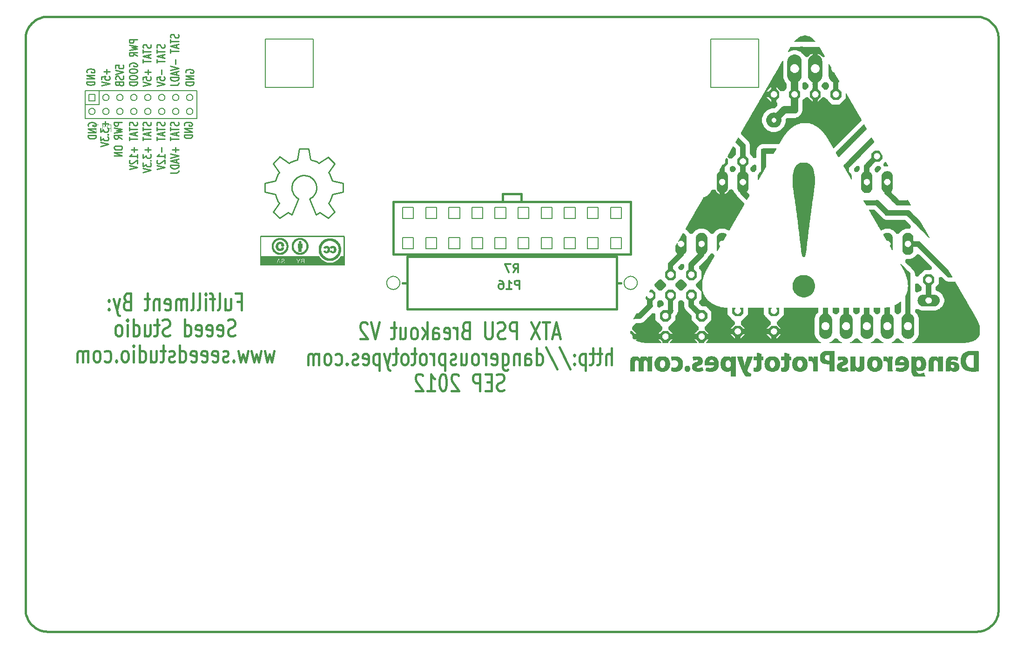
<source format=gbo>
G04 (created by PCBNEW-RS274X (2012-01-19 BZR 3256)-stable) date 9/12/2012 8:11:32 PM*
G01*
G70*
G90*
%MOIN*%
G04 Gerber Fmt 3.4, Leading zero omitted, Abs format*
%FSLAX34Y34*%
G04 APERTURE LIST*
%ADD10C,0.006000*%
%ADD11C,0.010900*%
%ADD12C,0.018000*%
%ADD13C,0.015000*%
%ADD14C,0.002600*%
%ADD15C,0.010000*%
%ADD16C,0.012000*%
%ADD17C,0.003500*%
G04 APERTURE END LIST*
G54D10*
G54D11*
X25764Y-28113D02*
X25737Y-28072D01*
X25737Y-28010D01*
X25764Y-27948D01*
X25820Y-27906D01*
X25875Y-27886D01*
X25985Y-27865D01*
X26068Y-27865D01*
X26178Y-27886D01*
X26233Y-27906D01*
X26288Y-27948D01*
X26316Y-28010D01*
X26316Y-28051D01*
X26288Y-28113D01*
X26261Y-28134D01*
X26068Y-28134D01*
X26068Y-28051D01*
X26316Y-28321D02*
X25737Y-28321D01*
X26316Y-28569D01*
X25737Y-28569D01*
X26316Y-28777D02*
X25737Y-28777D01*
X25737Y-28880D01*
X25764Y-28942D01*
X25820Y-28984D01*
X25875Y-29004D01*
X25985Y-29025D01*
X26068Y-29025D01*
X26178Y-29004D01*
X26233Y-28984D01*
X26288Y-28942D01*
X26316Y-28880D01*
X26316Y-28777D01*
X25665Y-24274D02*
X25638Y-24233D01*
X25638Y-24171D01*
X25665Y-24109D01*
X25721Y-24067D01*
X25776Y-24047D01*
X25886Y-24026D01*
X25969Y-24026D01*
X26079Y-24047D01*
X26134Y-24067D01*
X26189Y-24109D01*
X26217Y-24171D01*
X26217Y-24212D01*
X26189Y-24274D01*
X26162Y-24295D01*
X25969Y-24295D01*
X25969Y-24212D01*
X26217Y-24482D02*
X25638Y-24482D01*
X26217Y-24730D01*
X25638Y-24730D01*
X26217Y-24938D02*
X25638Y-24938D01*
X25638Y-25041D01*
X25665Y-25103D01*
X25721Y-25145D01*
X25776Y-25165D01*
X25886Y-25186D01*
X25969Y-25186D01*
X26079Y-25165D01*
X26134Y-25145D01*
X26189Y-25103D01*
X26217Y-25041D01*
X26217Y-24938D01*
X26981Y-27773D02*
X26981Y-28104D01*
X27202Y-27938D02*
X26761Y-27938D01*
X26623Y-28270D02*
X26623Y-28539D01*
X26843Y-28394D01*
X26843Y-28457D01*
X26871Y-28498D01*
X26899Y-28519D01*
X26954Y-28539D01*
X27092Y-28539D01*
X27147Y-28519D01*
X27174Y-28498D01*
X27202Y-28457D01*
X27202Y-28332D01*
X27174Y-28291D01*
X27147Y-28270D01*
X27147Y-28726D02*
X27174Y-28746D01*
X27202Y-28726D01*
X27174Y-28705D01*
X27147Y-28726D01*
X27202Y-28726D01*
X26623Y-28891D02*
X26623Y-29160D01*
X26843Y-29015D01*
X26843Y-29078D01*
X26871Y-29119D01*
X26899Y-29140D01*
X26954Y-29160D01*
X27092Y-29160D01*
X27147Y-29140D01*
X27174Y-29119D01*
X27202Y-29078D01*
X27202Y-28953D01*
X27174Y-28912D01*
X27147Y-28891D01*
X26623Y-29284D02*
X27202Y-29429D01*
X26623Y-29574D01*
X27079Y-24047D02*
X27079Y-24378D01*
X27300Y-24212D02*
X26859Y-24212D01*
X26721Y-24793D02*
X26721Y-24586D01*
X26997Y-24565D01*
X26969Y-24586D01*
X26941Y-24627D01*
X26941Y-24731D01*
X26969Y-24772D01*
X26997Y-24793D01*
X27052Y-24813D01*
X27190Y-24813D01*
X27245Y-24793D01*
X27272Y-24772D01*
X27300Y-24731D01*
X27300Y-24627D01*
X27272Y-24586D01*
X27245Y-24565D01*
X26721Y-24937D02*
X27300Y-25082D01*
X26721Y-25227D01*
G54D12*
X59496Y-43055D02*
X59067Y-43055D01*
X59581Y-43397D02*
X59281Y-42200D01*
X58981Y-43397D01*
X58810Y-42200D02*
X58296Y-42200D01*
X58553Y-43397D02*
X58553Y-42200D01*
X58081Y-42200D02*
X57481Y-43397D01*
X57481Y-42200D02*
X58081Y-43397D01*
X56453Y-43397D02*
X56453Y-42200D01*
X56110Y-42200D01*
X56024Y-42257D01*
X55981Y-42314D01*
X55938Y-42428D01*
X55938Y-42599D01*
X55981Y-42713D01*
X56024Y-42770D01*
X56110Y-42827D01*
X56453Y-42827D01*
X55596Y-43340D02*
X55467Y-43397D01*
X55253Y-43397D01*
X55167Y-43340D01*
X55124Y-43283D01*
X55081Y-43169D01*
X55081Y-43055D01*
X55124Y-42941D01*
X55167Y-42884D01*
X55253Y-42827D01*
X55424Y-42770D01*
X55510Y-42713D01*
X55553Y-42656D01*
X55596Y-42542D01*
X55596Y-42428D01*
X55553Y-42314D01*
X55510Y-42257D01*
X55424Y-42200D01*
X55210Y-42200D01*
X55081Y-42257D01*
X54696Y-42200D02*
X54696Y-43169D01*
X54653Y-43283D01*
X54610Y-43340D01*
X54524Y-43397D01*
X54353Y-43397D01*
X54267Y-43340D01*
X54224Y-43283D01*
X54181Y-43169D01*
X54181Y-42200D01*
X52767Y-42770D02*
X52638Y-42827D01*
X52595Y-42884D01*
X52552Y-42998D01*
X52552Y-43169D01*
X52595Y-43283D01*
X52638Y-43340D01*
X52724Y-43397D01*
X53067Y-43397D01*
X53067Y-42200D01*
X52767Y-42200D01*
X52681Y-42257D01*
X52638Y-42314D01*
X52595Y-42428D01*
X52595Y-42542D01*
X52638Y-42656D01*
X52681Y-42713D01*
X52767Y-42770D01*
X53067Y-42770D01*
X52167Y-43397D02*
X52167Y-42599D01*
X52167Y-42827D02*
X52124Y-42713D01*
X52081Y-42656D01*
X51995Y-42599D01*
X51910Y-42599D01*
X51267Y-43340D02*
X51353Y-43397D01*
X51524Y-43397D01*
X51610Y-43340D01*
X51653Y-43226D01*
X51653Y-42770D01*
X51610Y-42656D01*
X51524Y-42599D01*
X51353Y-42599D01*
X51267Y-42656D01*
X51224Y-42770D01*
X51224Y-42884D01*
X51653Y-42998D01*
X50453Y-43397D02*
X50453Y-42770D01*
X50496Y-42656D01*
X50582Y-42599D01*
X50753Y-42599D01*
X50839Y-42656D01*
X50453Y-43340D02*
X50539Y-43397D01*
X50753Y-43397D01*
X50839Y-43340D01*
X50882Y-43226D01*
X50882Y-43112D01*
X50839Y-42998D01*
X50753Y-42941D01*
X50539Y-42941D01*
X50453Y-42884D01*
X50025Y-43397D02*
X50025Y-42200D01*
X49939Y-42941D02*
X49682Y-43397D01*
X49682Y-42599D02*
X50025Y-43055D01*
X49167Y-43397D02*
X49253Y-43340D01*
X49296Y-43283D01*
X49339Y-43169D01*
X49339Y-42827D01*
X49296Y-42713D01*
X49253Y-42656D01*
X49167Y-42599D01*
X49039Y-42599D01*
X48953Y-42656D01*
X48910Y-42713D01*
X48867Y-42827D01*
X48867Y-43169D01*
X48910Y-43283D01*
X48953Y-43340D01*
X49039Y-43397D01*
X49167Y-43397D01*
X48096Y-42599D02*
X48096Y-43397D01*
X48482Y-42599D02*
X48482Y-43226D01*
X48439Y-43340D01*
X48353Y-43397D01*
X48225Y-43397D01*
X48139Y-43340D01*
X48096Y-43283D01*
X47796Y-42599D02*
X47453Y-42599D01*
X47668Y-42200D02*
X47668Y-43226D01*
X47625Y-43340D01*
X47539Y-43397D01*
X47453Y-43397D01*
X46596Y-42200D02*
X46296Y-43397D01*
X45996Y-42200D01*
X45740Y-42314D02*
X45697Y-42257D01*
X45611Y-42200D01*
X45397Y-42200D01*
X45311Y-42257D01*
X45268Y-42314D01*
X45225Y-42428D01*
X45225Y-42542D01*
X45268Y-42713D01*
X45782Y-43397D01*
X45225Y-43397D01*
X63223Y-45252D02*
X63223Y-44055D01*
X62837Y-45252D02*
X62837Y-44625D01*
X62880Y-44511D01*
X62966Y-44454D01*
X63094Y-44454D01*
X63180Y-44511D01*
X63223Y-44568D01*
X62537Y-44454D02*
X62194Y-44454D01*
X62409Y-44055D02*
X62409Y-45081D01*
X62366Y-45195D01*
X62280Y-45252D01*
X62194Y-45252D01*
X62023Y-44454D02*
X61680Y-44454D01*
X61895Y-44055D02*
X61895Y-45081D01*
X61852Y-45195D01*
X61766Y-45252D01*
X61680Y-45252D01*
X61381Y-44454D02*
X61381Y-45651D01*
X61381Y-44511D02*
X61295Y-44454D01*
X61124Y-44454D01*
X61038Y-44511D01*
X60995Y-44568D01*
X60952Y-44682D01*
X60952Y-45024D01*
X60995Y-45138D01*
X61038Y-45195D01*
X61124Y-45252D01*
X61295Y-45252D01*
X61381Y-45195D01*
X60567Y-45138D02*
X60524Y-45195D01*
X60567Y-45252D01*
X60610Y-45195D01*
X60567Y-45138D01*
X60567Y-45252D01*
X60567Y-44511D02*
X60524Y-44568D01*
X60567Y-44625D01*
X60610Y-44568D01*
X60567Y-44511D01*
X60567Y-44625D01*
X59495Y-43998D02*
X60266Y-45537D01*
X58552Y-43998D02*
X59323Y-45537D01*
X57866Y-45252D02*
X57866Y-44055D01*
X57866Y-45195D02*
X57952Y-45252D01*
X58123Y-45252D01*
X58209Y-45195D01*
X58252Y-45138D01*
X58295Y-45024D01*
X58295Y-44682D01*
X58252Y-44568D01*
X58209Y-44511D01*
X58123Y-44454D01*
X57952Y-44454D01*
X57866Y-44511D01*
X57052Y-45252D02*
X57052Y-44625D01*
X57095Y-44511D01*
X57181Y-44454D01*
X57352Y-44454D01*
X57438Y-44511D01*
X57052Y-45195D02*
X57138Y-45252D01*
X57352Y-45252D01*
X57438Y-45195D01*
X57481Y-45081D01*
X57481Y-44967D01*
X57438Y-44853D01*
X57352Y-44796D01*
X57138Y-44796D01*
X57052Y-44739D01*
X56624Y-44454D02*
X56624Y-45252D01*
X56624Y-44568D02*
X56581Y-44511D01*
X56495Y-44454D01*
X56367Y-44454D01*
X56281Y-44511D01*
X56238Y-44625D01*
X56238Y-45252D01*
X55424Y-44454D02*
X55424Y-45423D01*
X55467Y-45537D01*
X55510Y-45594D01*
X55595Y-45651D01*
X55724Y-45651D01*
X55810Y-45594D01*
X55424Y-45195D02*
X55510Y-45252D01*
X55681Y-45252D01*
X55767Y-45195D01*
X55810Y-45138D01*
X55853Y-45024D01*
X55853Y-44682D01*
X55810Y-44568D01*
X55767Y-44511D01*
X55681Y-44454D01*
X55510Y-44454D01*
X55424Y-44511D01*
X54653Y-45195D02*
X54739Y-45252D01*
X54910Y-45252D01*
X54996Y-45195D01*
X55039Y-45081D01*
X55039Y-44625D01*
X54996Y-44511D01*
X54910Y-44454D01*
X54739Y-44454D01*
X54653Y-44511D01*
X54610Y-44625D01*
X54610Y-44739D01*
X55039Y-44853D01*
X54225Y-45252D02*
X54225Y-44454D01*
X54225Y-44682D02*
X54182Y-44568D01*
X54139Y-44511D01*
X54053Y-44454D01*
X53968Y-44454D01*
X53539Y-45252D02*
X53625Y-45195D01*
X53668Y-45138D01*
X53711Y-45024D01*
X53711Y-44682D01*
X53668Y-44568D01*
X53625Y-44511D01*
X53539Y-44454D01*
X53411Y-44454D01*
X53325Y-44511D01*
X53282Y-44568D01*
X53239Y-44682D01*
X53239Y-45024D01*
X53282Y-45138D01*
X53325Y-45195D01*
X53411Y-45252D01*
X53539Y-45252D01*
X52468Y-44454D02*
X52468Y-45252D01*
X52854Y-44454D02*
X52854Y-45081D01*
X52811Y-45195D01*
X52725Y-45252D01*
X52597Y-45252D01*
X52511Y-45195D01*
X52468Y-45138D01*
X52083Y-45195D02*
X51997Y-45252D01*
X51825Y-45252D01*
X51740Y-45195D01*
X51697Y-45081D01*
X51697Y-45024D01*
X51740Y-44910D01*
X51825Y-44853D01*
X51954Y-44853D01*
X52040Y-44796D01*
X52083Y-44682D01*
X52083Y-44625D01*
X52040Y-44511D01*
X51954Y-44454D01*
X51825Y-44454D01*
X51740Y-44511D01*
X51311Y-44454D02*
X51311Y-45651D01*
X51311Y-44511D02*
X51225Y-44454D01*
X51054Y-44454D01*
X50968Y-44511D01*
X50925Y-44568D01*
X50882Y-44682D01*
X50882Y-45024D01*
X50925Y-45138D01*
X50968Y-45195D01*
X51054Y-45252D01*
X51225Y-45252D01*
X51311Y-45195D01*
X50497Y-45252D02*
X50497Y-44454D01*
X50497Y-44682D02*
X50454Y-44568D01*
X50411Y-44511D01*
X50325Y-44454D01*
X50240Y-44454D01*
X49811Y-45252D02*
X49897Y-45195D01*
X49940Y-45138D01*
X49983Y-45024D01*
X49983Y-44682D01*
X49940Y-44568D01*
X49897Y-44511D01*
X49811Y-44454D01*
X49683Y-44454D01*
X49597Y-44511D01*
X49554Y-44568D01*
X49511Y-44682D01*
X49511Y-45024D01*
X49554Y-45138D01*
X49597Y-45195D01*
X49683Y-45252D01*
X49811Y-45252D01*
X49254Y-44454D02*
X48911Y-44454D01*
X49126Y-44055D02*
X49126Y-45081D01*
X49083Y-45195D01*
X48997Y-45252D01*
X48911Y-45252D01*
X48483Y-45252D02*
X48569Y-45195D01*
X48612Y-45138D01*
X48655Y-45024D01*
X48655Y-44682D01*
X48612Y-44568D01*
X48569Y-44511D01*
X48483Y-44454D01*
X48355Y-44454D01*
X48269Y-44511D01*
X48226Y-44568D01*
X48183Y-44682D01*
X48183Y-45024D01*
X48226Y-45138D01*
X48269Y-45195D01*
X48355Y-45252D01*
X48483Y-45252D01*
X47926Y-44454D02*
X47583Y-44454D01*
X47798Y-44055D02*
X47798Y-45081D01*
X47755Y-45195D01*
X47669Y-45252D01*
X47583Y-45252D01*
X47369Y-44454D02*
X47155Y-45252D01*
X46941Y-44454D02*
X47155Y-45252D01*
X47241Y-45537D01*
X47284Y-45594D01*
X47369Y-45651D01*
X46598Y-44454D02*
X46598Y-45651D01*
X46598Y-44511D02*
X46512Y-44454D01*
X46341Y-44454D01*
X46255Y-44511D01*
X46212Y-44568D01*
X46169Y-44682D01*
X46169Y-45024D01*
X46212Y-45138D01*
X46255Y-45195D01*
X46341Y-45252D01*
X46512Y-45252D01*
X46598Y-45195D01*
X45441Y-45195D02*
X45527Y-45252D01*
X45698Y-45252D01*
X45784Y-45195D01*
X45827Y-45081D01*
X45827Y-44625D01*
X45784Y-44511D01*
X45698Y-44454D01*
X45527Y-44454D01*
X45441Y-44511D01*
X45398Y-44625D01*
X45398Y-44739D01*
X45827Y-44853D01*
X45056Y-45195D02*
X44970Y-45252D01*
X44798Y-45252D01*
X44713Y-45195D01*
X44670Y-45081D01*
X44670Y-45024D01*
X44713Y-44910D01*
X44798Y-44853D01*
X44927Y-44853D01*
X45013Y-44796D01*
X45056Y-44682D01*
X45056Y-44625D01*
X45013Y-44511D01*
X44927Y-44454D01*
X44798Y-44454D01*
X44713Y-44511D01*
X44284Y-45138D02*
X44241Y-45195D01*
X44284Y-45252D01*
X44327Y-45195D01*
X44284Y-45138D01*
X44284Y-45252D01*
X43469Y-45195D02*
X43555Y-45252D01*
X43726Y-45252D01*
X43812Y-45195D01*
X43855Y-45138D01*
X43898Y-45024D01*
X43898Y-44682D01*
X43855Y-44568D01*
X43812Y-44511D01*
X43726Y-44454D01*
X43555Y-44454D01*
X43469Y-44511D01*
X42955Y-45252D02*
X43041Y-45195D01*
X43084Y-45138D01*
X43127Y-45024D01*
X43127Y-44682D01*
X43084Y-44568D01*
X43041Y-44511D01*
X42955Y-44454D01*
X42827Y-44454D01*
X42741Y-44511D01*
X42698Y-44568D01*
X42655Y-44682D01*
X42655Y-45024D01*
X42698Y-45138D01*
X42741Y-45195D01*
X42827Y-45252D01*
X42955Y-45252D01*
X42270Y-45252D02*
X42270Y-44454D01*
X42270Y-44568D02*
X42227Y-44511D01*
X42141Y-44454D01*
X42013Y-44454D01*
X41927Y-44511D01*
X41884Y-44625D01*
X41884Y-45252D01*
X41884Y-44625D02*
X41841Y-44511D01*
X41755Y-44454D01*
X41627Y-44454D01*
X41541Y-44511D01*
X41498Y-44625D01*
X41498Y-45252D01*
X55532Y-47050D02*
X55403Y-47107D01*
X55189Y-47107D01*
X55103Y-47050D01*
X55060Y-46993D01*
X55017Y-46879D01*
X55017Y-46765D01*
X55060Y-46651D01*
X55103Y-46594D01*
X55189Y-46537D01*
X55360Y-46480D01*
X55446Y-46423D01*
X55489Y-46366D01*
X55532Y-46252D01*
X55532Y-46138D01*
X55489Y-46024D01*
X55446Y-45967D01*
X55360Y-45910D01*
X55146Y-45910D01*
X55017Y-45967D01*
X54632Y-46480D02*
X54332Y-46480D01*
X54203Y-47107D02*
X54632Y-47107D01*
X54632Y-45910D01*
X54203Y-45910D01*
X53818Y-47107D02*
X53818Y-45910D01*
X53475Y-45910D01*
X53389Y-45967D01*
X53346Y-46024D01*
X53303Y-46138D01*
X53303Y-46309D01*
X53346Y-46423D01*
X53389Y-46480D01*
X53475Y-46537D01*
X53818Y-46537D01*
X52275Y-46024D02*
X52232Y-45967D01*
X52146Y-45910D01*
X51932Y-45910D01*
X51846Y-45967D01*
X51803Y-46024D01*
X51760Y-46138D01*
X51760Y-46252D01*
X51803Y-46423D01*
X52317Y-47107D01*
X51760Y-47107D01*
X51203Y-45910D02*
X51118Y-45910D01*
X51032Y-45967D01*
X50989Y-46024D01*
X50946Y-46138D01*
X50903Y-46366D01*
X50903Y-46651D01*
X50946Y-46879D01*
X50989Y-46993D01*
X51032Y-47050D01*
X51118Y-47107D01*
X51203Y-47107D01*
X51289Y-47050D01*
X51332Y-46993D01*
X51375Y-46879D01*
X51418Y-46651D01*
X51418Y-46366D01*
X51375Y-46138D01*
X51332Y-46024D01*
X51289Y-45967D01*
X51203Y-45910D01*
X50046Y-47107D02*
X50561Y-47107D01*
X50303Y-47107D02*
X50303Y-45910D01*
X50389Y-46081D01*
X50475Y-46195D01*
X50561Y-46252D01*
X49704Y-46024D02*
X49661Y-45967D01*
X49575Y-45910D01*
X49361Y-45910D01*
X49275Y-45967D01*
X49232Y-46024D01*
X49189Y-46138D01*
X49189Y-46252D01*
X49232Y-46423D01*
X49746Y-47107D01*
X49189Y-47107D01*
X36443Y-40703D02*
X36743Y-40703D01*
X36743Y-41330D02*
X36743Y-40133D01*
X36314Y-40133D01*
X35586Y-40532D02*
X35586Y-41330D01*
X35972Y-40532D02*
X35972Y-41159D01*
X35929Y-41273D01*
X35843Y-41330D01*
X35715Y-41330D01*
X35629Y-41273D01*
X35586Y-41216D01*
X35029Y-41330D02*
X35115Y-41273D01*
X35158Y-41159D01*
X35158Y-40133D01*
X34815Y-40532D02*
X34472Y-40532D01*
X34687Y-41330D02*
X34687Y-40304D01*
X34644Y-40190D01*
X34558Y-40133D01*
X34472Y-40133D01*
X34173Y-41330D02*
X34173Y-40532D01*
X34173Y-40133D02*
X34216Y-40190D01*
X34173Y-40247D01*
X34130Y-40190D01*
X34173Y-40133D01*
X34173Y-40247D01*
X33615Y-41330D02*
X33701Y-41273D01*
X33744Y-41159D01*
X33744Y-40133D01*
X33144Y-41330D02*
X33230Y-41273D01*
X33273Y-41159D01*
X33273Y-40133D01*
X32802Y-41330D02*
X32802Y-40532D01*
X32802Y-40646D02*
X32759Y-40589D01*
X32673Y-40532D01*
X32545Y-40532D01*
X32459Y-40589D01*
X32416Y-40703D01*
X32416Y-41330D01*
X32416Y-40703D02*
X32373Y-40589D01*
X32287Y-40532D01*
X32159Y-40532D01*
X32073Y-40589D01*
X32030Y-40703D01*
X32030Y-41330D01*
X31259Y-41273D02*
X31345Y-41330D01*
X31516Y-41330D01*
X31602Y-41273D01*
X31645Y-41159D01*
X31645Y-40703D01*
X31602Y-40589D01*
X31516Y-40532D01*
X31345Y-40532D01*
X31259Y-40589D01*
X31216Y-40703D01*
X31216Y-40817D01*
X31645Y-40931D01*
X30831Y-40532D02*
X30831Y-41330D01*
X30831Y-40646D02*
X30788Y-40589D01*
X30702Y-40532D01*
X30574Y-40532D01*
X30488Y-40589D01*
X30445Y-40703D01*
X30445Y-41330D01*
X30145Y-40532D02*
X29802Y-40532D01*
X30017Y-40133D02*
X30017Y-41159D01*
X29974Y-41273D01*
X29888Y-41330D01*
X29802Y-41330D01*
X28517Y-40703D02*
X28388Y-40760D01*
X28345Y-40817D01*
X28302Y-40931D01*
X28302Y-41102D01*
X28345Y-41216D01*
X28388Y-41273D01*
X28474Y-41330D01*
X28817Y-41330D01*
X28817Y-40133D01*
X28517Y-40133D01*
X28431Y-40190D01*
X28388Y-40247D01*
X28345Y-40361D01*
X28345Y-40475D01*
X28388Y-40589D01*
X28431Y-40646D01*
X28517Y-40703D01*
X28817Y-40703D01*
X28002Y-40532D02*
X27788Y-41330D01*
X27574Y-40532D02*
X27788Y-41330D01*
X27874Y-41615D01*
X27917Y-41672D01*
X28002Y-41729D01*
X27231Y-41216D02*
X27188Y-41273D01*
X27231Y-41330D01*
X27274Y-41273D01*
X27231Y-41216D01*
X27231Y-41330D01*
X27231Y-40589D02*
X27188Y-40646D01*
X27231Y-40703D01*
X27274Y-40646D01*
X27231Y-40589D01*
X27231Y-40703D01*
X36272Y-43128D02*
X36143Y-43185D01*
X35929Y-43185D01*
X35843Y-43128D01*
X35800Y-43071D01*
X35757Y-42957D01*
X35757Y-42843D01*
X35800Y-42729D01*
X35843Y-42672D01*
X35929Y-42615D01*
X36100Y-42558D01*
X36186Y-42501D01*
X36229Y-42444D01*
X36272Y-42330D01*
X36272Y-42216D01*
X36229Y-42102D01*
X36186Y-42045D01*
X36100Y-41988D01*
X35886Y-41988D01*
X35757Y-42045D01*
X35029Y-43128D02*
X35115Y-43185D01*
X35286Y-43185D01*
X35372Y-43128D01*
X35415Y-43014D01*
X35415Y-42558D01*
X35372Y-42444D01*
X35286Y-42387D01*
X35115Y-42387D01*
X35029Y-42444D01*
X34986Y-42558D01*
X34986Y-42672D01*
X35415Y-42786D01*
X34258Y-43128D02*
X34344Y-43185D01*
X34515Y-43185D01*
X34601Y-43128D01*
X34644Y-43014D01*
X34644Y-42558D01*
X34601Y-42444D01*
X34515Y-42387D01*
X34344Y-42387D01*
X34258Y-42444D01*
X34215Y-42558D01*
X34215Y-42672D01*
X34644Y-42786D01*
X33487Y-43128D02*
X33573Y-43185D01*
X33744Y-43185D01*
X33830Y-43128D01*
X33873Y-43014D01*
X33873Y-42558D01*
X33830Y-42444D01*
X33744Y-42387D01*
X33573Y-42387D01*
X33487Y-42444D01*
X33444Y-42558D01*
X33444Y-42672D01*
X33873Y-42786D01*
X32673Y-43185D02*
X32673Y-41988D01*
X32673Y-43128D02*
X32759Y-43185D01*
X32930Y-43185D01*
X33016Y-43128D01*
X33059Y-43071D01*
X33102Y-42957D01*
X33102Y-42615D01*
X33059Y-42501D01*
X33016Y-42444D01*
X32930Y-42387D01*
X32759Y-42387D01*
X32673Y-42444D01*
X31602Y-43128D02*
X31473Y-43185D01*
X31259Y-43185D01*
X31173Y-43128D01*
X31130Y-43071D01*
X31087Y-42957D01*
X31087Y-42843D01*
X31130Y-42729D01*
X31173Y-42672D01*
X31259Y-42615D01*
X31430Y-42558D01*
X31516Y-42501D01*
X31559Y-42444D01*
X31602Y-42330D01*
X31602Y-42216D01*
X31559Y-42102D01*
X31516Y-42045D01*
X31430Y-41988D01*
X31216Y-41988D01*
X31087Y-42045D01*
X30830Y-42387D02*
X30487Y-42387D01*
X30702Y-41988D02*
X30702Y-43014D01*
X30659Y-43128D01*
X30573Y-43185D01*
X30487Y-43185D01*
X29802Y-42387D02*
X29802Y-43185D01*
X30188Y-42387D02*
X30188Y-43014D01*
X30145Y-43128D01*
X30059Y-43185D01*
X29931Y-43185D01*
X29845Y-43128D01*
X29802Y-43071D01*
X28988Y-43185D02*
X28988Y-41988D01*
X28988Y-43128D02*
X29074Y-43185D01*
X29245Y-43185D01*
X29331Y-43128D01*
X29374Y-43071D01*
X29417Y-42957D01*
X29417Y-42615D01*
X29374Y-42501D01*
X29331Y-42444D01*
X29245Y-42387D01*
X29074Y-42387D01*
X28988Y-42444D01*
X28560Y-43185D02*
X28560Y-42387D01*
X28560Y-41988D02*
X28603Y-42045D01*
X28560Y-42102D01*
X28517Y-42045D01*
X28560Y-41988D01*
X28560Y-42102D01*
X28002Y-43185D02*
X28088Y-43128D01*
X28131Y-43071D01*
X28174Y-42957D01*
X28174Y-42615D01*
X28131Y-42501D01*
X28088Y-42444D01*
X28002Y-42387D01*
X27874Y-42387D01*
X27788Y-42444D01*
X27745Y-42501D01*
X27702Y-42615D01*
X27702Y-42957D01*
X27745Y-43071D01*
X27788Y-43128D01*
X27874Y-43185D01*
X28002Y-43185D01*
X39079Y-44242D02*
X38908Y-45040D01*
X38737Y-44470D01*
X38565Y-45040D01*
X38394Y-44242D01*
X38136Y-44242D02*
X37965Y-45040D01*
X37794Y-44470D01*
X37622Y-45040D01*
X37451Y-44242D01*
X37193Y-44242D02*
X37022Y-45040D01*
X36851Y-44470D01*
X36679Y-45040D01*
X36508Y-44242D01*
X36165Y-44926D02*
X36122Y-44983D01*
X36165Y-45040D01*
X36208Y-44983D01*
X36165Y-44926D01*
X36165Y-45040D01*
X35779Y-44983D02*
X35693Y-45040D01*
X35521Y-45040D01*
X35436Y-44983D01*
X35393Y-44869D01*
X35393Y-44812D01*
X35436Y-44698D01*
X35521Y-44641D01*
X35650Y-44641D01*
X35736Y-44584D01*
X35779Y-44470D01*
X35779Y-44413D01*
X35736Y-44299D01*
X35650Y-44242D01*
X35521Y-44242D01*
X35436Y-44299D01*
X34664Y-44983D02*
X34750Y-45040D01*
X34921Y-45040D01*
X35007Y-44983D01*
X35050Y-44869D01*
X35050Y-44413D01*
X35007Y-44299D01*
X34921Y-44242D01*
X34750Y-44242D01*
X34664Y-44299D01*
X34621Y-44413D01*
X34621Y-44527D01*
X35050Y-44641D01*
X33893Y-44983D02*
X33979Y-45040D01*
X34150Y-45040D01*
X34236Y-44983D01*
X34279Y-44869D01*
X34279Y-44413D01*
X34236Y-44299D01*
X34150Y-44242D01*
X33979Y-44242D01*
X33893Y-44299D01*
X33850Y-44413D01*
X33850Y-44527D01*
X34279Y-44641D01*
X33122Y-44983D02*
X33208Y-45040D01*
X33379Y-45040D01*
X33465Y-44983D01*
X33508Y-44869D01*
X33508Y-44413D01*
X33465Y-44299D01*
X33379Y-44242D01*
X33208Y-44242D01*
X33122Y-44299D01*
X33079Y-44413D01*
X33079Y-44527D01*
X33508Y-44641D01*
X32308Y-45040D02*
X32308Y-43843D01*
X32308Y-44983D02*
X32394Y-45040D01*
X32565Y-45040D01*
X32651Y-44983D01*
X32694Y-44926D01*
X32737Y-44812D01*
X32737Y-44470D01*
X32694Y-44356D01*
X32651Y-44299D01*
X32565Y-44242D01*
X32394Y-44242D01*
X32308Y-44299D01*
X31923Y-44983D02*
X31837Y-45040D01*
X31665Y-45040D01*
X31580Y-44983D01*
X31537Y-44869D01*
X31537Y-44812D01*
X31580Y-44698D01*
X31665Y-44641D01*
X31794Y-44641D01*
X31880Y-44584D01*
X31923Y-44470D01*
X31923Y-44413D01*
X31880Y-44299D01*
X31794Y-44242D01*
X31665Y-44242D01*
X31580Y-44299D01*
X31279Y-44242D02*
X30936Y-44242D01*
X31151Y-43843D02*
X31151Y-44869D01*
X31108Y-44983D01*
X31022Y-45040D01*
X30936Y-45040D01*
X30251Y-44242D02*
X30251Y-45040D01*
X30637Y-44242D02*
X30637Y-44869D01*
X30594Y-44983D01*
X30508Y-45040D01*
X30380Y-45040D01*
X30294Y-44983D01*
X30251Y-44926D01*
X29437Y-45040D02*
X29437Y-43843D01*
X29437Y-44983D02*
X29523Y-45040D01*
X29694Y-45040D01*
X29780Y-44983D01*
X29823Y-44926D01*
X29866Y-44812D01*
X29866Y-44470D01*
X29823Y-44356D01*
X29780Y-44299D01*
X29694Y-44242D01*
X29523Y-44242D01*
X29437Y-44299D01*
X29009Y-45040D02*
X29009Y-44242D01*
X29009Y-43843D02*
X29052Y-43900D01*
X29009Y-43957D01*
X28966Y-43900D01*
X29009Y-43843D01*
X29009Y-43957D01*
X28451Y-45040D02*
X28537Y-44983D01*
X28580Y-44926D01*
X28623Y-44812D01*
X28623Y-44470D01*
X28580Y-44356D01*
X28537Y-44299D01*
X28451Y-44242D01*
X28323Y-44242D01*
X28237Y-44299D01*
X28194Y-44356D01*
X28151Y-44470D01*
X28151Y-44812D01*
X28194Y-44926D01*
X28237Y-44983D01*
X28323Y-45040D01*
X28451Y-45040D01*
X27766Y-44926D02*
X27723Y-44983D01*
X27766Y-45040D01*
X27809Y-44983D01*
X27766Y-44926D01*
X27766Y-45040D01*
X26951Y-44983D02*
X27037Y-45040D01*
X27208Y-45040D01*
X27294Y-44983D01*
X27337Y-44926D01*
X27380Y-44812D01*
X27380Y-44470D01*
X27337Y-44356D01*
X27294Y-44299D01*
X27208Y-44242D01*
X27037Y-44242D01*
X26951Y-44299D01*
X26437Y-45040D02*
X26523Y-44983D01*
X26566Y-44926D01*
X26609Y-44812D01*
X26609Y-44470D01*
X26566Y-44356D01*
X26523Y-44299D01*
X26437Y-44242D01*
X26309Y-44242D01*
X26223Y-44299D01*
X26180Y-44356D01*
X26137Y-44470D01*
X26137Y-44812D01*
X26180Y-44926D01*
X26223Y-44983D01*
X26309Y-45040D01*
X26437Y-45040D01*
X25752Y-45040D02*
X25752Y-44242D01*
X25752Y-44356D02*
X25709Y-44299D01*
X25623Y-44242D01*
X25495Y-44242D01*
X25409Y-44299D01*
X25366Y-44413D01*
X25366Y-45040D01*
X25366Y-44413D02*
X25323Y-44299D01*
X25237Y-44242D01*
X25109Y-44242D01*
X25023Y-44299D01*
X24980Y-44413D01*
X24980Y-45040D01*
G54D11*
X32654Y-28087D02*
X32627Y-28046D01*
X32627Y-27984D01*
X32654Y-27922D01*
X32710Y-27880D01*
X32765Y-27860D01*
X32875Y-27839D01*
X32958Y-27839D01*
X33068Y-27860D01*
X33123Y-27880D01*
X33178Y-27922D01*
X33206Y-27984D01*
X33206Y-28025D01*
X33178Y-28087D01*
X33151Y-28108D01*
X32958Y-28108D01*
X32958Y-28025D01*
X33206Y-28295D02*
X32627Y-28295D01*
X33206Y-28543D01*
X32627Y-28543D01*
X33206Y-28751D02*
X32627Y-28751D01*
X32627Y-28854D01*
X32654Y-28916D01*
X32710Y-28958D01*
X32765Y-28978D01*
X32875Y-28999D01*
X32958Y-28999D01*
X33068Y-28978D01*
X33123Y-28958D01*
X33178Y-28916D01*
X33206Y-28854D01*
X33206Y-28751D01*
X32194Y-27839D02*
X32222Y-27901D01*
X32222Y-28005D01*
X32194Y-28046D01*
X32167Y-28067D01*
X32112Y-28087D01*
X32056Y-28087D01*
X32001Y-28067D01*
X31974Y-28046D01*
X31946Y-28005D01*
X31919Y-27922D01*
X31891Y-27880D01*
X31863Y-27860D01*
X31808Y-27839D01*
X31753Y-27839D01*
X31698Y-27860D01*
X31670Y-27880D01*
X31643Y-27922D01*
X31643Y-28025D01*
X31670Y-28087D01*
X31643Y-28211D02*
X31643Y-28460D01*
X32222Y-28336D02*
X31643Y-28336D01*
X32056Y-28584D02*
X32056Y-28791D01*
X32222Y-28542D02*
X31643Y-28687D01*
X32222Y-28832D01*
X31643Y-28915D02*
X31643Y-29164D01*
X32222Y-29040D02*
X31643Y-29040D01*
X32001Y-29640D02*
X32001Y-29971D01*
X32222Y-29805D02*
X31781Y-29805D01*
X31643Y-30116D02*
X32222Y-30261D01*
X31643Y-30406D01*
X32056Y-30531D02*
X32056Y-30738D01*
X32222Y-30489D02*
X31643Y-30634D01*
X32222Y-30779D01*
X32222Y-30925D02*
X31643Y-30925D01*
X31643Y-31028D01*
X31670Y-31090D01*
X31726Y-31132D01*
X31781Y-31152D01*
X31891Y-31173D01*
X31974Y-31173D01*
X32084Y-31152D01*
X32139Y-31132D01*
X32194Y-31090D01*
X32222Y-31028D01*
X32222Y-30925D01*
X31643Y-31484D02*
X32056Y-31484D01*
X32139Y-31463D01*
X32194Y-31422D01*
X32222Y-31360D01*
X32222Y-31318D01*
X31210Y-27839D02*
X31238Y-27901D01*
X31238Y-28005D01*
X31210Y-28046D01*
X31183Y-28067D01*
X31128Y-28087D01*
X31072Y-28087D01*
X31017Y-28067D01*
X30990Y-28046D01*
X30962Y-28005D01*
X30935Y-27922D01*
X30907Y-27880D01*
X30879Y-27860D01*
X30824Y-27839D01*
X30769Y-27839D01*
X30714Y-27860D01*
X30686Y-27880D01*
X30659Y-27922D01*
X30659Y-28025D01*
X30686Y-28087D01*
X30659Y-28211D02*
X30659Y-28460D01*
X31238Y-28336D02*
X30659Y-28336D01*
X31072Y-28584D02*
X31072Y-28791D01*
X31238Y-28542D02*
X30659Y-28687D01*
X31238Y-28832D01*
X30659Y-28915D02*
X30659Y-29164D01*
X31238Y-29040D02*
X30659Y-29040D01*
X31017Y-29640D02*
X31017Y-29971D01*
X31238Y-30406D02*
X31238Y-30158D01*
X31238Y-30282D02*
X30659Y-30282D01*
X30742Y-30241D01*
X30797Y-30199D01*
X30824Y-30158D01*
X30714Y-30572D02*
X30686Y-30593D01*
X30659Y-30634D01*
X30659Y-30738D01*
X30686Y-30779D01*
X30714Y-30800D01*
X30769Y-30820D01*
X30824Y-30820D01*
X30907Y-30800D01*
X31238Y-30551D01*
X31238Y-30820D01*
X30659Y-30944D02*
X31238Y-31089D01*
X30659Y-31234D01*
X30225Y-27839D02*
X30253Y-27901D01*
X30253Y-28005D01*
X30225Y-28046D01*
X30198Y-28067D01*
X30143Y-28087D01*
X30087Y-28087D01*
X30032Y-28067D01*
X30005Y-28046D01*
X29977Y-28005D01*
X29950Y-27922D01*
X29922Y-27880D01*
X29894Y-27860D01*
X29839Y-27839D01*
X29784Y-27839D01*
X29729Y-27860D01*
X29701Y-27880D01*
X29674Y-27922D01*
X29674Y-28025D01*
X29701Y-28087D01*
X29674Y-28211D02*
X29674Y-28460D01*
X30253Y-28336D02*
X29674Y-28336D01*
X30087Y-28584D02*
X30087Y-28791D01*
X30253Y-28542D02*
X29674Y-28687D01*
X30253Y-28832D01*
X29674Y-28915D02*
X29674Y-29164D01*
X30253Y-29040D02*
X29674Y-29040D01*
X30032Y-29640D02*
X30032Y-29971D01*
X30253Y-29805D02*
X29812Y-29805D01*
X29674Y-30137D02*
X29674Y-30406D01*
X29894Y-30261D01*
X29894Y-30324D01*
X29922Y-30365D01*
X29950Y-30386D01*
X30005Y-30406D01*
X30143Y-30406D01*
X30198Y-30386D01*
X30225Y-30365D01*
X30253Y-30324D01*
X30253Y-30199D01*
X30225Y-30158D01*
X30198Y-30137D01*
X30198Y-30593D02*
X30225Y-30613D01*
X30253Y-30593D01*
X30225Y-30572D01*
X30198Y-30593D01*
X30253Y-30593D01*
X29674Y-30758D02*
X29674Y-31027D01*
X29894Y-30882D01*
X29894Y-30945D01*
X29922Y-30986D01*
X29950Y-31007D01*
X30005Y-31027D01*
X30143Y-31027D01*
X30198Y-31007D01*
X30225Y-30986D01*
X30253Y-30945D01*
X30253Y-30820D01*
X30225Y-30779D01*
X30198Y-30758D01*
X29674Y-31151D02*
X30253Y-31296D01*
X29674Y-31441D01*
X29241Y-27839D02*
X29269Y-27901D01*
X29269Y-28005D01*
X29241Y-28046D01*
X29214Y-28067D01*
X29159Y-28087D01*
X29103Y-28087D01*
X29048Y-28067D01*
X29021Y-28046D01*
X28993Y-28005D01*
X28966Y-27922D01*
X28938Y-27880D01*
X28910Y-27860D01*
X28855Y-27839D01*
X28800Y-27839D01*
X28745Y-27860D01*
X28717Y-27880D01*
X28690Y-27922D01*
X28690Y-28025D01*
X28717Y-28087D01*
X28690Y-28211D02*
X28690Y-28460D01*
X29269Y-28336D02*
X28690Y-28336D01*
X29103Y-28584D02*
X29103Y-28791D01*
X29269Y-28542D02*
X28690Y-28687D01*
X29269Y-28832D01*
X28690Y-28915D02*
X28690Y-29164D01*
X29269Y-29040D02*
X28690Y-29040D01*
X29048Y-29640D02*
X29048Y-29971D01*
X29269Y-29805D02*
X28828Y-29805D01*
X29269Y-30406D02*
X29269Y-30158D01*
X29269Y-30282D02*
X28690Y-30282D01*
X28773Y-30241D01*
X28828Y-30199D01*
X28855Y-30158D01*
X28745Y-30572D02*
X28717Y-30593D01*
X28690Y-30634D01*
X28690Y-30738D01*
X28717Y-30779D01*
X28745Y-30800D01*
X28800Y-30820D01*
X28855Y-30820D01*
X28938Y-30800D01*
X29269Y-30551D01*
X29269Y-30820D01*
X28690Y-30944D02*
X29269Y-31089D01*
X28690Y-31234D01*
X28186Y-27860D02*
X27607Y-27860D01*
X27607Y-28025D01*
X27634Y-28067D01*
X27662Y-28087D01*
X27717Y-28108D01*
X27800Y-28108D01*
X27855Y-28087D01*
X27883Y-28067D01*
X27910Y-28025D01*
X27910Y-27860D01*
X27607Y-28253D02*
X28186Y-28357D01*
X27772Y-28440D01*
X28186Y-28522D01*
X27607Y-28626D01*
X28186Y-29040D02*
X27910Y-28895D01*
X28186Y-28792D02*
X27607Y-28792D01*
X27607Y-28957D01*
X27634Y-28999D01*
X27662Y-29019D01*
X27717Y-29040D01*
X27800Y-29040D01*
X27855Y-29019D01*
X27883Y-28999D01*
X27910Y-28957D01*
X27910Y-28792D01*
X27607Y-29640D02*
X27607Y-29723D01*
X27634Y-29765D01*
X27690Y-29806D01*
X27800Y-29827D01*
X27993Y-29827D01*
X28103Y-29806D01*
X28158Y-29765D01*
X28186Y-29723D01*
X28186Y-29640D01*
X28158Y-29599D01*
X28103Y-29558D01*
X27993Y-29537D01*
X27800Y-29537D01*
X27690Y-29558D01*
X27634Y-29599D01*
X27607Y-29640D01*
X28186Y-30014D02*
X27607Y-30014D01*
X28186Y-30262D01*
X27607Y-30262D01*
X32753Y-24300D02*
X32726Y-24259D01*
X32726Y-24197D01*
X32753Y-24135D01*
X32809Y-24093D01*
X32864Y-24073D01*
X32974Y-24052D01*
X33057Y-24052D01*
X33167Y-24073D01*
X33222Y-24093D01*
X33277Y-24135D01*
X33305Y-24197D01*
X33305Y-24238D01*
X33277Y-24300D01*
X33250Y-24321D01*
X33057Y-24321D01*
X33057Y-24238D01*
X33305Y-24508D02*
X32726Y-24508D01*
X33305Y-24756D01*
X32726Y-24756D01*
X33305Y-24964D02*
X32726Y-24964D01*
X32726Y-25067D01*
X32753Y-25129D01*
X32809Y-25171D01*
X32864Y-25191D01*
X32974Y-25212D01*
X33057Y-25212D01*
X33167Y-25191D01*
X33222Y-25171D01*
X33277Y-25129D01*
X33305Y-25067D01*
X33305Y-24964D01*
X32194Y-21547D02*
X32222Y-21609D01*
X32222Y-21713D01*
X32194Y-21754D01*
X32167Y-21775D01*
X32112Y-21795D01*
X32056Y-21795D01*
X32001Y-21775D01*
X31974Y-21754D01*
X31946Y-21713D01*
X31919Y-21630D01*
X31891Y-21588D01*
X31863Y-21568D01*
X31808Y-21547D01*
X31753Y-21547D01*
X31698Y-21568D01*
X31670Y-21588D01*
X31643Y-21630D01*
X31643Y-21733D01*
X31670Y-21795D01*
X31643Y-21919D02*
X31643Y-22168D01*
X32222Y-22044D02*
X31643Y-22044D01*
X32056Y-22292D02*
X32056Y-22499D01*
X32222Y-22250D02*
X31643Y-22395D01*
X32222Y-22540D01*
X31643Y-22623D02*
X31643Y-22872D01*
X32222Y-22748D02*
X31643Y-22748D01*
X32001Y-23348D02*
X32001Y-23679D01*
X31643Y-23824D02*
X32222Y-23969D01*
X31643Y-24114D01*
X32056Y-24239D02*
X32056Y-24446D01*
X32222Y-24197D02*
X31643Y-24342D01*
X32222Y-24487D01*
X32222Y-24633D02*
X31643Y-24633D01*
X31643Y-24736D01*
X31670Y-24798D01*
X31726Y-24840D01*
X31781Y-24860D01*
X31891Y-24881D01*
X31974Y-24881D01*
X32084Y-24860D01*
X32139Y-24840D01*
X32194Y-24798D01*
X32222Y-24736D01*
X32222Y-24633D01*
X31643Y-25192D02*
X32056Y-25192D01*
X32139Y-25171D01*
X32194Y-25130D01*
X32222Y-25068D01*
X32222Y-25026D01*
X31210Y-22272D02*
X31238Y-22334D01*
X31238Y-22438D01*
X31210Y-22479D01*
X31183Y-22500D01*
X31128Y-22520D01*
X31072Y-22520D01*
X31017Y-22500D01*
X30990Y-22479D01*
X30962Y-22438D01*
X30935Y-22355D01*
X30907Y-22313D01*
X30879Y-22293D01*
X30824Y-22272D01*
X30769Y-22272D01*
X30714Y-22293D01*
X30686Y-22313D01*
X30659Y-22355D01*
X30659Y-22458D01*
X30686Y-22520D01*
X30659Y-22644D02*
X30659Y-22893D01*
X31238Y-22769D02*
X30659Y-22769D01*
X31072Y-23017D02*
X31072Y-23224D01*
X31238Y-22975D02*
X30659Y-23120D01*
X31238Y-23265D01*
X30659Y-23348D02*
X30659Y-23597D01*
X31238Y-23473D02*
X30659Y-23473D01*
X31017Y-24073D02*
X31017Y-24404D01*
X30659Y-24819D02*
X30659Y-24612D01*
X30935Y-24591D01*
X30907Y-24612D01*
X30879Y-24653D01*
X30879Y-24757D01*
X30907Y-24798D01*
X30935Y-24819D01*
X30990Y-24839D01*
X31128Y-24839D01*
X31183Y-24819D01*
X31210Y-24798D01*
X31238Y-24757D01*
X31238Y-24653D01*
X31210Y-24612D01*
X31183Y-24591D01*
X30659Y-24963D02*
X31238Y-25108D01*
X30659Y-25253D01*
X30225Y-22272D02*
X30253Y-22334D01*
X30253Y-22438D01*
X30225Y-22479D01*
X30198Y-22500D01*
X30143Y-22520D01*
X30087Y-22520D01*
X30032Y-22500D01*
X30005Y-22479D01*
X29977Y-22438D01*
X29950Y-22355D01*
X29922Y-22313D01*
X29894Y-22293D01*
X29839Y-22272D01*
X29784Y-22272D01*
X29729Y-22293D01*
X29701Y-22313D01*
X29674Y-22355D01*
X29674Y-22458D01*
X29701Y-22520D01*
X29674Y-22644D02*
X29674Y-22893D01*
X30253Y-22769D02*
X29674Y-22769D01*
X30087Y-23017D02*
X30087Y-23224D01*
X30253Y-22975D02*
X29674Y-23120D01*
X30253Y-23265D01*
X29674Y-23348D02*
X29674Y-23597D01*
X30253Y-23473D02*
X29674Y-23473D01*
X30032Y-24073D02*
X30032Y-24404D01*
X30253Y-24238D02*
X29812Y-24238D01*
X29674Y-24819D02*
X29674Y-24612D01*
X29950Y-24591D01*
X29922Y-24612D01*
X29894Y-24653D01*
X29894Y-24757D01*
X29922Y-24798D01*
X29950Y-24819D01*
X30005Y-24839D01*
X30143Y-24839D01*
X30198Y-24819D01*
X30225Y-24798D01*
X30253Y-24757D01*
X30253Y-24653D01*
X30225Y-24612D01*
X30198Y-24591D01*
X29674Y-24963D02*
X30253Y-25108D01*
X29674Y-25253D01*
X27706Y-23970D02*
X27706Y-23763D01*
X27982Y-23742D01*
X27954Y-23763D01*
X27926Y-23804D01*
X27926Y-23908D01*
X27954Y-23949D01*
X27982Y-23970D01*
X28037Y-23990D01*
X28175Y-23990D01*
X28230Y-23970D01*
X28257Y-23949D01*
X28285Y-23908D01*
X28285Y-23804D01*
X28257Y-23763D01*
X28230Y-23742D01*
X27706Y-24114D02*
X28285Y-24259D01*
X27706Y-24404D01*
X28257Y-24529D02*
X28285Y-24591D01*
X28285Y-24695D01*
X28257Y-24736D01*
X28230Y-24757D01*
X28175Y-24777D01*
X28119Y-24777D01*
X28064Y-24757D01*
X28037Y-24736D01*
X28009Y-24695D01*
X27982Y-24612D01*
X27954Y-24570D01*
X27926Y-24550D01*
X27871Y-24529D01*
X27816Y-24529D01*
X27761Y-24550D01*
X27733Y-24570D01*
X27706Y-24612D01*
X27706Y-24715D01*
X27733Y-24777D01*
X27982Y-25109D02*
X28009Y-25171D01*
X28037Y-25191D01*
X28092Y-25212D01*
X28175Y-25212D01*
X28230Y-25191D01*
X28257Y-25171D01*
X28285Y-25129D01*
X28285Y-24964D01*
X27706Y-24964D01*
X27706Y-25109D01*
X27733Y-25150D01*
X27761Y-25171D01*
X27816Y-25191D01*
X27871Y-25191D01*
X27926Y-25171D01*
X27954Y-25150D01*
X27982Y-25109D01*
X27982Y-24964D01*
X29269Y-21919D02*
X28690Y-21919D01*
X28690Y-22084D01*
X28717Y-22126D01*
X28745Y-22146D01*
X28800Y-22167D01*
X28883Y-22167D01*
X28938Y-22146D01*
X28966Y-22126D01*
X28993Y-22084D01*
X28993Y-21919D01*
X28690Y-22312D02*
X29269Y-22416D01*
X28855Y-22499D01*
X29269Y-22581D01*
X28690Y-22685D01*
X29269Y-23099D02*
X28993Y-22954D01*
X29269Y-22851D02*
X28690Y-22851D01*
X28690Y-23016D01*
X28717Y-23058D01*
X28745Y-23078D01*
X28800Y-23099D01*
X28883Y-23099D01*
X28938Y-23078D01*
X28966Y-23058D01*
X28993Y-23016D01*
X28993Y-22851D01*
X28717Y-23844D02*
X28690Y-23803D01*
X28690Y-23741D01*
X28717Y-23679D01*
X28773Y-23637D01*
X28828Y-23617D01*
X28938Y-23596D01*
X29021Y-23596D01*
X29131Y-23617D01*
X29186Y-23637D01*
X29241Y-23679D01*
X29269Y-23741D01*
X29269Y-23782D01*
X29241Y-23844D01*
X29214Y-23865D01*
X29021Y-23865D01*
X29021Y-23782D01*
X28690Y-24134D02*
X28690Y-24217D01*
X28717Y-24259D01*
X28773Y-24300D01*
X28883Y-24321D01*
X29076Y-24321D01*
X29186Y-24300D01*
X29241Y-24259D01*
X29269Y-24217D01*
X29269Y-24134D01*
X29241Y-24093D01*
X29186Y-24052D01*
X29076Y-24031D01*
X28883Y-24031D01*
X28773Y-24052D01*
X28717Y-24093D01*
X28690Y-24134D01*
X28690Y-24590D02*
X28690Y-24673D01*
X28717Y-24715D01*
X28773Y-24756D01*
X28883Y-24777D01*
X29076Y-24777D01*
X29186Y-24756D01*
X29241Y-24715D01*
X29269Y-24673D01*
X29269Y-24590D01*
X29241Y-24549D01*
X29186Y-24508D01*
X29076Y-24487D01*
X28883Y-24487D01*
X28773Y-24508D01*
X28717Y-24549D01*
X28690Y-24590D01*
X29269Y-24964D02*
X28690Y-24964D01*
X28690Y-25067D01*
X28717Y-25129D01*
X28773Y-25171D01*
X28828Y-25191D01*
X28938Y-25212D01*
X29021Y-25212D01*
X29131Y-25191D01*
X29186Y-25171D01*
X29241Y-25129D01*
X29269Y-25067D01*
X29269Y-24964D01*
G54D13*
X90945Y-21850D02*
X90945Y-62795D01*
X22834Y-20276D02*
X89370Y-20276D01*
X21259Y-62795D02*
X21259Y-21850D01*
X89370Y-64370D02*
X22834Y-64370D01*
X21260Y-62795D02*
X21266Y-62932D01*
X21284Y-63068D01*
X21314Y-63202D01*
X21355Y-63333D01*
X21408Y-63460D01*
X21472Y-63582D01*
X21545Y-63698D01*
X21629Y-63807D01*
X21722Y-63908D01*
X21823Y-64001D01*
X21932Y-64085D01*
X22048Y-64158D01*
X22170Y-64222D01*
X22297Y-64275D01*
X22428Y-64316D01*
X22562Y-64346D01*
X22698Y-64364D01*
X22835Y-64370D01*
X22834Y-20275D02*
X22697Y-20281D01*
X22561Y-20299D01*
X22427Y-20329D01*
X22296Y-20370D01*
X22169Y-20423D01*
X22047Y-20487D01*
X21931Y-20560D01*
X21822Y-20644D01*
X21721Y-20737D01*
X21628Y-20838D01*
X21544Y-20947D01*
X21471Y-21063D01*
X21407Y-21185D01*
X21354Y-21312D01*
X21313Y-21443D01*
X21283Y-21577D01*
X21265Y-21713D01*
X21259Y-21850D01*
X90944Y-21850D02*
X90938Y-21713D01*
X90920Y-21577D01*
X90890Y-21443D01*
X90849Y-21312D01*
X90796Y-21185D01*
X90732Y-21063D01*
X90659Y-20947D01*
X90575Y-20838D01*
X90482Y-20737D01*
X90381Y-20644D01*
X90272Y-20560D01*
X90156Y-20487D01*
X90034Y-20423D01*
X89907Y-20370D01*
X89776Y-20329D01*
X89642Y-20299D01*
X89506Y-20281D01*
X89369Y-20275D01*
X89369Y-64370D02*
X89506Y-64364D01*
X89642Y-64346D01*
X89776Y-64316D01*
X89907Y-64275D01*
X90034Y-64222D01*
X90156Y-64158D01*
X90272Y-64085D01*
X90381Y-64001D01*
X90482Y-63908D01*
X90575Y-63807D01*
X90659Y-63698D01*
X90732Y-63582D01*
X90796Y-63460D01*
X90849Y-63333D01*
X90890Y-63202D01*
X90920Y-63068D01*
X90938Y-62932D01*
X90944Y-62795D01*
X63602Y-39370D02*
X63917Y-39370D01*
X48602Y-39370D02*
X48287Y-39370D01*
X56102Y-37500D02*
X48602Y-37500D01*
X48602Y-37500D02*
X48602Y-41240D01*
X48602Y-41240D02*
X63602Y-41240D01*
X63602Y-41240D02*
X63602Y-37500D01*
X63602Y-37500D02*
X56082Y-37500D01*
X56771Y-33543D02*
X56771Y-32992D01*
X56771Y-32992D02*
X55433Y-32992D01*
X55433Y-32992D02*
X55433Y-33543D01*
X56102Y-37323D02*
X64606Y-37323D01*
X64606Y-37323D02*
X64606Y-33543D01*
X64606Y-33543D02*
X47598Y-33543D01*
X47598Y-33543D02*
X47598Y-37323D01*
X47598Y-37323D02*
X56102Y-37323D01*
G54D14*
X44087Y-38097D02*
X38072Y-38097D01*
X38072Y-38097D02*
X38072Y-38083D01*
X44087Y-38083D02*
X38072Y-38083D01*
X44087Y-38097D02*
X44087Y-38083D01*
X44101Y-38083D02*
X38057Y-38083D01*
X38057Y-38083D02*
X38057Y-38068D01*
X44101Y-38068D02*
X38057Y-38068D01*
X44101Y-38083D02*
X44101Y-38068D01*
X44101Y-38068D02*
X38057Y-38068D01*
X38057Y-38068D02*
X38057Y-38053D01*
X44101Y-38053D02*
X38057Y-38053D01*
X44101Y-38068D02*
X44101Y-38053D01*
X44101Y-38053D02*
X38057Y-38053D01*
X38057Y-38053D02*
X38057Y-38038D01*
X44101Y-38038D02*
X38057Y-38038D01*
X44101Y-38053D02*
X44101Y-38038D01*
X44101Y-38038D02*
X38057Y-38038D01*
X38057Y-38038D02*
X38057Y-38023D01*
X44101Y-38023D02*
X38057Y-38023D01*
X44101Y-38038D02*
X44101Y-38023D01*
X44101Y-38023D02*
X38057Y-38023D01*
X38057Y-38023D02*
X38057Y-38008D01*
X44101Y-38008D02*
X38057Y-38008D01*
X44101Y-38023D02*
X44101Y-38008D01*
X44101Y-38008D02*
X38057Y-38008D01*
X38057Y-38008D02*
X38057Y-37993D01*
X44101Y-37993D02*
X38057Y-37993D01*
X44101Y-38008D02*
X44101Y-37993D01*
X44101Y-37993D02*
X38057Y-37993D01*
X38057Y-37993D02*
X38057Y-37978D01*
X44101Y-37978D02*
X38057Y-37978D01*
X44101Y-37993D02*
X44101Y-37978D01*
X44101Y-37978D02*
X39707Y-37978D01*
X39707Y-37978D02*
X39707Y-37963D01*
X44101Y-37963D02*
X39707Y-37963D01*
X44101Y-37978D02*
X44101Y-37963D01*
X39677Y-37978D02*
X38057Y-37978D01*
X38057Y-37978D02*
X38057Y-37963D01*
X39677Y-37963D02*
X38057Y-37963D01*
X39677Y-37978D02*
X39677Y-37963D01*
X44101Y-37963D02*
X41237Y-37963D01*
X41237Y-37963D02*
X41237Y-37948D01*
X44101Y-37948D02*
X41237Y-37948D01*
X44101Y-37963D02*
X44101Y-37948D01*
X41027Y-37963D02*
X40817Y-37963D01*
X40817Y-37963D02*
X40817Y-37948D01*
X41027Y-37948D02*
X40817Y-37948D01*
X41027Y-37963D02*
X41027Y-37948D01*
X40742Y-37963D02*
X39767Y-37963D01*
X39767Y-37963D02*
X39767Y-37948D01*
X40742Y-37948D02*
X39767Y-37948D01*
X40742Y-37963D02*
X40742Y-37948D01*
X39617Y-37963D02*
X39542Y-37963D01*
X39542Y-37963D02*
X39542Y-37948D01*
X39617Y-37948D02*
X39542Y-37948D01*
X39617Y-37963D02*
X39617Y-37948D01*
X39467Y-37963D02*
X39302Y-37963D01*
X39302Y-37963D02*
X39302Y-37948D01*
X39467Y-37948D02*
X39302Y-37948D01*
X39467Y-37963D02*
X39467Y-37948D01*
X39227Y-37963D02*
X38057Y-37963D01*
X38057Y-37963D02*
X38057Y-37948D01*
X39227Y-37948D02*
X38057Y-37948D01*
X39227Y-37963D02*
X39227Y-37948D01*
X44101Y-37948D02*
X41237Y-37948D01*
X41237Y-37948D02*
X41237Y-37933D01*
X44101Y-37933D02*
X41237Y-37933D01*
X44101Y-37948D02*
X44101Y-37933D01*
X40997Y-37948D02*
X40817Y-37948D01*
X40817Y-37948D02*
X40817Y-37933D01*
X40997Y-37933D02*
X40817Y-37933D01*
X40997Y-37948D02*
X40997Y-37933D01*
X40742Y-37948D02*
X39797Y-37948D01*
X39797Y-37948D02*
X39797Y-37933D01*
X40742Y-37933D02*
X39797Y-37933D01*
X40742Y-37948D02*
X40742Y-37933D01*
X39587Y-37948D02*
X39542Y-37948D01*
X39542Y-37948D02*
X39542Y-37933D01*
X39587Y-37933D02*
X39542Y-37933D01*
X39587Y-37948D02*
X39587Y-37933D01*
X39467Y-37948D02*
X39302Y-37948D01*
X39302Y-37948D02*
X39302Y-37933D01*
X39467Y-37933D02*
X39302Y-37933D01*
X39467Y-37948D02*
X39467Y-37933D01*
X39227Y-37948D02*
X38057Y-37948D01*
X38057Y-37948D02*
X38057Y-37933D01*
X39227Y-37933D02*
X38057Y-37933D01*
X39227Y-37948D02*
X39227Y-37933D01*
X44101Y-37933D02*
X43067Y-37933D01*
X43067Y-37933D02*
X43067Y-37918D01*
X44101Y-37918D02*
X43067Y-37918D01*
X44101Y-37933D02*
X44101Y-37918D01*
X43022Y-37933D02*
X41237Y-37933D01*
X41237Y-37933D02*
X41237Y-37918D01*
X43022Y-37918D02*
X41237Y-37918D01*
X43022Y-37933D02*
X43022Y-37918D01*
X40982Y-37933D02*
X40817Y-37933D01*
X40817Y-37933D02*
X40817Y-37918D01*
X40982Y-37918D02*
X40817Y-37918D01*
X40982Y-37933D02*
X40982Y-37918D01*
X40742Y-37933D02*
X39812Y-37933D01*
X39812Y-37933D02*
X39812Y-37918D01*
X40742Y-37918D02*
X39812Y-37918D01*
X40742Y-37933D02*
X40742Y-37918D01*
X39572Y-37933D02*
X39527Y-37933D01*
X39527Y-37933D02*
X39527Y-37918D01*
X39572Y-37918D02*
X39527Y-37918D01*
X39572Y-37933D02*
X39572Y-37918D01*
X39452Y-37933D02*
X39302Y-37933D01*
X39302Y-37933D02*
X39302Y-37918D01*
X39452Y-37918D02*
X39302Y-37918D01*
X39452Y-37933D02*
X39452Y-37918D01*
X39227Y-37933D02*
X38057Y-37933D01*
X38057Y-37933D02*
X38057Y-37918D01*
X39227Y-37918D02*
X38057Y-37918D01*
X39227Y-37933D02*
X39227Y-37918D01*
X44101Y-37918D02*
X43217Y-37918D01*
X43217Y-37918D02*
X43217Y-37903D01*
X44101Y-37903D02*
X43217Y-37903D01*
X44101Y-37918D02*
X44101Y-37903D01*
X42887Y-37918D02*
X41237Y-37918D01*
X41237Y-37918D02*
X41237Y-37903D01*
X42887Y-37903D02*
X41237Y-37903D01*
X42887Y-37918D02*
X42887Y-37903D01*
X40967Y-37918D02*
X40817Y-37918D01*
X40817Y-37918D02*
X40817Y-37903D01*
X40967Y-37903D02*
X40817Y-37903D01*
X40967Y-37918D02*
X40967Y-37903D01*
X40742Y-37918D02*
X39812Y-37918D01*
X39812Y-37918D02*
X39812Y-37903D01*
X40742Y-37903D02*
X39812Y-37903D01*
X40742Y-37918D02*
X40742Y-37903D01*
X39722Y-37918D02*
X39662Y-37918D01*
X39662Y-37918D02*
X39662Y-37903D01*
X39722Y-37903D02*
X39662Y-37903D01*
X39722Y-37918D02*
X39722Y-37903D01*
X39557Y-37918D02*
X39527Y-37918D01*
X39527Y-37918D02*
X39527Y-37903D01*
X39557Y-37903D02*
X39527Y-37903D01*
X39557Y-37918D02*
X39557Y-37903D01*
X39452Y-37918D02*
X39317Y-37918D01*
X39317Y-37918D02*
X39317Y-37903D01*
X39452Y-37903D02*
X39317Y-37903D01*
X39452Y-37918D02*
X39452Y-37903D01*
X39242Y-37918D02*
X38057Y-37918D01*
X38057Y-37918D02*
X38057Y-37903D01*
X39242Y-37903D02*
X38057Y-37903D01*
X39242Y-37918D02*
X39242Y-37903D01*
X44101Y-37903D02*
X43292Y-37903D01*
X43292Y-37903D02*
X43292Y-37888D01*
X44101Y-37888D02*
X43292Y-37888D01*
X44101Y-37903D02*
X44101Y-37888D01*
X42812Y-37903D02*
X41237Y-37903D01*
X41237Y-37903D02*
X41237Y-37888D01*
X42812Y-37888D02*
X41237Y-37888D01*
X42812Y-37903D02*
X42812Y-37888D01*
X41162Y-37903D02*
X41042Y-37903D01*
X41042Y-37903D02*
X41042Y-37888D01*
X41162Y-37888D02*
X41042Y-37888D01*
X41162Y-37903D02*
X41162Y-37888D01*
X40967Y-37903D02*
X40817Y-37903D01*
X40817Y-37903D02*
X40817Y-37888D01*
X40967Y-37888D02*
X40817Y-37888D01*
X40967Y-37903D02*
X40967Y-37888D01*
X40742Y-37903D02*
X39827Y-37903D01*
X39827Y-37903D02*
X39827Y-37888D01*
X40742Y-37888D02*
X39827Y-37888D01*
X40742Y-37903D02*
X40742Y-37888D01*
X39752Y-37903D02*
X39632Y-37903D01*
X39632Y-37903D02*
X39632Y-37888D01*
X39752Y-37888D02*
X39632Y-37888D01*
X39752Y-37903D02*
X39752Y-37888D01*
X39557Y-37903D02*
X39512Y-37903D01*
X39512Y-37903D02*
X39512Y-37888D01*
X39557Y-37888D02*
X39512Y-37888D01*
X39557Y-37903D02*
X39557Y-37888D01*
X39437Y-37903D02*
X39317Y-37903D01*
X39317Y-37903D02*
X39317Y-37888D01*
X39437Y-37888D02*
X39317Y-37888D01*
X39437Y-37903D02*
X39437Y-37888D01*
X39242Y-37903D02*
X38057Y-37903D01*
X38057Y-37903D02*
X38057Y-37888D01*
X39242Y-37888D02*
X38057Y-37888D01*
X39242Y-37903D02*
X39242Y-37888D01*
X44101Y-37888D02*
X43337Y-37888D01*
X43337Y-37888D02*
X43337Y-37873D01*
X44101Y-37873D02*
X43337Y-37873D01*
X44101Y-37888D02*
X44101Y-37873D01*
X42767Y-37888D02*
X41237Y-37888D01*
X41237Y-37888D02*
X41237Y-37873D01*
X42767Y-37873D02*
X41237Y-37873D01*
X42767Y-37888D02*
X42767Y-37873D01*
X41162Y-37888D02*
X41027Y-37888D01*
X41027Y-37888D02*
X41027Y-37873D01*
X41162Y-37873D02*
X41027Y-37873D01*
X41162Y-37888D02*
X41162Y-37873D01*
X40952Y-37888D02*
X40817Y-37888D01*
X40817Y-37888D02*
X40817Y-37873D01*
X40952Y-37873D02*
X40817Y-37873D01*
X40952Y-37888D02*
X40952Y-37873D01*
X40742Y-37888D02*
X39827Y-37888D01*
X39827Y-37888D02*
X39827Y-37873D01*
X40742Y-37873D02*
X39827Y-37873D01*
X40742Y-37888D02*
X40742Y-37873D01*
X39752Y-37888D02*
X39632Y-37888D01*
X39632Y-37888D02*
X39632Y-37873D01*
X39752Y-37873D02*
X39632Y-37873D01*
X39752Y-37888D02*
X39752Y-37873D01*
X39557Y-37888D02*
X39512Y-37888D01*
X39512Y-37888D02*
X39512Y-37873D01*
X39557Y-37873D02*
X39512Y-37873D01*
X39557Y-37888D02*
X39557Y-37873D01*
X39257Y-37888D02*
X38057Y-37888D01*
X38057Y-37888D02*
X38057Y-37873D01*
X39257Y-37873D02*
X38057Y-37873D01*
X39257Y-37888D02*
X39257Y-37873D01*
X44101Y-37873D02*
X43367Y-37873D01*
X43367Y-37873D02*
X43367Y-37858D01*
X44101Y-37858D02*
X43367Y-37858D01*
X44101Y-37873D02*
X44101Y-37858D01*
X42722Y-37873D02*
X41237Y-37873D01*
X41237Y-37873D02*
X41237Y-37858D01*
X42722Y-37858D02*
X41237Y-37858D01*
X42722Y-37873D02*
X42722Y-37858D01*
X41162Y-37873D02*
X41027Y-37873D01*
X41027Y-37873D02*
X41027Y-37858D01*
X41162Y-37858D02*
X41027Y-37858D01*
X41162Y-37873D02*
X41162Y-37858D01*
X40952Y-37873D02*
X40817Y-37873D01*
X40817Y-37873D02*
X40817Y-37858D01*
X40952Y-37858D02*
X40817Y-37858D01*
X40952Y-37873D02*
X40952Y-37858D01*
X40742Y-37873D02*
X39827Y-37873D01*
X39827Y-37873D02*
X39827Y-37858D01*
X40742Y-37858D02*
X39827Y-37858D01*
X40742Y-37873D02*
X40742Y-37858D01*
X39767Y-37873D02*
X39632Y-37873D01*
X39632Y-37873D02*
X39632Y-37858D01*
X39767Y-37858D02*
X39632Y-37858D01*
X39767Y-37873D02*
X39767Y-37858D01*
X39557Y-37873D02*
X39512Y-37873D01*
X39512Y-37873D02*
X39512Y-37858D01*
X39557Y-37858D02*
X39512Y-37858D01*
X39557Y-37873D02*
X39557Y-37858D01*
X39257Y-37873D02*
X38057Y-37873D01*
X38057Y-37873D02*
X38057Y-37858D01*
X39257Y-37858D02*
X38057Y-37858D01*
X39257Y-37873D02*
X39257Y-37858D01*
X44101Y-37858D02*
X43412Y-37858D01*
X43412Y-37858D02*
X43412Y-37843D01*
X44101Y-37843D02*
X43412Y-37843D01*
X44101Y-37858D02*
X44101Y-37843D01*
X42692Y-37858D02*
X41237Y-37858D01*
X41237Y-37858D02*
X41237Y-37843D01*
X42692Y-37843D02*
X41237Y-37843D01*
X42692Y-37858D02*
X42692Y-37843D01*
X41162Y-37858D02*
X41027Y-37858D01*
X41027Y-37858D02*
X41027Y-37843D01*
X41162Y-37843D02*
X41027Y-37843D01*
X41162Y-37858D02*
X41162Y-37843D01*
X40952Y-37858D02*
X40817Y-37858D01*
X40817Y-37858D02*
X40817Y-37843D01*
X40952Y-37843D02*
X40817Y-37843D01*
X40952Y-37858D02*
X40952Y-37843D01*
X40742Y-37858D02*
X39632Y-37858D01*
X39632Y-37858D02*
X39632Y-37843D01*
X40742Y-37843D02*
X39632Y-37843D01*
X40742Y-37858D02*
X40742Y-37843D01*
X39557Y-37858D02*
X39497Y-37858D01*
X39497Y-37858D02*
X39497Y-37843D01*
X39557Y-37843D02*
X39497Y-37843D01*
X39557Y-37858D02*
X39557Y-37843D01*
X39257Y-37858D02*
X38057Y-37858D01*
X38057Y-37858D02*
X38057Y-37843D01*
X39257Y-37843D02*
X38057Y-37843D01*
X39257Y-37858D02*
X39257Y-37843D01*
X44101Y-37843D02*
X43442Y-37843D01*
X43442Y-37843D02*
X43442Y-37828D01*
X44101Y-37828D02*
X43442Y-37828D01*
X44101Y-37843D02*
X44101Y-37828D01*
X42662Y-37843D02*
X41237Y-37843D01*
X41237Y-37843D02*
X41237Y-37828D01*
X42662Y-37828D02*
X41237Y-37828D01*
X42662Y-37843D02*
X42662Y-37828D01*
X41162Y-37843D02*
X41042Y-37843D01*
X41042Y-37843D02*
X41042Y-37828D01*
X41162Y-37828D02*
X41042Y-37828D01*
X41162Y-37843D02*
X41162Y-37828D01*
X40967Y-37843D02*
X40817Y-37843D01*
X40817Y-37843D02*
X40817Y-37828D01*
X40967Y-37828D02*
X40817Y-37828D01*
X40967Y-37843D02*
X40967Y-37828D01*
X40742Y-37843D02*
X39662Y-37843D01*
X39662Y-37843D02*
X39662Y-37828D01*
X40742Y-37828D02*
X39662Y-37828D01*
X40742Y-37843D02*
X40742Y-37828D01*
X39557Y-37843D02*
X39497Y-37843D01*
X39497Y-37843D02*
X39497Y-37828D01*
X39557Y-37828D02*
X39497Y-37828D01*
X39557Y-37843D02*
X39557Y-37828D01*
X39422Y-37843D02*
X39347Y-37843D01*
X39347Y-37843D02*
X39347Y-37828D01*
X39422Y-37828D02*
X39347Y-37828D01*
X39422Y-37843D02*
X39422Y-37828D01*
X39272Y-37843D02*
X38057Y-37843D01*
X38057Y-37843D02*
X38057Y-37828D01*
X39272Y-37828D02*
X38057Y-37828D01*
X39272Y-37843D02*
X39272Y-37828D01*
X44101Y-37828D02*
X43472Y-37828D01*
X43472Y-37828D02*
X43472Y-37813D01*
X44101Y-37813D02*
X43472Y-37813D01*
X44101Y-37828D02*
X44101Y-37813D01*
X42632Y-37828D02*
X41237Y-37828D01*
X41237Y-37828D02*
X41237Y-37813D01*
X42632Y-37813D02*
X41237Y-37813D01*
X42632Y-37828D02*
X42632Y-37813D01*
X41162Y-37828D02*
X41072Y-37828D01*
X41072Y-37828D02*
X41072Y-37813D01*
X41162Y-37813D02*
X41072Y-37813D01*
X41162Y-37828D02*
X41162Y-37813D01*
X40967Y-37828D02*
X40832Y-37828D01*
X40832Y-37828D02*
X40832Y-37813D01*
X40967Y-37813D02*
X40832Y-37813D01*
X40967Y-37828D02*
X40967Y-37813D01*
X40742Y-37828D02*
X39722Y-37828D01*
X39722Y-37828D02*
X39722Y-37813D01*
X40742Y-37813D02*
X39722Y-37813D01*
X40742Y-37828D02*
X40742Y-37813D01*
X39572Y-37828D02*
X39497Y-37828D01*
X39497Y-37828D02*
X39497Y-37813D01*
X39572Y-37813D02*
X39497Y-37813D01*
X39572Y-37828D02*
X39572Y-37813D01*
X39422Y-37828D02*
X39347Y-37828D01*
X39347Y-37828D02*
X39347Y-37813D01*
X39422Y-37813D02*
X39347Y-37813D01*
X39422Y-37828D02*
X39422Y-37813D01*
X39272Y-37828D02*
X38057Y-37828D01*
X38057Y-37828D02*
X38057Y-37813D01*
X39272Y-37813D02*
X38057Y-37813D01*
X39272Y-37828D02*
X39272Y-37813D01*
X44101Y-37813D02*
X43502Y-37813D01*
X43502Y-37813D02*
X43502Y-37798D01*
X44101Y-37798D02*
X43502Y-37798D01*
X44101Y-37813D02*
X44101Y-37798D01*
X42602Y-37813D02*
X41237Y-37813D01*
X41237Y-37813D02*
X41237Y-37798D01*
X42602Y-37798D02*
X41237Y-37798D01*
X42602Y-37813D02*
X42602Y-37798D01*
X40982Y-37813D02*
X40847Y-37813D01*
X40847Y-37813D02*
X40847Y-37798D01*
X40982Y-37798D02*
X40847Y-37798D01*
X40982Y-37813D02*
X40982Y-37798D01*
X40727Y-37813D02*
X39767Y-37813D01*
X39767Y-37813D02*
X39767Y-37798D01*
X40727Y-37798D02*
X39767Y-37798D01*
X40727Y-37813D02*
X40727Y-37798D01*
X39572Y-37813D02*
X39482Y-37813D01*
X39482Y-37813D02*
X39482Y-37798D01*
X39572Y-37798D02*
X39482Y-37798D01*
X39572Y-37813D02*
X39572Y-37798D01*
X39407Y-37813D02*
X39347Y-37813D01*
X39347Y-37813D02*
X39347Y-37798D01*
X39407Y-37798D02*
X39347Y-37798D01*
X39407Y-37813D02*
X39407Y-37798D01*
X39272Y-37813D02*
X38057Y-37813D01*
X38057Y-37813D02*
X38057Y-37798D01*
X39272Y-37798D02*
X38057Y-37798D01*
X39272Y-37813D02*
X39272Y-37798D01*
X44101Y-37798D02*
X43517Y-37798D01*
X43517Y-37798D02*
X43517Y-37783D01*
X44101Y-37783D02*
X43517Y-37783D01*
X44101Y-37798D02*
X44101Y-37783D01*
X42572Y-37798D02*
X41237Y-37798D01*
X41237Y-37798D02*
X41237Y-37783D01*
X42572Y-37783D02*
X41237Y-37783D01*
X42572Y-37798D02*
X42572Y-37783D01*
X41012Y-37798D02*
X40847Y-37798D01*
X40847Y-37798D02*
X40847Y-37783D01*
X41012Y-37783D02*
X40847Y-37783D01*
X41012Y-37798D02*
X41012Y-37783D01*
X40727Y-37798D02*
X39797Y-37798D01*
X39797Y-37798D02*
X39797Y-37783D01*
X40727Y-37783D02*
X39797Y-37783D01*
X40727Y-37798D02*
X40727Y-37783D01*
X39602Y-37798D02*
X39482Y-37798D01*
X39482Y-37798D02*
X39482Y-37783D01*
X39602Y-37783D02*
X39482Y-37783D01*
X39602Y-37798D02*
X39602Y-37783D01*
X39407Y-37798D02*
X39362Y-37798D01*
X39362Y-37798D02*
X39362Y-37783D01*
X39407Y-37783D02*
X39362Y-37783D01*
X39407Y-37798D02*
X39407Y-37783D01*
X39287Y-37798D02*
X38057Y-37798D01*
X38057Y-37798D02*
X38057Y-37783D01*
X39287Y-37783D02*
X38057Y-37783D01*
X39287Y-37798D02*
X39287Y-37783D01*
X44101Y-37783D02*
X43547Y-37783D01*
X43547Y-37783D02*
X43547Y-37768D01*
X44101Y-37768D02*
X43547Y-37768D01*
X44101Y-37783D02*
X44101Y-37768D01*
X42557Y-37783D02*
X41237Y-37783D01*
X41237Y-37783D02*
X41237Y-37768D01*
X42557Y-37768D02*
X41237Y-37768D01*
X42557Y-37783D02*
X42557Y-37768D01*
X41012Y-37783D02*
X40862Y-37783D01*
X40862Y-37783D02*
X40862Y-37768D01*
X41012Y-37768D02*
X40862Y-37768D01*
X41012Y-37783D02*
X41012Y-37768D01*
X40712Y-37783D02*
X39797Y-37783D01*
X39797Y-37783D02*
X39797Y-37768D01*
X40712Y-37768D02*
X39797Y-37768D01*
X40712Y-37783D02*
X40712Y-37768D01*
X39632Y-37783D02*
X39467Y-37783D01*
X39467Y-37783D02*
X39467Y-37768D01*
X39632Y-37768D02*
X39467Y-37768D01*
X39632Y-37783D02*
X39632Y-37768D01*
X39407Y-37783D02*
X39362Y-37783D01*
X39362Y-37783D02*
X39362Y-37768D01*
X39407Y-37768D02*
X39362Y-37768D01*
X39407Y-37783D02*
X39407Y-37768D01*
X39287Y-37783D02*
X38057Y-37783D01*
X38057Y-37783D02*
X38057Y-37768D01*
X39287Y-37768D02*
X38057Y-37768D01*
X39287Y-37783D02*
X39287Y-37768D01*
X44101Y-37768D02*
X43562Y-37768D01*
X43562Y-37768D02*
X43562Y-37753D01*
X44101Y-37753D02*
X43562Y-37753D01*
X44101Y-37768D02*
X44101Y-37753D01*
X42527Y-37768D02*
X41237Y-37768D01*
X41237Y-37768D02*
X41237Y-37753D01*
X42527Y-37753D02*
X41237Y-37753D01*
X42527Y-37768D02*
X42527Y-37753D01*
X41162Y-37768D02*
X41072Y-37768D01*
X41072Y-37768D02*
X41072Y-37753D01*
X41162Y-37753D02*
X41072Y-37753D01*
X41162Y-37768D02*
X41162Y-37753D01*
X40982Y-37768D02*
X40862Y-37768D01*
X40862Y-37768D02*
X40862Y-37753D01*
X40982Y-37753D02*
X40862Y-37753D01*
X40982Y-37768D02*
X40982Y-37753D01*
X40697Y-37768D02*
X39812Y-37768D01*
X39812Y-37768D02*
X39812Y-37753D01*
X40697Y-37753D02*
X39812Y-37753D01*
X40697Y-37768D02*
X40697Y-37753D01*
X39692Y-37768D02*
X39467Y-37768D01*
X39467Y-37768D02*
X39467Y-37753D01*
X39692Y-37753D02*
X39467Y-37753D01*
X39692Y-37768D02*
X39692Y-37753D01*
X39392Y-37768D02*
X39362Y-37768D01*
X39362Y-37768D02*
X39362Y-37753D01*
X39392Y-37753D02*
X39362Y-37753D01*
X39392Y-37768D02*
X39392Y-37753D01*
X39302Y-37768D02*
X38057Y-37768D01*
X38057Y-37768D02*
X38057Y-37753D01*
X39302Y-37753D02*
X38057Y-37753D01*
X39302Y-37768D02*
X39302Y-37753D01*
X44101Y-37753D02*
X43592Y-37753D01*
X43592Y-37753D02*
X43592Y-37738D01*
X44101Y-37738D02*
X43592Y-37738D01*
X44101Y-37753D02*
X44101Y-37738D01*
X43202Y-37753D02*
X42902Y-37753D01*
X42902Y-37753D02*
X42902Y-37738D01*
X43202Y-37738D02*
X42902Y-37738D01*
X43202Y-37753D02*
X43202Y-37738D01*
X42512Y-37753D02*
X41237Y-37753D01*
X41237Y-37753D02*
X41237Y-37738D01*
X42512Y-37738D02*
X41237Y-37738D01*
X42512Y-37753D02*
X42512Y-37738D01*
X41162Y-37753D02*
X41042Y-37753D01*
X41042Y-37753D02*
X41042Y-37738D01*
X41162Y-37738D02*
X41042Y-37738D01*
X41162Y-37753D02*
X41162Y-37738D01*
X40982Y-37753D02*
X40877Y-37753D01*
X40877Y-37753D02*
X40877Y-37738D01*
X40982Y-37738D02*
X40877Y-37738D01*
X40982Y-37753D02*
X40982Y-37738D01*
X40802Y-37753D02*
X40772Y-37753D01*
X40772Y-37753D02*
X40772Y-37738D01*
X40802Y-37738D02*
X40772Y-37738D01*
X40802Y-37753D02*
X40802Y-37738D01*
X40697Y-37753D02*
X39812Y-37753D01*
X39812Y-37753D02*
X39812Y-37738D01*
X40697Y-37738D02*
X39812Y-37738D01*
X40697Y-37753D02*
X40697Y-37738D01*
X39737Y-37753D02*
X39467Y-37753D01*
X39467Y-37753D02*
X39467Y-37738D01*
X39737Y-37738D02*
X39467Y-37738D01*
X39737Y-37753D02*
X39737Y-37738D01*
X39392Y-37753D02*
X39377Y-37753D01*
X39377Y-37753D02*
X39377Y-37738D01*
X39392Y-37738D02*
X39377Y-37738D01*
X39392Y-37753D02*
X39392Y-37738D01*
X39302Y-37753D02*
X38057Y-37753D01*
X38057Y-37753D02*
X38057Y-37738D01*
X39302Y-37738D02*
X38057Y-37738D01*
X39302Y-37753D02*
X39302Y-37738D01*
X44101Y-37738D02*
X43607Y-37738D01*
X43607Y-37738D02*
X43607Y-37723D01*
X44101Y-37723D02*
X43607Y-37723D01*
X44101Y-37738D02*
X44101Y-37723D01*
X43262Y-37738D02*
X42827Y-37738D01*
X42827Y-37738D02*
X42827Y-37723D01*
X43262Y-37723D02*
X42827Y-37723D01*
X43262Y-37738D02*
X43262Y-37723D01*
X42497Y-37738D02*
X41237Y-37738D01*
X41237Y-37738D02*
X41237Y-37723D01*
X42497Y-37723D02*
X41237Y-37723D01*
X42497Y-37738D02*
X42497Y-37723D01*
X41162Y-37738D02*
X41042Y-37738D01*
X41042Y-37738D02*
X41042Y-37723D01*
X41162Y-37723D02*
X41042Y-37723D01*
X41162Y-37738D02*
X41162Y-37723D01*
X40982Y-37738D02*
X40892Y-37738D01*
X40892Y-37738D02*
X40892Y-37723D01*
X40982Y-37723D02*
X40892Y-37723D01*
X40982Y-37738D02*
X40982Y-37723D01*
X40802Y-37738D02*
X40757Y-37738D01*
X40757Y-37738D02*
X40757Y-37723D01*
X40802Y-37723D02*
X40757Y-37723D01*
X40802Y-37738D02*
X40802Y-37723D01*
X40682Y-37738D02*
X39827Y-37738D01*
X39827Y-37738D02*
X39827Y-37723D01*
X40682Y-37723D02*
X39827Y-37723D01*
X40682Y-37738D02*
X40682Y-37723D01*
X39752Y-37738D02*
X39632Y-37738D01*
X39632Y-37738D02*
X39632Y-37723D01*
X39752Y-37723D02*
X39632Y-37723D01*
X39752Y-37738D02*
X39752Y-37723D01*
X39572Y-37738D02*
X39452Y-37738D01*
X39452Y-37738D02*
X39452Y-37723D01*
X39572Y-37723D02*
X39452Y-37723D01*
X39572Y-37738D02*
X39572Y-37723D01*
X39392Y-37738D02*
X39377Y-37738D01*
X39377Y-37738D02*
X39377Y-37723D01*
X39392Y-37723D02*
X39377Y-37723D01*
X39392Y-37738D02*
X39392Y-37723D01*
X39302Y-37738D02*
X38057Y-37738D01*
X38057Y-37738D02*
X38057Y-37723D01*
X39302Y-37723D02*
X38057Y-37723D01*
X39302Y-37738D02*
X39302Y-37723D01*
X44101Y-37723D02*
X43622Y-37723D01*
X43622Y-37723D02*
X43622Y-37708D01*
X44101Y-37708D02*
X43622Y-37708D01*
X44101Y-37723D02*
X44101Y-37708D01*
X43307Y-37723D02*
X42782Y-37723D01*
X42782Y-37723D02*
X42782Y-37708D01*
X43307Y-37708D02*
X42782Y-37708D01*
X43307Y-37723D02*
X43307Y-37708D01*
X42482Y-37723D02*
X41237Y-37723D01*
X41237Y-37723D02*
X41237Y-37708D01*
X42482Y-37708D02*
X41237Y-37708D01*
X42482Y-37723D02*
X42482Y-37708D01*
X41162Y-37723D02*
X41042Y-37723D01*
X41042Y-37723D02*
X41042Y-37708D01*
X41162Y-37708D02*
X41042Y-37708D01*
X41162Y-37723D02*
X41162Y-37708D01*
X40967Y-37723D02*
X40892Y-37723D01*
X40892Y-37723D02*
X40892Y-37708D01*
X40967Y-37708D02*
X40892Y-37708D01*
X40967Y-37723D02*
X40967Y-37708D01*
X40817Y-37723D02*
X40757Y-37723D01*
X40757Y-37723D02*
X40757Y-37708D01*
X40817Y-37708D02*
X40757Y-37708D01*
X40817Y-37723D02*
X40817Y-37708D01*
X40682Y-37723D02*
X39827Y-37723D01*
X39827Y-37723D02*
X39827Y-37708D01*
X40682Y-37708D02*
X39827Y-37708D01*
X40682Y-37723D02*
X40682Y-37708D01*
X39752Y-37723D02*
X39632Y-37723D01*
X39632Y-37723D02*
X39632Y-37708D01*
X39752Y-37708D02*
X39632Y-37708D01*
X39752Y-37723D02*
X39752Y-37708D01*
X39572Y-37723D02*
X39452Y-37723D01*
X39452Y-37723D02*
X39452Y-37708D01*
X39572Y-37708D02*
X39452Y-37708D01*
X39572Y-37723D02*
X39572Y-37708D01*
X39317Y-37723D02*
X38057Y-37723D01*
X38057Y-37723D02*
X38057Y-37708D01*
X39317Y-37708D02*
X38057Y-37708D01*
X39317Y-37723D02*
X39317Y-37708D01*
X44101Y-37708D02*
X43637Y-37708D01*
X43637Y-37708D02*
X43637Y-37693D01*
X44101Y-37693D02*
X43637Y-37693D01*
X44101Y-37708D02*
X44101Y-37693D01*
X43352Y-37708D02*
X42752Y-37708D01*
X42752Y-37708D02*
X42752Y-37693D01*
X43352Y-37693D02*
X42752Y-37693D01*
X43352Y-37708D02*
X43352Y-37693D01*
X42452Y-37708D02*
X41237Y-37708D01*
X41237Y-37708D02*
X41237Y-37693D01*
X42452Y-37693D02*
X41237Y-37693D01*
X42452Y-37708D02*
X42452Y-37693D01*
X41162Y-37708D02*
X41057Y-37708D01*
X41057Y-37708D02*
X41057Y-37693D01*
X41162Y-37693D02*
X41057Y-37693D01*
X41162Y-37708D02*
X41162Y-37693D01*
X40982Y-37708D02*
X40907Y-37708D01*
X40907Y-37708D02*
X40907Y-37693D01*
X40982Y-37693D02*
X40907Y-37693D01*
X40982Y-37708D02*
X40982Y-37693D01*
X40817Y-37708D02*
X40742Y-37708D01*
X40742Y-37708D02*
X40742Y-37693D01*
X40817Y-37693D02*
X40742Y-37693D01*
X40817Y-37708D02*
X40817Y-37693D01*
X40667Y-37708D02*
X39812Y-37708D01*
X39812Y-37708D02*
X39812Y-37693D01*
X40667Y-37693D02*
X39812Y-37693D01*
X40667Y-37708D02*
X40667Y-37693D01*
X39752Y-37708D02*
X39647Y-37708D01*
X39647Y-37708D02*
X39647Y-37693D01*
X39752Y-37693D02*
X39647Y-37693D01*
X39752Y-37708D02*
X39752Y-37693D01*
X39572Y-37708D02*
X39437Y-37708D01*
X39437Y-37708D02*
X39437Y-37693D01*
X39572Y-37693D02*
X39437Y-37693D01*
X39572Y-37708D02*
X39572Y-37693D01*
X39317Y-37708D02*
X38057Y-37708D01*
X38057Y-37708D02*
X38057Y-37693D01*
X39317Y-37693D02*
X38057Y-37693D01*
X39317Y-37708D02*
X39317Y-37693D01*
X44101Y-37693D02*
X43652Y-37693D01*
X43652Y-37693D02*
X43652Y-37678D01*
X44101Y-37678D02*
X43652Y-37678D01*
X44101Y-37693D02*
X44101Y-37678D01*
X43382Y-37693D02*
X42707Y-37693D01*
X42707Y-37693D02*
X42707Y-37678D01*
X43382Y-37678D02*
X42707Y-37678D01*
X43382Y-37693D02*
X43382Y-37678D01*
X42437Y-37693D02*
X41237Y-37693D01*
X41237Y-37693D02*
X41237Y-37678D01*
X42437Y-37678D02*
X41237Y-37678D01*
X42437Y-37693D02*
X42437Y-37678D01*
X40982Y-37693D02*
X40907Y-37693D01*
X40907Y-37693D02*
X40907Y-37678D01*
X40982Y-37678D02*
X40907Y-37678D01*
X40982Y-37693D02*
X40982Y-37678D01*
X40832Y-37693D02*
X40742Y-37693D01*
X40742Y-37693D02*
X40742Y-37678D01*
X40832Y-37678D02*
X40742Y-37678D01*
X40832Y-37693D02*
X40832Y-37678D01*
X40652Y-37693D02*
X39812Y-37693D01*
X39812Y-37693D02*
X39812Y-37678D01*
X40652Y-37678D02*
X39812Y-37678D01*
X40652Y-37693D02*
X40652Y-37678D01*
X39722Y-37693D02*
X39677Y-37693D01*
X39677Y-37693D02*
X39677Y-37678D01*
X39722Y-37678D02*
X39677Y-37678D01*
X39722Y-37693D02*
X39722Y-37678D01*
X39572Y-37693D02*
X39437Y-37693D01*
X39437Y-37693D02*
X39437Y-37678D01*
X39572Y-37678D02*
X39437Y-37678D01*
X39572Y-37693D02*
X39572Y-37678D01*
X39317Y-37693D02*
X38057Y-37693D01*
X38057Y-37693D02*
X38057Y-37678D01*
X39317Y-37678D02*
X38057Y-37678D01*
X39317Y-37693D02*
X39317Y-37678D01*
X44101Y-37678D02*
X43682Y-37678D01*
X43682Y-37678D02*
X43682Y-37663D01*
X44101Y-37663D02*
X43682Y-37663D01*
X44101Y-37678D02*
X44101Y-37663D01*
X43412Y-37678D02*
X42677Y-37678D01*
X42677Y-37678D02*
X42677Y-37663D01*
X43412Y-37663D02*
X42677Y-37663D01*
X43412Y-37678D02*
X43412Y-37663D01*
X42422Y-37678D02*
X41237Y-37678D01*
X41237Y-37678D02*
X41237Y-37663D01*
X42422Y-37663D02*
X41237Y-37663D01*
X42422Y-37678D02*
X42422Y-37663D01*
X40982Y-37678D02*
X40922Y-37678D01*
X40922Y-37678D02*
X40922Y-37663D01*
X40982Y-37663D02*
X40922Y-37663D01*
X40982Y-37678D02*
X40982Y-37663D01*
X40832Y-37678D02*
X40727Y-37678D01*
X40727Y-37678D02*
X40727Y-37663D01*
X40832Y-37663D02*
X40727Y-37663D01*
X40832Y-37678D02*
X40832Y-37663D01*
X40652Y-37678D02*
X39797Y-37678D01*
X39797Y-37678D02*
X39797Y-37663D01*
X40652Y-37663D02*
X39797Y-37663D01*
X40652Y-37678D02*
X40652Y-37663D01*
X39587Y-37678D02*
X39437Y-37678D01*
X39437Y-37678D02*
X39437Y-37663D01*
X39587Y-37663D02*
X39437Y-37663D01*
X39587Y-37678D02*
X39587Y-37663D01*
X39332Y-37678D02*
X38057Y-37678D01*
X38057Y-37678D02*
X38057Y-37663D01*
X39332Y-37663D02*
X38057Y-37663D01*
X39332Y-37678D02*
X39332Y-37663D01*
X44101Y-37663D02*
X43697Y-37663D01*
X43697Y-37663D02*
X43697Y-37648D01*
X44101Y-37648D02*
X43697Y-37648D01*
X44101Y-37663D02*
X44101Y-37648D01*
X43442Y-37663D02*
X42662Y-37663D01*
X42662Y-37663D02*
X42662Y-37648D01*
X43442Y-37648D02*
X42662Y-37648D01*
X43442Y-37663D02*
X43442Y-37648D01*
X42407Y-37663D02*
X41237Y-37663D01*
X41237Y-37663D02*
X41237Y-37648D01*
X42407Y-37648D02*
X41237Y-37648D01*
X42407Y-37663D02*
X42407Y-37648D01*
X40997Y-37663D02*
X40937Y-37663D01*
X40937Y-37663D02*
X40937Y-37648D01*
X40997Y-37648D02*
X40937Y-37648D01*
X40997Y-37663D02*
X40997Y-37648D01*
X40847Y-37663D02*
X40727Y-37663D01*
X40727Y-37663D02*
X40727Y-37648D01*
X40847Y-37648D02*
X40727Y-37648D01*
X40847Y-37663D02*
X40847Y-37648D01*
X40637Y-37663D02*
X39782Y-37663D01*
X39782Y-37663D02*
X39782Y-37648D01*
X40637Y-37648D02*
X39782Y-37648D01*
X40637Y-37663D02*
X40637Y-37648D01*
X39602Y-37663D02*
X39422Y-37663D01*
X39422Y-37663D02*
X39422Y-37648D01*
X39602Y-37648D02*
X39422Y-37648D01*
X39602Y-37663D02*
X39602Y-37648D01*
X39332Y-37663D02*
X38057Y-37663D01*
X38057Y-37663D02*
X38057Y-37648D01*
X39332Y-37648D02*
X38057Y-37648D01*
X39332Y-37663D02*
X39332Y-37648D01*
X44101Y-37648D02*
X43697Y-37648D01*
X43697Y-37648D02*
X43697Y-37633D01*
X44101Y-37633D02*
X43697Y-37633D01*
X44101Y-37648D02*
X44101Y-37633D01*
X43457Y-37648D02*
X42632Y-37648D01*
X42632Y-37648D02*
X42632Y-37633D01*
X43457Y-37633D02*
X42632Y-37633D01*
X43457Y-37648D02*
X43457Y-37633D01*
X42392Y-37648D02*
X41237Y-37648D01*
X41237Y-37648D02*
X41237Y-37633D01*
X42392Y-37633D02*
X41237Y-37633D01*
X42392Y-37648D02*
X42392Y-37633D01*
X41027Y-37648D02*
X40937Y-37648D01*
X40937Y-37648D02*
X40937Y-37633D01*
X41027Y-37633D02*
X40937Y-37633D01*
X41027Y-37648D02*
X41027Y-37633D01*
X40862Y-37648D02*
X40712Y-37648D01*
X40712Y-37648D02*
X40712Y-37633D01*
X40862Y-37633D02*
X40712Y-37633D01*
X40862Y-37648D02*
X40862Y-37633D01*
X40622Y-37648D02*
X39767Y-37648D01*
X39767Y-37648D02*
X39767Y-37633D01*
X40622Y-37633D02*
X39767Y-37633D01*
X40622Y-37648D02*
X40622Y-37633D01*
X39617Y-37648D02*
X39422Y-37648D01*
X39422Y-37648D02*
X39422Y-37633D01*
X39617Y-37633D02*
X39422Y-37633D01*
X39617Y-37648D02*
X39617Y-37633D01*
X39347Y-37648D02*
X38057Y-37648D01*
X38057Y-37648D02*
X38057Y-37633D01*
X39347Y-37633D02*
X38057Y-37633D01*
X39347Y-37648D02*
X39347Y-37633D01*
X44101Y-37633D02*
X43712Y-37633D01*
X43712Y-37633D02*
X43712Y-37618D01*
X44101Y-37618D02*
X43712Y-37618D01*
X44101Y-37633D02*
X44101Y-37618D01*
X43487Y-37633D02*
X42602Y-37633D01*
X42602Y-37633D02*
X42602Y-37618D01*
X43487Y-37618D02*
X42602Y-37618D01*
X43487Y-37633D02*
X43487Y-37618D01*
X42377Y-37633D02*
X39707Y-37633D01*
X39707Y-37633D02*
X39707Y-37618D01*
X42377Y-37618D02*
X39707Y-37618D01*
X42377Y-37633D02*
X42377Y-37618D01*
X39677Y-37633D02*
X38057Y-37633D01*
X38057Y-37633D02*
X38057Y-37618D01*
X39677Y-37618D02*
X38057Y-37618D01*
X39677Y-37633D02*
X39677Y-37618D01*
X44101Y-37618D02*
X43727Y-37618D01*
X43727Y-37618D02*
X43727Y-37603D01*
X44101Y-37603D02*
X43727Y-37603D01*
X44101Y-37618D02*
X44101Y-37603D01*
X43502Y-37618D02*
X43067Y-37618D01*
X43067Y-37618D02*
X43067Y-37603D01*
X43502Y-37603D02*
X43067Y-37603D01*
X43502Y-37618D02*
X43502Y-37603D01*
X43022Y-37618D02*
X42587Y-37618D01*
X42587Y-37618D02*
X42587Y-37603D01*
X43022Y-37603D02*
X42587Y-37603D01*
X43022Y-37618D02*
X43022Y-37603D01*
X42377Y-37618D02*
X38057Y-37618D01*
X38057Y-37618D02*
X38057Y-37603D01*
X42377Y-37603D02*
X38057Y-37603D01*
X42377Y-37618D02*
X42377Y-37603D01*
X44101Y-37603D02*
X43742Y-37603D01*
X43742Y-37603D02*
X43742Y-37588D01*
X44101Y-37588D02*
X43742Y-37588D01*
X44101Y-37603D02*
X44101Y-37588D01*
X43517Y-37603D02*
X43187Y-37603D01*
X43187Y-37603D02*
X43187Y-37588D01*
X43517Y-37588D02*
X43187Y-37588D01*
X43517Y-37603D02*
X43517Y-37588D01*
X42902Y-37603D02*
X42572Y-37603D01*
X42572Y-37603D02*
X42572Y-37588D01*
X42902Y-37588D02*
X42572Y-37588D01*
X42902Y-37603D02*
X42902Y-37588D01*
X42362Y-37603D02*
X38057Y-37603D01*
X38057Y-37603D02*
X38057Y-37588D01*
X42362Y-37588D02*
X38057Y-37588D01*
X42362Y-37603D02*
X42362Y-37588D01*
X44101Y-37588D02*
X43757Y-37588D01*
X43757Y-37588D02*
X43757Y-37573D01*
X44101Y-37573D02*
X43757Y-37573D01*
X44101Y-37588D02*
X44101Y-37573D01*
X43547Y-37588D02*
X43247Y-37588D01*
X43247Y-37588D02*
X43247Y-37573D01*
X43547Y-37573D02*
X43247Y-37573D01*
X43547Y-37588D02*
X43547Y-37573D01*
X42857Y-37588D02*
X42557Y-37588D01*
X42557Y-37588D02*
X42557Y-37573D01*
X42857Y-37573D02*
X42557Y-37573D01*
X42857Y-37588D02*
X42857Y-37573D01*
X42347Y-37588D02*
X38057Y-37588D01*
X38057Y-37588D02*
X38057Y-37573D01*
X42347Y-37573D02*
X38057Y-37573D01*
X42347Y-37588D02*
X42347Y-37573D01*
X44101Y-37573D02*
X43772Y-37573D01*
X43772Y-37573D02*
X43772Y-37558D01*
X44101Y-37558D02*
X43772Y-37558D01*
X44101Y-37573D02*
X44101Y-37558D01*
X43562Y-37573D02*
X43292Y-37573D01*
X43292Y-37573D02*
X43292Y-37558D01*
X43562Y-37558D02*
X43292Y-37558D01*
X43562Y-37573D02*
X43562Y-37558D01*
X42812Y-37573D02*
X42542Y-37573D01*
X42542Y-37573D02*
X42542Y-37558D01*
X42812Y-37558D02*
X42542Y-37558D01*
X42812Y-37573D02*
X42812Y-37558D01*
X42332Y-37573D02*
X38057Y-37573D01*
X38057Y-37573D02*
X38057Y-37558D01*
X42332Y-37558D02*
X38057Y-37558D01*
X42332Y-37573D02*
X42332Y-37558D01*
X44101Y-37558D02*
X43772Y-37558D01*
X43772Y-37558D02*
X43772Y-37543D01*
X44101Y-37543D02*
X43772Y-37543D01*
X44101Y-37558D02*
X44101Y-37543D01*
X43577Y-37558D02*
X43322Y-37558D01*
X43322Y-37558D02*
X43322Y-37543D01*
X43577Y-37543D02*
X43322Y-37543D01*
X43577Y-37558D02*
X43577Y-37543D01*
X42782Y-37558D02*
X42512Y-37558D01*
X42512Y-37558D02*
X42512Y-37543D01*
X42782Y-37543D02*
X42512Y-37543D01*
X42782Y-37558D02*
X42782Y-37543D01*
X42317Y-37558D02*
X38057Y-37558D01*
X38057Y-37558D02*
X38057Y-37543D01*
X42317Y-37543D02*
X38057Y-37543D01*
X42317Y-37558D02*
X42317Y-37543D01*
X44101Y-37543D02*
X43787Y-37543D01*
X43787Y-37543D02*
X43787Y-37528D01*
X44101Y-37528D02*
X43787Y-37528D01*
X44101Y-37543D02*
X44101Y-37528D01*
X43592Y-37543D02*
X43352Y-37543D01*
X43352Y-37543D02*
X43352Y-37528D01*
X43592Y-37528D02*
X43352Y-37528D01*
X43592Y-37543D02*
X43592Y-37528D01*
X42752Y-37543D02*
X42497Y-37543D01*
X42497Y-37543D02*
X42497Y-37528D01*
X42752Y-37528D02*
X42497Y-37528D01*
X42752Y-37543D02*
X42752Y-37528D01*
X42317Y-37543D02*
X38057Y-37543D01*
X38057Y-37543D02*
X38057Y-37528D01*
X42317Y-37528D02*
X38057Y-37528D01*
X42317Y-37543D02*
X42317Y-37528D01*
X44101Y-37528D02*
X43802Y-37528D01*
X43802Y-37528D02*
X43802Y-37513D01*
X44101Y-37513D02*
X43802Y-37513D01*
X44101Y-37528D02*
X44101Y-37513D01*
X43607Y-37528D02*
X43382Y-37528D01*
X43382Y-37528D02*
X43382Y-37513D01*
X43607Y-37513D02*
X43382Y-37513D01*
X43607Y-37528D02*
X43607Y-37513D01*
X42722Y-37528D02*
X42482Y-37528D01*
X42482Y-37528D02*
X42482Y-37513D01*
X42722Y-37513D02*
X42482Y-37513D01*
X42722Y-37528D02*
X42722Y-37513D01*
X42302Y-37528D02*
X38057Y-37528D01*
X38057Y-37528D02*
X38057Y-37513D01*
X42302Y-37513D02*
X38057Y-37513D01*
X42302Y-37528D02*
X42302Y-37513D01*
X44101Y-37513D02*
X43802Y-37513D01*
X43802Y-37513D02*
X43802Y-37498D01*
X44101Y-37498D02*
X43802Y-37498D01*
X44101Y-37513D02*
X44101Y-37498D01*
X43622Y-37513D02*
X43397Y-37513D01*
X43397Y-37513D02*
X43397Y-37498D01*
X43622Y-37498D02*
X43397Y-37498D01*
X43622Y-37513D02*
X43622Y-37498D01*
X42692Y-37513D02*
X42467Y-37513D01*
X42467Y-37513D02*
X42467Y-37498D01*
X42692Y-37498D02*
X42467Y-37498D01*
X42692Y-37513D02*
X42692Y-37498D01*
X42302Y-37513D02*
X38057Y-37513D01*
X38057Y-37513D02*
X38057Y-37498D01*
X42302Y-37498D02*
X38057Y-37498D01*
X42302Y-37513D02*
X42302Y-37498D01*
X44101Y-37498D02*
X43817Y-37498D01*
X43817Y-37498D02*
X43817Y-37483D01*
X44101Y-37483D02*
X43817Y-37483D01*
X44101Y-37498D02*
X44101Y-37483D01*
X43637Y-37498D02*
X43427Y-37498D01*
X43427Y-37498D02*
X43427Y-37483D01*
X43637Y-37483D02*
X43427Y-37483D01*
X43637Y-37498D02*
X43637Y-37483D01*
X42677Y-37498D02*
X42452Y-37498D01*
X42452Y-37498D02*
X42452Y-37483D01*
X42677Y-37483D02*
X42452Y-37483D01*
X42677Y-37498D02*
X42677Y-37483D01*
X42287Y-37498D02*
X38057Y-37498D01*
X38057Y-37498D02*
X38057Y-37483D01*
X42287Y-37483D02*
X38057Y-37483D01*
X42287Y-37498D02*
X42287Y-37483D01*
X44101Y-37483D02*
X43832Y-37483D01*
X43832Y-37483D02*
X43832Y-37468D01*
X44101Y-37468D02*
X43832Y-37468D01*
X44101Y-37483D02*
X44101Y-37468D01*
X43652Y-37483D02*
X43442Y-37483D01*
X43442Y-37483D02*
X43442Y-37468D01*
X43652Y-37468D02*
X43442Y-37468D01*
X43652Y-37483D02*
X43652Y-37468D01*
X42662Y-37483D02*
X42437Y-37483D01*
X42437Y-37483D02*
X42437Y-37468D01*
X42662Y-37468D02*
X42437Y-37468D01*
X42662Y-37483D02*
X42662Y-37468D01*
X42272Y-37483D02*
X38057Y-37483D01*
X38057Y-37483D02*
X38057Y-37468D01*
X42272Y-37468D02*
X38057Y-37468D01*
X42272Y-37483D02*
X42272Y-37468D01*
X44101Y-37468D02*
X44042Y-37468D01*
X44042Y-37468D02*
X44042Y-37453D01*
X44101Y-37453D02*
X44042Y-37453D01*
X44101Y-37468D02*
X44101Y-37453D01*
X43667Y-37468D02*
X43457Y-37468D01*
X43457Y-37468D02*
X43457Y-37453D01*
X43667Y-37453D02*
X43457Y-37453D01*
X43667Y-37468D02*
X43667Y-37453D01*
X42632Y-37468D02*
X42422Y-37468D01*
X42422Y-37468D02*
X42422Y-37453D01*
X42632Y-37453D02*
X42422Y-37453D01*
X42632Y-37468D02*
X42632Y-37453D01*
X38117Y-37468D02*
X38057Y-37468D01*
X38057Y-37468D02*
X38057Y-37453D01*
X38117Y-37453D02*
X38057Y-37453D01*
X38117Y-37468D02*
X38117Y-37453D01*
X44101Y-37453D02*
X44042Y-37453D01*
X44042Y-37453D02*
X44042Y-37438D01*
X44101Y-37438D02*
X44042Y-37438D01*
X44101Y-37453D02*
X44101Y-37438D01*
X43667Y-37453D02*
X43472Y-37453D01*
X43472Y-37453D02*
X43472Y-37438D01*
X43667Y-37438D02*
X43472Y-37438D01*
X43667Y-37453D02*
X43667Y-37438D01*
X42617Y-37453D02*
X42422Y-37453D01*
X42422Y-37453D02*
X42422Y-37438D01*
X42617Y-37438D02*
X42422Y-37438D01*
X42617Y-37453D02*
X42617Y-37438D01*
X38117Y-37453D02*
X38057Y-37453D01*
X38057Y-37453D02*
X38057Y-37438D01*
X38117Y-37438D02*
X38057Y-37438D01*
X38117Y-37453D02*
X38117Y-37438D01*
X44101Y-37438D02*
X44042Y-37438D01*
X44042Y-37438D02*
X44042Y-37423D01*
X44101Y-37423D02*
X44042Y-37423D01*
X44101Y-37438D02*
X44101Y-37423D01*
X43682Y-37438D02*
X43487Y-37438D01*
X43487Y-37438D02*
X43487Y-37423D01*
X43682Y-37423D02*
X43487Y-37423D01*
X43682Y-37438D02*
X43682Y-37423D01*
X42602Y-37438D02*
X42407Y-37438D01*
X42407Y-37438D02*
X42407Y-37423D01*
X42602Y-37423D02*
X42407Y-37423D01*
X42602Y-37438D02*
X42602Y-37423D01*
X38117Y-37438D02*
X38057Y-37438D01*
X38057Y-37438D02*
X38057Y-37423D01*
X38117Y-37423D02*
X38057Y-37423D01*
X38117Y-37438D02*
X38117Y-37423D01*
X44101Y-37423D02*
X44042Y-37423D01*
X44042Y-37423D02*
X44042Y-37408D01*
X44101Y-37408D02*
X44042Y-37408D01*
X44101Y-37423D02*
X44101Y-37408D01*
X43697Y-37423D02*
X43502Y-37423D01*
X43502Y-37423D02*
X43502Y-37408D01*
X43697Y-37408D02*
X43502Y-37408D01*
X43697Y-37423D02*
X43697Y-37408D01*
X42587Y-37423D02*
X42392Y-37423D01*
X42392Y-37423D02*
X42392Y-37408D01*
X42587Y-37408D02*
X42392Y-37408D01*
X42587Y-37423D02*
X42587Y-37408D01*
X38117Y-37423D02*
X38057Y-37423D01*
X38057Y-37423D02*
X38057Y-37408D01*
X38117Y-37408D02*
X38057Y-37408D01*
X38117Y-37423D02*
X38117Y-37408D01*
X44101Y-37408D02*
X44042Y-37408D01*
X44042Y-37408D02*
X44042Y-37393D01*
X44101Y-37393D02*
X44042Y-37393D01*
X44101Y-37408D02*
X44101Y-37393D01*
X43712Y-37408D02*
X43517Y-37408D01*
X43517Y-37408D02*
X43517Y-37393D01*
X43712Y-37393D02*
X43517Y-37393D01*
X43712Y-37408D02*
X43712Y-37393D01*
X42572Y-37408D02*
X42377Y-37408D01*
X42377Y-37408D02*
X42377Y-37393D01*
X42572Y-37393D02*
X42377Y-37393D01*
X42572Y-37408D02*
X42572Y-37393D01*
X38117Y-37408D02*
X38057Y-37408D01*
X38057Y-37408D02*
X38057Y-37393D01*
X38117Y-37393D02*
X38057Y-37393D01*
X38117Y-37408D02*
X38117Y-37393D01*
X44101Y-37393D02*
X44042Y-37393D01*
X44042Y-37393D02*
X44042Y-37378D01*
X44101Y-37378D02*
X44042Y-37378D01*
X44101Y-37393D02*
X44101Y-37378D01*
X43727Y-37393D02*
X43532Y-37393D01*
X43532Y-37393D02*
X43532Y-37378D01*
X43727Y-37378D02*
X43532Y-37378D01*
X43727Y-37393D02*
X43727Y-37378D01*
X42557Y-37393D02*
X42377Y-37393D01*
X42377Y-37393D02*
X42377Y-37378D01*
X42557Y-37378D02*
X42377Y-37378D01*
X42557Y-37393D02*
X42557Y-37378D01*
X38117Y-37393D02*
X38057Y-37393D01*
X38057Y-37393D02*
X38057Y-37378D01*
X38117Y-37378D02*
X38057Y-37378D01*
X38117Y-37393D02*
X38117Y-37378D01*
X44101Y-37378D02*
X44042Y-37378D01*
X44042Y-37378D02*
X44042Y-37363D01*
X44101Y-37363D02*
X44042Y-37363D01*
X44101Y-37378D02*
X44101Y-37363D01*
X43727Y-37378D02*
X43547Y-37378D01*
X43547Y-37378D02*
X43547Y-37363D01*
X43727Y-37363D02*
X43547Y-37363D01*
X43727Y-37378D02*
X43727Y-37363D01*
X42542Y-37378D02*
X42362Y-37378D01*
X42362Y-37378D02*
X42362Y-37363D01*
X42542Y-37363D02*
X42362Y-37363D01*
X42542Y-37378D02*
X42542Y-37363D01*
X38117Y-37378D02*
X38057Y-37378D01*
X38057Y-37378D02*
X38057Y-37363D01*
X38117Y-37363D02*
X38057Y-37363D01*
X38117Y-37378D02*
X38117Y-37363D01*
X44101Y-37363D02*
X44042Y-37363D01*
X44042Y-37363D02*
X44042Y-37348D01*
X44101Y-37348D02*
X44042Y-37348D01*
X44101Y-37363D02*
X44101Y-37348D01*
X43742Y-37363D02*
X43562Y-37363D01*
X43562Y-37363D02*
X43562Y-37348D01*
X43742Y-37348D02*
X43562Y-37348D01*
X43742Y-37363D02*
X43742Y-37348D01*
X42527Y-37363D02*
X42362Y-37363D01*
X42362Y-37363D02*
X42362Y-37348D01*
X42527Y-37348D02*
X42362Y-37348D01*
X42527Y-37363D02*
X42527Y-37348D01*
X38117Y-37363D02*
X38057Y-37363D01*
X38057Y-37363D02*
X38057Y-37348D01*
X38117Y-37348D02*
X38057Y-37348D01*
X38117Y-37363D02*
X38117Y-37348D01*
X44101Y-37348D02*
X44042Y-37348D01*
X44042Y-37348D02*
X44042Y-37333D01*
X44101Y-37333D02*
X44042Y-37333D01*
X44101Y-37348D02*
X44101Y-37333D01*
X43742Y-37348D02*
X43577Y-37348D01*
X43577Y-37348D02*
X43577Y-37333D01*
X43742Y-37333D02*
X43577Y-37333D01*
X43742Y-37348D02*
X43742Y-37333D01*
X42527Y-37348D02*
X42347Y-37348D01*
X42347Y-37348D02*
X42347Y-37333D01*
X42527Y-37333D02*
X42347Y-37333D01*
X42527Y-37348D02*
X42527Y-37333D01*
X38117Y-37348D02*
X38057Y-37348D01*
X38057Y-37348D02*
X38057Y-37333D01*
X38117Y-37333D02*
X38057Y-37333D01*
X38117Y-37348D02*
X38117Y-37333D01*
X44101Y-37333D02*
X44042Y-37333D01*
X44042Y-37333D02*
X44042Y-37318D01*
X44101Y-37318D02*
X44042Y-37318D01*
X44101Y-37333D02*
X44101Y-37318D01*
X43757Y-37333D02*
X43577Y-37333D01*
X43577Y-37333D02*
X43577Y-37318D01*
X43757Y-37318D02*
X43577Y-37318D01*
X43757Y-37333D02*
X43757Y-37318D01*
X42512Y-37333D02*
X42347Y-37333D01*
X42347Y-37333D02*
X42347Y-37318D01*
X42512Y-37318D02*
X42347Y-37318D01*
X42512Y-37333D02*
X42512Y-37318D01*
X38117Y-37333D02*
X38057Y-37333D01*
X38057Y-37333D02*
X38057Y-37318D01*
X38117Y-37318D02*
X38057Y-37318D01*
X38117Y-37333D02*
X38117Y-37318D01*
X44101Y-37318D02*
X44042Y-37318D01*
X44042Y-37318D02*
X44042Y-37303D01*
X44101Y-37303D02*
X44042Y-37303D01*
X44101Y-37318D02*
X44101Y-37303D01*
X43757Y-37318D02*
X43592Y-37318D01*
X43592Y-37318D02*
X43592Y-37303D01*
X43757Y-37303D02*
X43592Y-37303D01*
X43757Y-37318D02*
X43757Y-37303D01*
X42497Y-37318D02*
X42332Y-37318D01*
X42332Y-37318D02*
X42332Y-37303D01*
X42497Y-37303D02*
X42332Y-37303D01*
X42497Y-37318D02*
X42497Y-37303D01*
X41042Y-37318D02*
X40787Y-37318D01*
X40787Y-37318D02*
X40787Y-37303D01*
X41042Y-37303D02*
X40787Y-37303D01*
X41042Y-37318D02*
X41042Y-37303D01*
X39602Y-37318D02*
X39347Y-37318D01*
X39347Y-37318D02*
X39347Y-37303D01*
X39602Y-37303D02*
X39347Y-37303D01*
X39602Y-37318D02*
X39602Y-37303D01*
X38117Y-37318D02*
X38057Y-37318D01*
X38057Y-37318D02*
X38057Y-37303D01*
X38117Y-37303D02*
X38057Y-37303D01*
X38117Y-37318D02*
X38117Y-37303D01*
X44101Y-37303D02*
X44042Y-37303D01*
X44042Y-37303D02*
X44042Y-37288D01*
X44101Y-37288D02*
X44042Y-37288D01*
X44101Y-37303D02*
X44101Y-37288D01*
X43772Y-37303D02*
X43607Y-37303D01*
X43607Y-37303D02*
X43607Y-37288D01*
X43772Y-37288D02*
X43607Y-37288D01*
X43772Y-37303D02*
X43772Y-37288D01*
X42497Y-37303D02*
X42332Y-37303D01*
X42332Y-37303D02*
X42332Y-37288D01*
X42497Y-37288D02*
X42332Y-37288D01*
X42497Y-37303D02*
X42497Y-37288D01*
X41087Y-37303D02*
X40727Y-37303D01*
X40727Y-37303D02*
X40727Y-37288D01*
X41087Y-37288D02*
X40727Y-37288D01*
X41087Y-37303D02*
X41087Y-37288D01*
X39662Y-37303D02*
X39302Y-37303D01*
X39302Y-37303D02*
X39302Y-37288D01*
X39662Y-37288D02*
X39302Y-37288D01*
X39662Y-37303D02*
X39662Y-37288D01*
X38117Y-37303D02*
X38057Y-37303D01*
X38057Y-37303D02*
X38057Y-37288D01*
X38117Y-37288D02*
X38057Y-37288D01*
X38117Y-37303D02*
X38117Y-37288D01*
X44101Y-37288D02*
X44042Y-37288D01*
X44042Y-37288D02*
X44042Y-37273D01*
X44101Y-37273D02*
X44042Y-37273D01*
X44101Y-37288D02*
X44101Y-37273D01*
X43772Y-37288D02*
X43607Y-37288D01*
X43607Y-37288D02*
X43607Y-37273D01*
X43772Y-37273D02*
X43607Y-37273D01*
X43772Y-37288D02*
X43772Y-37273D01*
X42482Y-37288D02*
X42317Y-37288D01*
X42317Y-37288D02*
X42317Y-37273D01*
X42482Y-37273D02*
X42317Y-37273D01*
X42482Y-37288D02*
X42482Y-37273D01*
X41132Y-37288D02*
X40682Y-37288D01*
X40682Y-37288D02*
X40682Y-37273D01*
X41132Y-37273D02*
X40682Y-37273D01*
X41132Y-37288D02*
X41132Y-37273D01*
X39707Y-37288D02*
X39257Y-37288D01*
X39257Y-37288D02*
X39257Y-37273D01*
X39707Y-37273D02*
X39257Y-37273D01*
X39707Y-37288D02*
X39707Y-37273D01*
X38117Y-37288D02*
X38057Y-37288D01*
X38057Y-37288D02*
X38057Y-37273D01*
X38117Y-37273D02*
X38057Y-37273D01*
X38117Y-37288D02*
X38117Y-37273D01*
X44101Y-37273D02*
X44042Y-37273D01*
X44042Y-37273D02*
X44042Y-37258D01*
X44101Y-37258D02*
X44042Y-37258D01*
X44101Y-37273D02*
X44101Y-37258D01*
X43787Y-37273D02*
X43622Y-37273D01*
X43622Y-37273D02*
X43622Y-37258D01*
X43787Y-37258D02*
X43622Y-37258D01*
X43787Y-37273D02*
X43787Y-37258D01*
X42482Y-37273D02*
X42317Y-37273D01*
X42317Y-37273D02*
X42317Y-37258D01*
X42482Y-37258D02*
X42317Y-37258D01*
X42482Y-37273D02*
X42482Y-37258D01*
X41162Y-37273D02*
X40652Y-37273D01*
X40652Y-37273D02*
X40652Y-37258D01*
X41162Y-37258D02*
X40652Y-37258D01*
X41162Y-37273D02*
X41162Y-37258D01*
X39737Y-37273D02*
X39227Y-37273D01*
X39227Y-37273D02*
X39227Y-37258D01*
X39737Y-37258D02*
X39227Y-37258D01*
X39737Y-37273D02*
X39737Y-37258D01*
X38117Y-37273D02*
X38057Y-37273D01*
X38057Y-37273D02*
X38057Y-37258D01*
X38117Y-37258D02*
X38057Y-37258D01*
X38117Y-37273D02*
X38117Y-37258D01*
X44101Y-37258D02*
X44042Y-37258D01*
X44042Y-37258D02*
X44042Y-37243D01*
X44101Y-37243D02*
X44042Y-37243D01*
X44101Y-37258D02*
X44101Y-37243D01*
X43787Y-37258D02*
X43622Y-37258D01*
X43622Y-37258D02*
X43622Y-37243D01*
X43787Y-37243D02*
X43622Y-37243D01*
X43787Y-37258D02*
X43787Y-37243D01*
X42467Y-37258D02*
X42302Y-37258D01*
X42302Y-37258D02*
X42302Y-37243D01*
X42467Y-37243D02*
X42302Y-37243D01*
X42467Y-37258D02*
X42467Y-37243D01*
X41192Y-37258D02*
X40622Y-37258D01*
X40622Y-37258D02*
X40622Y-37243D01*
X41192Y-37243D02*
X40622Y-37243D01*
X41192Y-37258D02*
X41192Y-37243D01*
X39752Y-37258D02*
X39197Y-37258D01*
X39197Y-37258D02*
X39197Y-37243D01*
X39752Y-37243D02*
X39197Y-37243D01*
X39752Y-37258D02*
X39752Y-37243D01*
X38117Y-37258D02*
X38057Y-37258D01*
X38057Y-37258D02*
X38057Y-37243D01*
X38117Y-37243D02*
X38057Y-37243D01*
X38117Y-37258D02*
X38117Y-37243D01*
X44101Y-37243D02*
X44042Y-37243D01*
X44042Y-37243D02*
X44042Y-37228D01*
X44101Y-37228D02*
X44042Y-37228D01*
X44101Y-37243D02*
X44101Y-37228D01*
X43787Y-37243D02*
X43637Y-37243D01*
X43637Y-37243D02*
X43637Y-37228D01*
X43787Y-37228D02*
X43637Y-37228D01*
X43787Y-37243D02*
X43787Y-37228D01*
X42467Y-37243D02*
X42302Y-37243D01*
X42302Y-37243D02*
X42302Y-37228D01*
X42467Y-37228D02*
X42302Y-37228D01*
X42467Y-37243D02*
X42467Y-37228D01*
X41222Y-37243D02*
X40607Y-37243D01*
X40607Y-37243D02*
X40607Y-37228D01*
X41222Y-37228D02*
X40607Y-37228D01*
X41222Y-37243D02*
X41222Y-37228D01*
X39782Y-37243D02*
X39167Y-37243D01*
X39167Y-37243D02*
X39167Y-37228D01*
X39782Y-37228D02*
X39167Y-37228D01*
X39782Y-37243D02*
X39782Y-37228D01*
X38117Y-37243D02*
X38057Y-37243D01*
X38057Y-37243D02*
X38057Y-37228D01*
X38117Y-37228D02*
X38057Y-37228D01*
X38117Y-37243D02*
X38117Y-37228D01*
X44101Y-37228D02*
X44042Y-37228D01*
X44042Y-37228D02*
X44042Y-37213D01*
X44101Y-37213D02*
X44042Y-37213D01*
X44101Y-37228D02*
X44101Y-37213D01*
X43802Y-37228D02*
X43637Y-37228D01*
X43637Y-37228D02*
X43637Y-37213D01*
X43802Y-37213D02*
X43637Y-37213D01*
X43802Y-37228D02*
X43802Y-37213D01*
X42452Y-37228D02*
X42302Y-37228D01*
X42302Y-37228D02*
X42302Y-37213D01*
X42452Y-37213D02*
X42302Y-37213D01*
X42452Y-37228D02*
X42452Y-37213D01*
X41237Y-37228D02*
X40577Y-37228D01*
X40577Y-37228D02*
X40577Y-37213D01*
X41237Y-37213D02*
X40577Y-37213D01*
X41237Y-37228D02*
X41237Y-37213D01*
X39812Y-37228D02*
X39152Y-37228D01*
X39152Y-37228D02*
X39152Y-37213D01*
X39812Y-37213D02*
X39152Y-37213D01*
X39812Y-37228D02*
X39812Y-37213D01*
X38117Y-37228D02*
X38057Y-37228D01*
X38057Y-37228D02*
X38057Y-37213D01*
X38117Y-37213D02*
X38057Y-37213D01*
X38117Y-37228D02*
X38117Y-37213D01*
X44101Y-37213D02*
X44042Y-37213D01*
X44042Y-37213D02*
X44042Y-37198D01*
X44101Y-37198D02*
X44042Y-37198D01*
X44101Y-37213D02*
X44101Y-37198D01*
X43802Y-37213D02*
X43652Y-37213D01*
X43652Y-37213D02*
X43652Y-37198D01*
X43802Y-37198D02*
X43652Y-37198D01*
X43802Y-37213D02*
X43802Y-37198D01*
X43322Y-37213D02*
X43202Y-37213D01*
X43202Y-37213D02*
X43202Y-37198D01*
X43322Y-37198D02*
X43202Y-37198D01*
X43322Y-37213D02*
X43322Y-37198D01*
X42872Y-37213D02*
X42752Y-37213D01*
X42752Y-37213D02*
X42752Y-37198D01*
X42872Y-37198D02*
X42752Y-37198D01*
X42872Y-37213D02*
X42872Y-37198D01*
X42452Y-37213D02*
X42287Y-37213D01*
X42287Y-37213D02*
X42287Y-37198D01*
X42452Y-37198D02*
X42287Y-37198D01*
X42452Y-37213D02*
X42452Y-37198D01*
X41252Y-37213D02*
X41012Y-37213D01*
X41012Y-37213D02*
X41012Y-37198D01*
X41252Y-37198D02*
X41012Y-37198D01*
X41252Y-37213D02*
X41252Y-37198D01*
X40817Y-37213D02*
X40562Y-37213D01*
X40562Y-37213D02*
X40562Y-37198D01*
X40817Y-37198D02*
X40562Y-37198D01*
X40817Y-37213D02*
X40817Y-37198D01*
X39827Y-37213D02*
X39572Y-37213D01*
X39572Y-37213D02*
X39572Y-37198D01*
X39827Y-37198D02*
X39572Y-37198D01*
X39827Y-37213D02*
X39827Y-37198D01*
X39377Y-37213D02*
X39122Y-37213D01*
X39122Y-37213D02*
X39122Y-37198D01*
X39377Y-37198D02*
X39122Y-37198D01*
X39377Y-37213D02*
X39377Y-37198D01*
X38117Y-37213D02*
X38057Y-37213D01*
X38057Y-37213D02*
X38057Y-37198D01*
X38117Y-37198D02*
X38057Y-37198D01*
X38117Y-37213D02*
X38117Y-37198D01*
X44101Y-37198D02*
X44042Y-37198D01*
X44042Y-37198D02*
X44042Y-37183D01*
X44101Y-37183D02*
X44042Y-37183D01*
X44101Y-37198D02*
X44101Y-37183D01*
X43802Y-37198D02*
X43652Y-37198D01*
X43652Y-37198D02*
X43652Y-37183D01*
X43802Y-37183D02*
X43652Y-37183D01*
X43802Y-37198D02*
X43802Y-37183D01*
X43367Y-37198D02*
X43157Y-37198D01*
X43157Y-37198D02*
X43157Y-37183D01*
X43367Y-37183D02*
X43157Y-37183D01*
X43367Y-37198D02*
X43367Y-37183D01*
X42917Y-37198D02*
X42707Y-37198D01*
X42707Y-37198D02*
X42707Y-37183D01*
X42917Y-37183D02*
X42707Y-37183D01*
X42917Y-37198D02*
X42917Y-37183D01*
X42437Y-37198D02*
X42287Y-37198D01*
X42287Y-37198D02*
X42287Y-37183D01*
X42437Y-37183D02*
X42287Y-37183D01*
X42437Y-37198D02*
X42437Y-37183D01*
X41282Y-37198D02*
X41057Y-37198D01*
X41057Y-37198D02*
X41057Y-37183D01*
X41282Y-37183D02*
X41057Y-37183D01*
X41282Y-37198D02*
X41282Y-37183D01*
X40772Y-37198D02*
X40547Y-37198D01*
X40547Y-37198D02*
X40547Y-37183D01*
X40772Y-37183D02*
X40547Y-37183D01*
X40772Y-37198D02*
X40772Y-37183D01*
X39842Y-37198D02*
X39617Y-37198D01*
X39617Y-37198D02*
X39617Y-37183D01*
X39842Y-37183D02*
X39617Y-37183D01*
X39842Y-37198D02*
X39842Y-37183D01*
X39332Y-37198D02*
X39107Y-37198D01*
X39107Y-37198D02*
X39107Y-37183D01*
X39332Y-37183D02*
X39107Y-37183D01*
X39332Y-37198D02*
X39332Y-37183D01*
X38117Y-37198D02*
X38057Y-37198D01*
X38057Y-37198D02*
X38057Y-37183D01*
X38117Y-37183D02*
X38057Y-37183D01*
X38117Y-37198D02*
X38117Y-37183D01*
X44101Y-37183D02*
X44042Y-37183D01*
X44042Y-37183D02*
X44042Y-37168D01*
X44101Y-37168D02*
X44042Y-37168D01*
X44101Y-37183D02*
X44101Y-37168D01*
X43817Y-37183D02*
X43652Y-37183D01*
X43652Y-37183D02*
X43652Y-37168D01*
X43817Y-37168D02*
X43652Y-37168D01*
X43817Y-37183D02*
X43817Y-37168D01*
X43397Y-37183D02*
X43127Y-37183D01*
X43127Y-37183D02*
X43127Y-37168D01*
X43397Y-37168D02*
X43127Y-37168D01*
X43397Y-37183D02*
X43397Y-37168D01*
X42947Y-37183D02*
X42677Y-37183D01*
X42677Y-37183D02*
X42677Y-37168D01*
X42947Y-37168D02*
X42677Y-37168D01*
X42947Y-37183D02*
X42947Y-37168D01*
X42437Y-37183D02*
X42287Y-37183D01*
X42287Y-37183D02*
X42287Y-37168D01*
X42437Y-37168D02*
X42287Y-37168D01*
X42437Y-37183D02*
X42437Y-37168D01*
X41297Y-37183D02*
X41102Y-37183D01*
X41102Y-37183D02*
X41102Y-37168D01*
X41297Y-37168D02*
X41102Y-37168D01*
X41297Y-37183D02*
X41297Y-37168D01*
X40727Y-37183D02*
X40517Y-37183D01*
X40517Y-37183D02*
X40517Y-37168D01*
X40727Y-37168D02*
X40517Y-37168D01*
X40727Y-37183D02*
X40727Y-37168D01*
X39857Y-37183D02*
X39662Y-37183D01*
X39662Y-37183D02*
X39662Y-37168D01*
X39857Y-37168D02*
X39662Y-37168D01*
X39857Y-37183D02*
X39857Y-37168D01*
X39287Y-37183D02*
X39092Y-37183D01*
X39092Y-37183D02*
X39092Y-37168D01*
X39287Y-37168D02*
X39092Y-37168D01*
X39287Y-37183D02*
X39287Y-37168D01*
X38117Y-37183D02*
X38057Y-37183D01*
X38057Y-37183D02*
X38057Y-37168D01*
X38117Y-37168D02*
X38057Y-37168D01*
X38117Y-37183D02*
X38117Y-37168D01*
X44101Y-37168D02*
X44042Y-37168D01*
X44042Y-37168D02*
X44042Y-37153D01*
X44101Y-37153D02*
X44042Y-37153D01*
X44101Y-37168D02*
X44101Y-37153D01*
X43817Y-37168D02*
X43667Y-37168D01*
X43667Y-37168D02*
X43667Y-37153D01*
X43817Y-37153D02*
X43667Y-37153D01*
X43817Y-37168D02*
X43817Y-37153D01*
X43412Y-37168D02*
X43112Y-37168D01*
X43112Y-37168D02*
X43112Y-37153D01*
X43412Y-37153D02*
X43112Y-37153D01*
X43412Y-37168D02*
X43412Y-37153D01*
X42962Y-37168D02*
X42662Y-37168D01*
X42662Y-37168D02*
X42662Y-37153D01*
X42962Y-37153D02*
X42662Y-37153D01*
X42962Y-37168D02*
X42962Y-37153D01*
X42437Y-37168D02*
X42287Y-37168D01*
X42287Y-37168D02*
X42287Y-37153D01*
X42437Y-37153D02*
X42287Y-37153D01*
X42437Y-37168D02*
X42437Y-37153D01*
X41312Y-37168D02*
X41132Y-37168D01*
X41132Y-37168D02*
X41132Y-37153D01*
X41312Y-37153D02*
X41132Y-37153D01*
X41312Y-37168D02*
X41312Y-37153D01*
X40697Y-37168D02*
X40502Y-37168D01*
X40502Y-37168D02*
X40502Y-37153D01*
X40697Y-37153D02*
X40502Y-37153D01*
X40697Y-37168D02*
X40697Y-37153D01*
X39887Y-37168D02*
X39692Y-37168D01*
X39692Y-37168D02*
X39692Y-37153D01*
X39887Y-37153D02*
X39692Y-37153D01*
X39887Y-37168D02*
X39887Y-37153D01*
X39257Y-37168D02*
X39077Y-37168D01*
X39077Y-37168D02*
X39077Y-37153D01*
X39257Y-37153D02*
X39077Y-37153D01*
X39257Y-37168D02*
X39257Y-37153D01*
X38117Y-37168D02*
X38057Y-37168D01*
X38057Y-37168D02*
X38057Y-37153D01*
X38117Y-37153D02*
X38057Y-37153D01*
X38117Y-37168D02*
X38117Y-37153D01*
X44101Y-37153D02*
X44042Y-37153D01*
X44042Y-37153D02*
X44042Y-37138D01*
X44101Y-37138D02*
X44042Y-37138D01*
X44101Y-37153D02*
X44101Y-37138D01*
X43817Y-37153D02*
X43667Y-37153D01*
X43667Y-37153D02*
X43667Y-37138D01*
X43817Y-37138D02*
X43667Y-37138D01*
X43817Y-37153D02*
X43817Y-37138D01*
X43442Y-37153D02*
X43097Y-37153D01*
X43097Y-37153D02*
X43097Y-37138D01*
X43442Y-37138D02*
X43097Y-37138D01*
X43442Y-37153D02*
X43442Y-37138D01*
X42977Y-37153D02*
X42647Y-37153D01*
X42647Y-37153D02*
X42647Y-37138D01*
X42977Y-37138D02*
X42647Y-37138D01*
X42977Y-37153D02*
X42977Y-37138D01*
X42422Y-37153D02*
X42272Y-37153D01*
X42272Y-37153D02*
X42272Y-37138D01*
X42422Y-37138D02*
X42272Y-37138D01*
X42422Y-37153D02*
X42422Y-37138D01*
X41327Y-37153D02*
X41162Y-37153D01*
X41162Y-37153D02*
X41162Y-37138D01*
X41327Y-37138D02*
X41162Y-37138D01*
X41327Y-37153D02*
X41327Y-37138D01*
X40667Y-37153D02*
X40487Y-37153D01*
X40487Y-37153D02*
X40487Y-37138D01*
X40667Y-37138D02*
X40487Y-37138D01*
X40667Y-37153D02*
X40667Y-37138D01*
X39902Y-37153D02*
X39722Y-37153D01*
X39722Y-37153D02*
X39722Y-37138D01*
X39902Y-37138D02*
X39722Y-37138D01*
X39902Y-37153D02*
X39902Y-37138D01*
X39242Y-37153D02*
X39062Y-37153D01*
X39062Y-37153D02*
X39062Y-37138D01*
X39242Y-37138D02*
X39062Y-37138D01*
X39242Y-37153D02*
X39242Y-37138D01*
X38117Y-37153D02*
X38057Y-37153D01*
X38057Y-37153D02*
X38057Y-37138D01*
X38117Y-37138D02*
X38057Y-37138D01*
X38117Y-37153D02*
X38117Y-37138D01*
X44101Y-37138D02*
X44042Y-37138D01*
X44042Y-37138D02*
X44042Y-37123D01*
X44101Y-37123D02*
X44042Y-37123D01*
X44101Y-37138D02*
X44101Y-37123D01*
X43817Y-37138D02*
X43667Y-37138D01*
X43667Y-37138D02*
X43667Y-37123D01*
X43817Y-37123D02*
X43667Y-37123D01*
X43817Y-37138D02*
X43817Y-37123D01*
X43442Y-37138D02*
X43082Y-37138D01*
X43082Y-37138D02*
X43082Y-37123D01*
X43442Y-37123D02*
X43082Y-37123D01*
X43442Y-37138D02*
X43442Y-37123D01*
X42992Y-37138D02*
X42632Y-37138D01*
X42632Y-37138D02*
X42632Y-37123D01*
X42992Y-37123D02*
X42632Y-37123D01*
X42992Y-37138D02*
X42992Y-37123D01*
X42422Y-37138D02*
X42272Y-37138D01*
X42272Y-37138D02*
X42272Y-37123D01*
X42422Y-37123D02*
X42272Y-37123D01*
X42422Y-37138D02*
X42422Y-37123D01*
X41342Y-37138D02*
X41177Y-37138D01*
X41177Y-37138D02*
X41177Y-37123D01*
X41342Y-37123D02*
X41177Y-37123D01*
X41342Y-37138D02*
X41342Y-37123D01*
X40637Y-37138D02*
X40472Y-37138D01*
X40472Y-37138D02*
X40472Y-37123D01*
X40637Y-37123D02*
X40472Y-37123D01*
X40637Y-37138D02*
X40637Y-37123D01*
X39917Y-37138D02*
X39752Y-37138D01*
X39752Y-37138D02*
X39752Y-37123D01*
X39917Y-37123D02*
X39752Y-37123D01*
X39917Y-37138D02*
X39917Y-37123D01*
X39212Y-37138D02*
X39047Y-37138D01*
X39047Y-37138D02*
X39047Y-37123D01*
X39212Y-37123D02*
X39047Y-37123D01*
X39212Y-37138D02*
X39212Y-37123D01*
X38117Y-37138D02*
X38057Y-37138D01*
X38057Y-37138D02*
X38057Y-37123D01*
X38117Y-37123D02*
X38057Y-37123D01*
X38117Y-37138D02*
X38117Y-37123D01*
X44101Y-37123D02*
X44042Y-37123D01*
X44042Y-37123D02*
X44042Y-37108D01*
X44101Y-37108D02*
X44042Y-37108D01*
X44101Y-37123D02*
X44101Y-37108D01*
X43832Y-37123D02*
X43682Y-37123D01*
X43682Y-37123D02*
X43682Y-37108D01*
X43832Y-37108D02*
X43682Y-37108D01*
X43832Y-37123D02*
X43832Y-37108D01*
X43457Y-37123D02*
X43067Y-37123D01*
X43067Y-37123D02*
X43067Y-37108D01*
X43457Y-37108D02*
X43067Y-37108D01*
X43457Y-37123D02*
X43457Y-37108D01*
X43007Y-37123D02*
X42617Y-37123D01*
X42617Y-37123D02*
X42617Y-37108D01*
X43007Y-37108D02*
X42617Y-37108D01*
X43007Y-37123D02*
X43007Y-37108D01*
X42422Y-37123D02*
X42272Y-37123D01*
X42272Y-37123D02*
X42272Y-37108D01*
X42422Y-37108D02*
X42272Y-37108D01*
X42422Y-37123D02*
X42422Y-37108D01*
X41357Y-37123D02*
X41192Y-37123D01*
X41192Y-37123D02*
X41192Y-37108D01*
X41357Y-37108D02*
X41192Y-37108D01*
X41357Y-37123D02*
X41357Y-37108D01*
X40622Y-37123D02*
X40457Y-37123D01*
X40457Y-37123D02*
X40457Y-37108D01*
X40622Y-37108D02*
X40457Y-37108D01*
X40622Y-37123D02*
X40622Y-37108D01*
X39917Y-37123D02*
X39767Y-37123D01*
X39767Y-37123D02*
X39767Y-37108D01*
X39917Y-37108D02*
X39767Y-37108D01*
X39917Y-37123D02*
X39917Y-37108D01*
X39197Y-37123D02*
X39032Y-37123D01*
X39032Y-37123D02*
X39032Y-37108D01*
X39197Y-37108D02*
X39032Y-37108D01*
X39197Y-37123D02*
X39197Y-37108D01*
X38117Y-37123D02*
X38057Y-37123D01*
X38057Y-37123D02*
X38057Y-37108D01*
X38117Y-37108D02*
X38057Y-37108D01*
X38117Y-37123D02*
X38117Y-37108D01*
X44101Y-37108D02*
X44042Y-37108D01*
X44042Y-37108D02*
X44042Y-37093D01*
X44101Y-37093D02*
X44042Y-37093D01*
X44101Y-37108D02*
X44101Y-37093D01*
X43832Y-37108D02*
X43682Y-37108D01*
X43682Y-37108D02*
X43682Y-37093D01*
X43832Y-37093D02*
X43682Y-37093D01*
X43832Y-37108D02*
X43832Y-37093D01*
X43472Y-37108D02*
X43292Y-37108D01*
X43292Y-37108D02*
X43292Y-37093D01*
X43472Y-37093D02*
X43292Y-37093D01*
X43472Y-37108D02*
X43472Y-37093D01*
X43217Y-37108D02*
X43067Y-37108D01*
X43067Y-37108D02*
X43067Y-37093D01*
X43217Y-37093D02*
X43067Y-37093D01*
X43217Y-37108D02*
X43217Y-37093D01*
X43007Y-37108D02*
X42842Y-37108D01*
X42842Y-37108D02*
X42842Y-37093D01*
X43007Y-37093D02*
X42842Y-37093D01*
X43007Y-37108D02*
X43007Y-37093D01*
X42752Y-37108D02*
X42602Y-37108D01*
X42602Y-37108D02*
X42602Y-37093D01*
X42752Y-37093D02*
X42602Y-37093D01*
X42752Y-37108D02*
X42752Y-37093D01*
X42422Y-37108D02*
X42272Y-37108D01*
X42272Y-37108D02*
X42272Y-37093D01*
X42422Y-37093D02*
X42272Y-37093D01*
X42422Y-37108D02*
X42422Y-37093D01*
X41372Y-37108D02*
X41222Y-37108D01*
X41222Y-37108D02*
X41222Y-37093D01*
X41372Y-37093D02*
X41222Y-37093D01*
X41372Y-37108D02*
X41372Y-37093D01*
X40997Y-37108D02*
X40817Y-37108D01*
X40817Y-37108D02*
X40817Y-37093D01*
X40997Y-37093D02*
X40817Y-37093D01*
X40997Y-37108D02*
X40997Y-37093D01*
X40607Y-37108D02*
X40457Y-37108D01*
X40457Y-37108D02*
X40457Y-37093D01*
X40607Y-37093D02*
X40457Y-37093D01*
X40607Y-37108D02*
X40607Y-37093D01*
X39932Y-37108D02*
X39782Y-37108D01*
X39782Y-37108D02*
X39782Y-37093D01*
X39932Y-37093D02*
X39782Y-37093D01*
X39932Y-37108D02*
X39932Y-37093D01*
X39167Y-37108D02*
X39017Y-37108D01*
X39017Y-37108D02*
X39017Y-37093D01*
X39167Y-37093D02*
X39017Y-37093D01*
X39167Y-37108D02*
X39167Y-37093D01*
X38117Y-37108D02*
X38057Y-37108D01*
X38057Y-37108D02*
X38057Y-37093D01*
X38117Y-37093D02*
X38057Y-37093D01*
X38117Y-37108D02*
X38117Y-37093D01*
X44101Y-37093D02*
X44042Y-37093D01*
X44042Y-37093D02*
X44042Y-37078D01*
X44101Y-37078D02*
X44042Y-37078D01*
X44101Y-37093D02*
X44101Y-37078D01*
X43832Y-37093D02*
X43682Y-37093D01*
X43682Y-37093D02*
X43682Y-37078D01*
X43832Y-37078D02*
X43682Y-37078D01*
X43832Y-37093D02*
X43832Y-37078D01*
X43472Y-37093D02*
X43307Y-37093D01*
X43307Y-37093D02*
X43307Y-37078D01*
X43472Y-37078D02*
X43307Y-37078D01*
X43472Y-37093D02*
X43472Y-37078D01*
X43187Y-37093D02*
X43067Y-37093D01*
X43067Y-37093D02*
X43067Y-37078D01*
X43187Y-37078D02*
X43067Y-37078D01*
X43187Y-37093D02*
X43187Y-37078D01*
X43022Y-37093D02*
X42857Y-37093D01*
X42857Y-37093D02*
X42857Y-37078D01*
X43022Y-37078D02*
X42857Y-37078D01*
X43022Y-37093D02*
X43022Y-37078D01*
X42737Y-37093D02*
X42617Y-37093D01*
X42617Y-37093D02*
X42617Y-37078D01*
X42737Y-37078D02*
X42617Y-37078D01*
X42737Y-37093D02*
X42737Y-37078D01*
X42407Y-37093D02*
X42272Y-37093D01*
X42272Y-37093D02*
X42272Y-37078D01*
X42407Y-37078D02*
X42272Y-37078D01*
X42407Y-37093D02*
X42407Y-37078D01*
X41372Y-37093D02*
X41237Y-37093D01*
X41237Y-37093D02*
X41237Y-37078D01*
X41372Y-37078D02*
X41237Y-37078D01*
X41372Y-37093D02*
X41372Y-37078D01*
X40997Y-37093D02*
X40817Y-37093D01*
X40817Y-37093D02*
X40817Y-37078D01*
X40997Y-37078D02*
X40817Y-37078D01*
X40997Y-37093D02*
X40997Y-37078D01*
X40592Y-37093D02*
X40442Y-37093D01*
X40442Y-37093D02*
X40442Y-37078D01*
X40592Y-37078D02*
X40442Y-37078D01*
X40592Y-37093D02*
X40592Y-37078D01*
X39947Y-37093D02*
X39797Y-37093D01*
X39797Y-37093D02*
X39797Y-37078D01*
X39947Y-37078D02*
X39797Y-37078D01*
X39947Y-37093D02*
X39947Y-37078D01*
X39152Y-37093D02*
X39002Y-37093D01*
X39002Y-37093D02*
X39002Y-37078D01*
X39152Y-37078D02*
X39002Y-37078D01*
X39152Y-37093D02*
X39152Y-37078D01*
X38117Y-37093D02*
X38057Y-37093D01*
X38057Y-37093D02*
X38057Y-37078D01*
X38117Y-37078D02*
X38057Y-37078D01*
X38117Y-37093D02*
X38117Y-37078D01*
X44101Y-37078D02*
X44042Y-37078D01*
X44042Y-37078D02*
X44042Y-37063D01*
X44101Y-37063D02*
X44042Y-37063D01*
X44101Y-37078D02*
X44101Y-37063D01*
X43832Y-37078D02*
X43682Y-37078D01*
X43682Y-37078D02*
X43682Y-37063D01*
X43832Y-37063D02*
X43682Y-37063D01*
X43832Y-37078D02*
X43832Y-37063D01*
X43487Y-37078D02*
X43337Y-37078D01*
X43337Y-37078D02*
X43337Y-37063D01*
X43487Y-37063D02*
X43337Y-37063D01*
X43487Y-37078D02*
X43487Y-37063D01*
X43172Y-37078D02*
X43097Y-37078D01*
X43097Y-37078D02*
X43097Y-37063D01*
X43172Y-37063D02*
X43097Y-37063D01*
X43172Y-37078D02*
X43172Y-37063D01*
X43022Y-37078D02*
X42872Y-37078D01*
X42872Y-37078D02*
X42872Y-37063D01*
X43022Y-37063D02*
X42872Y-37063D01*
X43022Y-37078D02*
X43022Y-37063D01*
X42722Y-37078D02*
X42647Y-37078D01*
X42647Y-37078D02*
X42647Y-37063D01*
X42722Y-37063D02*
X42647Y-37063D01*
X42722Y-37078D02*
X42722Y-37063D01*
X42407Y-37078D02*
X42272Y-37078D01*
X42272Y-37078D02*
X42272Y-37063D01*
X42407Y-37063D02*
X42272Y-37063D01*
X42407Y-37078D02*
X42407Y-37063D01*
X41387Y-37078D02*
X41252Y-37078D01*
X41252Y-37078D02*
X41252Y-37063D01*
X41387Y-37063D02*
X41252Y-37063D01*
X41387Y-37078D02*
X41387Y-37063D01*
X40997Y-37078D02*
X40817Y-37078D01*
X40817Y-37078D02*
X40817Y-37063D01*
X40997Y-37063D02*
X40817Y-37063D01*
X40997Y-37078D02*
X40997Y-37063D01*
X40562Y-37078D02*
X40427Y-37078D01*
X40427Y-37078D02*
X40427Y-37063D01*
X40562Y-37063D02*
X40427Y-37063D01*
X40562Y-37078D02*
X40562Y-37063D01*
X39962Y-37078D02*
X39812Y-37078D01*
X39812Y-37078D02*
X39812Y-37063D01*
X39962Y-37063D02*
X39812Y-37063D01*
X39962Y-37078D02*
X39962Y-37063D01*
X39137Y-37078D02*
X38987Y-37078D01*
X38987Y-37078D02*
X38987Y-37063D01*
X39137Y-37063D02*
X38987Y-37063D01*
X39137Y-37078D02*
X39137Y-37063D01*
X38117Y-37078D02*
X38057Y-37078D01*
X38057Y-37078D02*
X38057Y-37063D01*
X38117Y-37063D02*
X38057Y-37063D01*
X38117Y-37078D02*
X38117Y-37063D01*
X44101Y-37063D02*
X44042Y-37063D01*
X44042Y-37063D02*
X44042Y-37048D01*
X44101Y-37048D02*
X44042Y-37048D01*
X44101Y-37063D02*
X44101Y-37048D01*
X43832Y-37063D02*
X43682Y-37063D01*
X43682Y-37063D02*
X43682Y-37048D01*
X43832Y-37048D02*
X43682Y-37048D01*
X43832Y-37063D02*
X43832Y-37048D01*
X43487Y-37063D02*
X43337Y-37063D01*
X43337Y-37063D02*
X43337Y-37048D01*
X43487Y-37048D02*
X43337Y-37048D01*
X43487Y-37063D02*
X43487Y-37048D01*
X43157Y-37063D02*
X43127Y-37063D01*
X43127Y-37063D02*
X43127Y-37048D01*
X43157Y-37048D02*
X43127Y-37048D01*
X43157Y-37063D02*
X43157Y-37048D01*
X43037Y-37063D02*
X42887Y-37063D01*
X42887Y-37063D02*
X42887Y-37048D01*
X43037Y-37048D02*
X42887Y-37048D01*
X43037Y-37063D02*
X43037Y-37048D01*
X42707Y-37063D02*
X42677Y-37063D01*
X42677Y-37063D02*
X42677Y-37048D01*
X42707Y-37048D02*
X42677Y-37048D01*
X42707Y-37063D02*
X42707Y-37048D01*
X42407Y-37063D02*
X42272Y-37063D01*
X42272Y-37063D02*
X42272Y-37048D01*
X42407Y-37048D02*
X42272Y-37048D01*
X42407Y-37063D02*
X42407Y-37048D01*
X41402Y-37063D02*
X41267Y-37063D01*
X41267Y-37063D02*
X41267Y-37048D01*
X41402Y-37048D02*
X41267Y-37048D01*
X41402Y-37063D02*
X41402Y-37048D01*
X40997Y-37063D02*
X40817Y-37063D01*
X40817Y-37063D02*
X40817Y-37048D01*
X40997Y-37048D02*
X40817Y-37048D01*
X40997Y-37063D02*
X40997Y-37048D01*
X40562Y-37063D02*
X40412Y-37063D01*
X40412Y-37063D02*
X40412Y-37048D01*
X40562Y-37048D02*
X40412Y-37048D01*
X40562Y-37063D02*
X40562Y-37048D01*
X39977Y-37063D02*
X39827Y-37063D01*
X39827Y-37063D02*
X39827Y-37048D01*
X39977Y-37048D02*
X39827Y-37048D01*
X39977Y-37063D02*
X39977Y-37048D01*
X39497Y-37063D02*
X39467Y-37063D01*
X39467Y-37063D02*
X39467Y-37048D01*
X39497Y-37048D02*
X39467Y-37048D01*
X39497Y-37063D02*
X39497Y-37048D01*
X39122Y-37063D02*
X38987Y-37063D01*
X38987Y-37063D02*
X38987Y-37048D01*
X39122Y-37048D02*
X38987Y-37048D01*
X39122Y-37063D02*
X39122Y-37048D01*
X38117Y-37063D02*
X38057Y-37063D01*
X38057Y-37063D02*
X38057Y-37048D01*
X38117Y-37048D02*
X38057Y-37048D01*
X38117Y-37063D02*
X38117Y-37048D01*
X44101Y-37048D02*
X44042Y-37048D01*
X44042Y-37048D02*
X44042Y-37033D01*
X44101Y-37033D02*
X44042Y-37033D01*
X44101Y-37048D02*
X44101Y-37033D01*
X43832Y-37048D02*
X43682Y-37048D01*
X43682Y-37048D02*
X43682Y-37033D01*
X43832Y-37033D02*
X43682Y-37033D01*
X43832Y-37048D02*
X43832Y-37033D01*
X43487Y-37048D02*
X43337Y-37048D01*
X43337Y-37048D02*
X43337Y-37033D01*
X43487Y-37033D02*
X43337Y-37033D01*
X43487Y-37048D02*
X43487Y-37033D01*
X43037Y-37048D02*
X42887Y-37048D01*
X42887Y-37048D02*
X42887Y-37033D01*
X43037Y-37033D02*
X42887Y-37033D01*
X43037Y-37048D02*
X43037Y-37033D01*
X42407Y-37048D02*
X42272Y-37048D01*
X42272Y-37048D02*
X42272Y-37033D01*
X42407Y-37033D02*
X42272Y-37033D01*
X42407Y-37048D02*
X42407Y-37033D01*
X41417Y-37048D02*
X41282Y-37048D01*
X41282Y-37048D02*
X41282Y-37033D01*
X41417Y-37033D02*
X41282Y-37033D01*
X41417Y-37048D02*
X41417Y-37033D01*
X40997Y-37048D02*
X40817Y-37048D01*
X40817Y-37048D02*
X40817Y-37033D01*
X40997Y-37033D02*
X40817Y-37033D01*
X40997Y-37048D02*
X40997Y-37033D01*
X40547Y-37048D02*
X40412Y-37048D01*
X40412Y-37048D02*
X40412Y-37033D01*
X40547Y-37033D02*
X40412Y-37033D01*
X40547Y-37048D02*
X40547Y-37033D01*
X39977Y-37048D02*
X39842Y-37048D01*
X39842Y-37048D02*
X39842Y-37033D01*
X39977Y-37033D02*
X39842Y-37033D01*
X39977Y-37048D02*
X39977Y-37033D01*
X39587Y-37048D02*
X39377Y-37048D01*
X39377Y-37048D02*
X39377Y-37033D01*
X39587Y-37033D02*
X39377Y-37033D01*
X39587Y-37048D02*
X39587Y-37033D01*
X39107Y-37048D02*
X38972Y-37048D01*
X38972Y-37048D02*
X38972Y-37033D01*
X39107Y-37033D02*
X38972Y-37033D01*
X39107Y-37048D02*
X39107Y-37033D01*
X38117Y-37048D02*
X38057Y-37048D01*
X38057Y-37048D02*
X38057Y-37033D01*
X38117Y-37033D02*
X38057Y-37033D01*
X38117Y-37048D02*
X38117Y-37033D01*
X44101Y-37033D02*
X44042Y-37033D01*
X44042Y-37033D02*
X44042Y-37018D01*
X44101Y-37018D02*
X44042Y-37018D01*
X44101Y-37033D02*
X44101Y-37018D01*
X43832Y-37033D02*
X43682Y-37033D01*
X43682Y-37033D02*
X43682Y-37018D01*
X43832Y-37018D02*
X43682Y-37018D01*
X43832Y-37033D02*
X43832Y-37018D01*
X43487Y-37033D02*
X43352Y-37033D01*
X43352Y-37033D02*
X43352Y-37018D01*
X43487Y-37018D02*
X43352Y-37018D01*
X43487Y-37033D02*
X43487Y-37018D01*
X43037Y-37033D02*
X42902Y-37033D01*
X42902Y-37033D02*
X42902Y-37018D01*
X43037Y-37018D02*
X42902Y-37018D01*
X43037Y-37033D02*
X43037Y-37018D01*
X42407Y-37033D02*
X42272Y-37033D01*
X42272Y-37033D02*
X42272Y-37018D01*
X42407Y-37018D02*
X42272Y-37018D01*
X42407Y-37033D02*
X42407Y-37018D01*
X41417Y-37033D02*
X41282Y-37033D01*
X41282Y-37033D02*
X41282Y-37018D01*
X41417Y-37018D02*
X41282Y-37018D01*
X41417Y-37033D02*
X41417Y-37018D01*
X40997Y-37033D02*
X40817Y-37033D01*
X40817Y-37033D02*
X40817Y-37018D01*
X40997Y-37018D02*
X40817Y-37018D01*
X40997Y-37033D02*
X40997Y-37018D01*
X40532Y-37033D02*
X40397Y-37033D01*
X40397Y-37033D02*
X40397Y-37018D01*
X40532Y-37018D02*
X40397Y-37018D01*
X40532Y-37033D02*
X40532Y-37018D01*
X39992Y-37033D02*
X39857Y-37033D01*
X39857Y-37033D02*
X39857Y-37018D01*
X39992Y-37018D02*
X39857Y-37018D01*
X39992Y-37033D02*
X39992Y-37018D01*
X39617Y-37033D02*
X39347Y-37033D01*
X39347Y-37033D02*
X39347Y-37018D01*
X39617Y-37018D02*
X39347Y-37018D01*
X39617Y-37033D02*
X39617Y-37018D01*
X39092Y-37033D02*
X38972Y-37033D01*
X38972Y-37033D02*
X38972Y-37018D01*
X39092Y-37018D02*
X38972Y-37018D01*
X39092Y-37033D02*
X39092Y-37018D01*
X38117Y-37033D02*
X38057Y-37033D01*
X38057Y-37033D02*
X38057Y-37018D01*
X38117Y-37018D02*
X38057Y-37018D01*
X38117Y-37033D02*
X38117Y-37018D01*
X44101Y-37018D02*
X44042Y-37018D01*
X44042Y-37018D02*
X44042Y-37003D01*
X44101Y-37003D02*
X44042Y-37003D01*
X44101Y-37018D02*
X44101Y-37003D01*
X43832Y-37018D02*
X43697Y-37018D01*
X43697Y-37018D02*
X43697Y-37003D01*
X43832Y-37003D02*
X43697Y-37003D01*
X43832Y-37018D02*
X43832Y-37003D01*
X43487Y-37018D02*
X43352Y-37018D01*
X43352Y-37018D02*
X43352Y-37003D01*
X43487Y-37003D02*
X43352Y-37003D01*
X43487Y-37018D02*
X43487Y-37003D01*
X43037Y-37018D02*
X42902Y-37018D01*
X42902Y-37018D02*
X42902Y-37003D01*
X43037Y-37003D02*
X42902Y-37003D01*
X43037Y-37018D02*
X43037Y-37003D01*
X42407Y-37018D02*
X42257Y-37018D01*
X42257Y-37018D02*
X42257Y-37003D01*
X42407Y-37003D02*
X42257Y-37003D01*
X42407Y-37018D02*
X42407Y-37003D01*
X41432Y-37018D02*
X41297Y-37018D01*
X41297Y-37018D02*
X41297Y-37003D01*
X41432Y-37003D02*
X41297Y-37003D01*
X41432Y-37018D02*
X41432Y-37003D01*
X40997Y-37018D02*
X40817Y-37018D01*
X40817Y-37018D02*
X40817Y-37003D01*
X40997Y-37003D02*
X40817Y-37003D01*
X40997Y-37018D02*
X40997Y-37003D01*
X40517Y-37018D02*
X40397Y-37018D01*
X40397Y-37018D02*
X40397Y-37003D01*
X40517Y-37003D02*
X40397Y-37003D01*
X40517Y-37018D02*
X40517Y-37003D01*
X39992Y-37018D02*
X39872Y-37018D01*
X39872Y-37018D02*
X39872Y-37003D01*
X39992Y-37003D02*
X39872Y-37003D01*
X39992Y-37018D02*
X39992Y-37003D01*
X39632Y-37018D02*
X39317Y-37018D01*
X39317Y-37018D02*
X39317Y-37003D01*
X39632Y-37003D02*
X39317Y-37003D01*
X39632Y-37018D02*
X39632Y-37003D01*
X39092Y-37018D02*
X38957Y-37018D01*
X38957Y-37018D02*
X38957Y-37003D01*
X39092Y-37003D02*
X38957Y-37003D01*
X39092Y-37018D02*
X39092Y-37003D01*
X38117Y-37018D02*
X38057Y-37018D01*
X38057Y-37018D02*
X38057Y-37003D01*
X38117Y-37003D02*
X38057Y-37003D01*
X38117Y-37018D02*
X38117Y-37003D01*
X44101Y-37003D02*
X44042Y-37003D01*
X44042Y-37003D02*
X44042Y-36988D01*
X44101Y-36988D02*
X44042Y-36988D01*
X44101Y-37003D02*
X44101Y-36988D01*
X43832Y-37003D02*
X43697Y-37003D01*
X43697Y-37003D02*
X43697Y-36988D01*
X43832Y-36988D02*
X43697Y-36988D01*
X43832Y-37003D02*
X43832Y-36988D01*
X43502Y-37003D02*
X43352Y-37003D01*
X43352Y-37003D02*
X43352Y-36988D01*
X43502Y-36988D02*
X43352Y-36988D01*
X43502Y-37003D02*
X43502Y-36988D01*
X43037Y-37003D02*
X42902Y-37003D01*
X42902Y-37003D02*
X42902Y-36988D01*
X43037Y-36988D02*
X42902Y-36988D01*
X43037Y-37003D02*
X43037Y-36988D01*
X42407Y-37003D02*
X42257Y-37003D01*
X42257Y-37003D02*
X42257Y-36988D01*
X42407Y-36988D02*
X42257Y-36988D01*
X42407Y-37003D02*
X42407Y-36988D01*
X41432Y-37003D02*
X41312Y-37003D01*
X41312Y-37003D02*
X41312Y-36988D01*
X41432Y-36988D02*
X41312Y-36988D01*
X41432Y-37003D02*
X41432Y-36988D01*
X40997Y-37003D02*
X40817Y-37003D01*
X40817Y-37003D02*
X40817Y-36988D01*
X40997Y-36988D02*
X40817Y-36988D01*
X40997Y-37003D02*
X40997Y-36988D01*
X40502Y-37003D02*
X40382Y-37003D01*
X40382Y-37003D02*
X40382Y-36988D01*
X40502Y-36988D02*
X40382Y-36988D01*
X40502Y-37003D02*
X40502Y-36988D01*
X40007Y-37003D02*
X39887Y-37003D01*
X39887Y-37003D02*
X39887Y-36988D01*
X40007Y-36988D02*
X39887Y-36988D01*
X40007Y-37003D02*
X40007Y-36988D01*
X39662Y-37003D02*
X39302Y-37003D01*
X39302Y-37003D02*
X39302Y-36988D01*
X39662Y-36988D02*
X39302Y-36988D01*
X39662Y-37003D02*
X39662Y-36988D01*
X39077Y-37003D02*
X38957Y-37003D01*
X38957Y-37003D02*
X38957Y-36988D01*
X39077Y-36988D02*
X38957Y-36988D01*
X39077Y-37003D02*
X39077Y-36988D01*
X38117Y-37003D02*
X38057Y-37003D01*
X38057Y-37003D02*
X38057Y-36988D01*
X38117Y-36988D02*
X38057Y-36988D01*
X38117Y-37003D02*
X38117Y-36988D01*
X44101Y-36988D02*
X44042Y-36988D01*
X44042Y-36988D02*
X44042Y-36973D01*
X44101Y-36973D02*
X44042Y-36973D01*
X44101Y-36988D02*
X44101Y-36973D01*
X43832Y-36988D02*
X43697Y-36988D01*
X43697Y-36988D02*
X43697Y-36973D01*
X43832Y-36973D02*
X43697Y-36973D01*
X43832Y-36988D02*
X43832Y-36973D01*
X43502Y-36988D02*
X43352Y-36988D01*
X43352Y-36988D02*
X43352Y-36973D01*
X43502Y-36973D02*
X43352Y-36973D01*
X43502Y-36988D02*
X43502Y-36973D01*
X43037Y-36988D02*
X42902Y-36988D01*
X42902Y-36988D02*
X42902Y-36973D01*
X43037Y-36973D02*
X42902Y-36973D01*
X43037Y-36988D02*
X43037Y-36973D01*
X42407Y-36988D02*
X42257Y-36988D01*
X42257Y-36988D02*
X42257Y-36973D01*
X42407Y-36973D02*
X42257Y-36973D01*
X42407Y-36988D02*
X42407Y-36973D01*
X41447Y-36988D02*
X41327Y-36988D01*
X41327Y-36988D02*
X41327Y-36973D01*
X41447Y-36973D02*
X41327Y-36973D01*
X41447Y-36988D02*
X41447Y-36973D01*
X40997Y-36988D02*
X40817Y-36988D01*
X40817Y-36988D02*
X40817Y-36973D01*
X40997Y-36973D02*
X40817Y-36973D01*
X40997Y-36988D02*
X40997Y-36973D01*
X40502Y-36988D02*
X40367Y-36988D01*
X40367Y-36988D02*
X40367Y-36973D01*
X40502Y-36973D02*
X40367Y-36973D01*
X40502Y-36988D02*
X40502Y-36973D01*
X40007Y-36988D02*
X39887Y-36988D01*
X39887Y-36988D02*
X39887Y-36973D01*
X40007Y-36973D02*
X39887Y-36973D01*
X40007Y-36988D02*
X40007Y-36973D01*
X39677Y-36988D02*
X39287Y-36988D01*
X39287Y-36988D02*
X39287Y-36973D01*
X39677Y-36973D02*
X39287Y-36973D01*
X39677Y-36988D02*
X39677Y-36973D01*
X39062Y-36988D02*
X38942Y-36988D01*
X38942Y-36988D02*
X38942Y-36973D01*
X39062Y-36973D02*
X38942Y-36973D01*
X39062Y-36988D02*
X39062Y-36973D01*
X38117Y-36988D02*
X38057Y-36988D01*
X38057Y-36988D02*
X38057Y-36973D01*
X38117Y-36973D02*
X38057Y-36973D01*
X38117Y-36988D02*
X38117Y-36973D01*
X44101Y-36973D02*
X44042Y-36973D01*
X44042Y-36973D02*
X44042Y-36958D01*
X44101Y-36958D02*
X44042Y-36958D01*
X44101Y-36973D02*
X44101Y-36958D01*
X43847Y-36973D02*
X43697Y-36973D01*
X43697Y-36973D02*
X43697Y-36958D01*
X43847Y-36958D02*
X43697Y-36958D01*
X43847Y-36973D02*
X43847Y-36958D01*
X43502Y-36973D02*
X43352Y-36973D01*
X43352Y-36973D02*
X43352Y-36958D01*
X43502Y-36958D02*
X43352Y-36958D01*
X43502Y-36973D02*
X43502Y-36958D01*
X43037Y-36973D02*
X42902Y-36973D01*
X42902Y-36973D02*
X42902Y-36958D01*
X43037Y-36958D02*
X42902Y-36958D01*
X43037Y-36973D02*
X43037Y-36958D01*
X42407Y-36973D02*
X42257Y-36973D01*
X42257Y-36973D02*
X42257Y-36958D01*
X42407Y-36958D02*
X42257Y-36958D01*
X42407Y-36973D02*
X42407Y-36958D01*
X41447Y-36973D02*
X41327Y-36973D01*
X41327Y-36973D02*
X41327Y-36958D01*
X41447Y-36958D02*
X41327Y-36958D01*
X41447Y-36973D02*
X41447Y-36958D01*
X40997Y-36973D02*
X40817Y-36973D01*
X40817Y-36973D02*
X40817Y-36958D01*
X40997Y-36958D02*
X40817Y-36958D01*
X40997Y-36973D02*
X40997Y-36958D01*
X40487Y-36973D02*
X40367Y-36973D01*
X40367Y-36973D02*
X40367Y-36958D01*
X40487Y-36958D02*
X40367Y-36958D01*
X40487Y-36973D02*
X40487Y-36958D01*
X40022Y-36973D02*
X39902Y-36973D01*
X39902Y-36973D02*
X39902Y-36958D01*
X40022Y-36958D02*
X39902Y-36958D01*
X40022Y-36973D02*
X40022Y-36958D01*
X39692Y-36973D02*
X39272Y-36973D01*
X39272Y-36973D02*
X39272Y-36958D01*
X39692Y-36958D02*
X39272Y-36958D01*
X39692Y-36973D02*
X39692Y-36958D01*
X39062Y-36973D02*
X38942Y-36973D01*
X38942Y-36973D02*
X38942Y-36958D01*
X39062Y-36958D02*
X38942Y-36958D01*
X39062Y-36973D02*
X39062Y-36958D01*
X38117Y-36973D02*
X38057Y-36973D01*
X38057Y-36973D02*
X38057Y-36958D01*
X38117Y-36958D02*
X38057Y-36958D01*
X38117Y-36973D02*
X38117Y-36958D01*
X44101Y-36958D02*
X44042Y-36958D01*
X44042Y-36958D02*
X44042Y-36943D01*
X44101Y-36943D02*
X44042Y-36943D01*
X44101Y-36958D02*
X44101Y-36943D01*
X43832Y-36958D02*
X43697Y-36958D01*
X43697Y-36958D02*
X43697Y-36943D01*
X43832Y-36943D02*
X43697Y-36943D01*
X43832Y-36958D02*
X43832Y-36943D01*
X43502Y-36958D02*
X43352Y-36958D01*
X43352Y-36958D02*
X43352Y-36943D01*
X43502Y-36943D02*
X43352Y-36943D01*
X43502Y-36958D02*
X43502Y-36943D01*
X43037Y-36958D02*
X42902Y-36958D01*
X42902Y-36958D02*
X42902Y-36943D01*
X43037Y-36943D02*
X42902Y-36943D01*
X43037Y-36958D02*
X43037Y-36943D01*
X42407Y-36958D02*
X42257Y-36958D01*
X42257Y-36958D02*
X42257Y-36943D01*
X42407Y-36943D02*
X42257Y-36943D01*
X42407Y-36958D02*
X42407Y-36943D01*
X41462Y-36958D02*
X41342Y-36958D01*
X41342Y-36958D02*
X41342Y-36943D01*
X41462Y-36943D02*
X41342Y-36943D01*
X41462Y-36958D02*
X41462Y-36943D01*
X40997Y-36958D02*
X40817Y-36958D01*
X40817Y-36958D02*
X40817Y-36943D01*
X40997Y-36943D02*
X40817Y-36943D01*
X40997Y-36958D02*
X40997Y-36943D01*
X40487Y-36958D02*
X40367Y-36958D01*
X40367Y-36958D02*
X40367Y-36943D01*
X40487Y-36943D02*
X40367Y-36943D01*
X40487Y-36958D02*
X40487Y-36943D01*
X40022Y-36958D02*
X39902Y-36958D01*
X39902Y-36958D02*
X39902Y-36943D01*
X40022Y-36943D02*
X39902Y-36943D01*
X40022Y-36958D02*
X40022Y-36943D01*
X39692Y-36958D02*
X39257Y-36958D01*
X39257Y-36958D02*
X39257Y-36943D01*
X39692Y-36943D02*
X39257Y-36943D01*
X39692Y-36958D02*
X39692Y-36943D01*
X39047Y-36958D02*
X38927Y-36958D01*
X38927Y-36958D02*
X38927Y-36943D01*
X39047Y-36943D02*
X38927Y-36943D01*
X39047Y-36958D02*
X39047Y-36943D01*
X38117Y-36958D02*
X38057Y-36958D01*
X38057Y-36958D02*
X38057Y-36943D01*
X38117Y-36943D02*
X38057Y-36943D01*
X38117Y-36958D02*
X38117Y-36943D01*
X44101Y-36943D02*
X44042Y-36943D01*
X44042Y-36943D02*
X44042Y-36928D01*
X44101Y-36928D02*
X44042Y-36928D01*
X44101Y-36943D02*
X44101Y-36928D01*
X43832Y-36943D02*
X43697Y-36943D01*
X43697Y-36943D02*
X43697Y-36928D01*
X43832Y-36928D02*
X43697Y-36928D01*
X43832Y-36943D02*
X43832Y-36928D01*
X43502Y-36943D02*
X43352Y-36943D01*
X43352Y-36943D02*
X43352Y-36928D01*
X43502Y-36928D02*
X43352Y-36928D01*
X43502Y-36943D02*
X43502Y-36928D01*
X43037Y-36943D02*
X42902Y-36943D01*
X42902Y-36943D02*
X42902Y-36928D01*
X43037Y-36928D02*
X42902Y-36928D01*
X43037Y-36943D02*
X43037Y-36928D01*
X42407Y-36943D02*
X42257Y-36943D01*
X42257Y-36943D02*
X42257Y-36928D01*
X42407Y-36928D02*
X42257Y-36928D01*
X42407Y-36943D02*
X42407Y-36928D01*
X41462Y-36943D02*
X41342Y-36943D01*
X41342Y-36943D02*
X41342Y-36928D01*
X41462Y-36928D02*
X41342Y-36928D01*
X41462Y-36943D02*
X41462Y-36928D01*
X40997Y-36943D02*
X40817Y-36943D01*
X40817Y-36943D02*
X40817Y-36928D01*
X40997Y-36928D02*
X40817Y-36928D01*
X40997Y-36943D02*
X40997Y-36928D01*
X40472Y-36943D02*
X40352Y-36943D01*
X40352Y-36943D02*
X40352Y-36928D01*
X40472Y-36928D02*
X40352Y-36928D01*
X40472Y-36943D02*
X40472Y-36928D01*
X40037Y-36943D02*
X39917Y-36943D01*
X39917Y-36943D02*
X39917Y-36928D01*
X40037Y-36928D02*
X39917Y-36928D01*
X40037Y-36943D02*
X40037Y-36928D01*
X39707Y-36943D02*
X39242Y-36943D01*
X39242Y-36943D02*
X39242Y-36928D01*
X39707Y-36928D02*
X39242Y-36928D01*
X39707Y-36943D02*
X39707Y-36928D01*
X39047Y-36943D02*
X38927Y-36943D01*
X38927Y-36943D02*
X38927Y-36928D01*
X39047Y-36928D02*
X38927Y-36928D01*
X39047Y-36943D02*
X39047Y-36928D01*
X38117Y-36943D02*
X38057Y-36943D01*
X38057Y-36943D02*
X38057Y-36928D01*
X38117Y-36928D02*
X38057Y-36928D01*
X38117Y-36943D02*
X38117Y-36928D01*
X44101Y-36928D02*
X44042Y-36928D01*
X44042Y-36928D02*
X44042Y-36913D01*
X44101Y-36913D02*
X44042Y-36913D01*
X44101Y-36928D02*
X44101Y-36913D01*
X43832Y-36928D02*
X43697Y-36928D01*
X43697Y-36928D02*
X43697Y-36913D01*
X43832Y-36913D02*
X43697Y-36913D01*
X43832Y-36928D02*
X43832Y-36913D01*
X43487Y-36928D02*
X43352Y-36928D01*
X43352Y-36928D02*
X43352Y-36913D01*
X43487Y-36913D02*
X43352Y-36913D01*
X43487Y-36928D02*
X43487Y-36913D01*
X43037Y-36928D02*
X42902Y-36928D01*
X42902Y-36928D02*
X42902Y-36913D01*
X43037Y-36913D02*
X42902Y-36913D01*
X43037Y-36928D02*
X43037Y-36913D01*
X42407Y-36928D02*
X42257Y-36928D01*
X42257Y-36928D02*
X42257Y-36913D01*
X42407Y-36913D02*
X42257Y-36913D01*
X42407Y-36928D02*
X42407Y-36913D01*
X41462Y-36928D02*
X41357Y-36928D01*
X41357Y-36928D02*
X41357Y-36913D01*
X41462Y-36913D02*
X41357Y-36913D01*
X41462Y-36928D02*
X41462Y-36913D01*
X40997Y-36928D02*
X40817Y-36928D01*
X40817Y-36928D02*
X40817Y-36913D01*
X40997Y-36913D02*
X40817Y-36913D01*
X40997Y-36928D02*
X40997Y-36913D01*
X40472Y-36928D02*
X40352Y-36928D01*
X40352Y-36928D02*
X40352Y-36913D01*
X40472Y-36913D02*
X40352Y-36913D01*
X40472Y-36928D02*
X40472Y-36913D01*
X40037Y-36928D02*
X39917Y-36928D01*
X39917Y-36928D02*
X39917Y-36913D01*
X40037Y-36913D02*
X39917Y-36913D01*
X40037Y-36928D02*
X40037Y-36913D01*
X39722Y-36928D02*
X39542Y-36928D01*
X39542Y-36928D02*
X39542Y-36913D01*
X39722Y-36913D02*
X39542Y-36913D01*
X39722Y-36928D02*
X39722Y-36913D01*
X39407Y-36928D02*
X39227Y-36928D01*
X39227Y-36928D02*
X39227Y-36913D01*
X39407Y-36913D02*
X39227Y-36913D01*
X39407Y-36928D02*
X39407Y-36913D01*
X39032Y-36928D02*
X38927Y-36928D01*
X38927Y-36928D02*
X38927Y-36913D01*
X39032Y-36913D02*
X38927Y-36913D01*
X39032Y-36928D02*
X39032Y-36913D01*
X38117Y-36928D02*
X38057Y-36928D01*
X38057Y-36928D02*
X38057Y-36913D01*
X38117Y-36913D02*
X38057Y-36913D01*
X38117Y-36928D02*
X38117Y-36913D01*
X44101Y-36913D02*
X44042Y-36913D01*
X44042Y-36913D02*
X44042Y-36898D01*
X44101Y-36898D02*
X44042Y-36898D01*
X44101Y-36913D02*
X44101Y-36898D01*
X43832Y-36913D02*
X43682Y-36913D01*
X43682Y-36913D02*
X43682Y-36898D01*
X43832Y-36898D02*
X43682Y-36898D01*
X43832Y-36913D02*
X43832Y-36898D01*
X43487Y-36913D02*
X43352Y-36913D01*
X43352Y-36913D02*
X43352Y-36898D01*
X43487Y-36898D02*
X43352Y-36898D01*
X43487Y-36913D02*
X43487Y-36898D01*
X43037Y-36913D02*
X42902Y-36913D01*
X42902Y-36913D02*
X42902Y-36898D01*
X43037Y-36898D02*
X42902Y-36898D01*
X43037Y-36913D02*
X43037Y-36898D01*
X42407Y-36913D02*
X42272Y-36913D01*
X42272Y-36913D02*
X42272Y-36898D01*
X42407Y-36898D02*
X42272Y-36898D01*
X42407Y-36913D02*
X42407Y-36898D01*
X41477Y-36913D02*
X41357Y-36913D01*
X41357Y-36913D02*
X41357Y-36898D01*
X41477Y-36898D02*
X41357Y-36898D01*
X41477Y-36913D02*
X41477Y-36898D01*
X40997Y-36913D02*
X40817Y-36913D01*
X40817Y-36913D02*
X40817Y-36898D01*
X40997Y-36898D02*
X40817Y-36898D01*
X40997Y-36913D02*
X40997Y-36898D01*
X40457Y-36913D02*
X40352Y-36913D01*
X40352Y-36913D02*
X40352Y-36898D01*
X40457Y-36898D02*
X40352Y-36898D01*
X40457Y-36913D02*
X40457Y-36898D01*
X40037Y-36913D02*
X39932Y-36913D01*
X39932Y-36913D02*
X39932Y-36898D01*
X40037Y-36898D02*
X39932Y-36898D01*
X40037Y-36913D02*
X40037Y-36898D01*
X39722Y-36913D02*
X39557Y-36913D01*
X39557Y-36913D02*
X39557Y-36898D01*
X39722Y-36898D02*
X39557Y-36898D01*
X39722Y-36913D02*
X39722Y-36898D01*
X39392Y-36913D02*
X39227Y-36913D01*
X39227Y-36913D02*
X39227Y-36898D01*
X39392Y-36898D02*
X39227Y-36898D01*
X39392Y-36913D02*
X39392Y-36898D01*
X39032Y-36913D02*
X38912Y-36913D01*
X38912Y-36913D02*
X38912Y-36898D01*
X39032Y-36898D02*
X38912Y-36898D01*
X39032Y-36913D02*
X39032Y-36898D01*
X38117Y-36913D02*
X38057Y-36913D01*
X38057Y-36913D02*
X38057Y-36898D01*
X38117Y-36898D02*
X38057Y-36898D01*
X38117Y-36913D02*
X38117Y-36898D01*
X44101Y-36898D02*
X44042Y-36898D01*
X44042Y-36898D02*
X44042Y-36883D01*
X44101Y-36883D02*
X44042Y-36883D01*
X44101Y-36898D02*
X44101Y-36883D01*
X43832Y-36898D02*
X43682Y-36898D01*
X43682Y-36898D02*
X43682Y-36883D01*
X43832Y-36883D02*
X43682Y-36883D01*
X43832Y-36898D02*
X43832Y-36883D01*
X43487Y-36898D02*
X43337Y-36898D01*
X43337Y-36898D02*
X43337Y-36883D01*
X43487Y-36883D02*
X43337Y-36883D01*
X43487Y-36898D02*
X43487Y-36883D01*
X43037Y-36898D02*
X42887Y-36898D01*
X42887Y-36898D02*
X42887Y-36883D01*
X43037Y-36883D02*
X42887Y-36883D01*
X43037Y-36898D02*
X43037Y-36883D01*
X42407Y-36898D02*
X42272Y-36898D01*
X42272Y-36898D02*
X42272Y-36883D01*
X42407Y-36883D02*
X42272Y-36883D01*
X42407Y-36898D02*
X42407Y-36883D01*
X41477Y-36898D02*
X41357Y-36898D01*
X41357Y-36898D02*
X41357Y-36883D01*
X41477Y-36883D02*
X41357Y-36883D01*
X41477Y-36898D02*
X41477Y-36883D01*
X40997Y-36898D02*
X40817Y-36898D01*
X40817Y-36898D02*
X40817Y-36883D01*
X40997Y-36883D02*
X40817Y-36883D01*
X40997Y-36898D02*
X40997Y-36883D01*
X40457Y-36898D02*
X40337Y-36898D01*
X40337Y-36898D02*
X40337Y-36883D01*
X40457Y-36883D02*
X40337Y-36883D01*
X40457Y-36898D02*
X40457Y-36883D01*
X40052Y-36898D02*
X39932Y-36898D01*
X39932Y-36898D02*
X39932Y-36883D01*
X40052Y-36883D02*
X39932Y-36883D01*
X40052Y-36898D02*
X40052Y-36883D01*
X39722Y-36898D02*
X39572Y-36898D01*
X39572Y-36898D02*
X39572Y-36883D01*
X39722Y-36883D02*
X39572Y-36883D01*
X39722Y-36898D02*
X39722Y-36883D01*
X39377Y-36898D02*
X39212Y-36898D01*
X39212Y-36898D02*
X39212Y-36883D01*
X39377Y-36883D02*
X39212Y-36883D01*
X39377Y-36898D02*
X39377Y-36883D01*
X39032Y-36898D02*
X38912Y-36898D01*
X38912Y-36898D02*
X38912Y-36883D01*
X39032Y-36883D02*
X38912Y-36883D01*
X39032Y-36898D02*
X39032Y-36883D01*
X38117Y-36898D02*
X38057Y-36898D01*
X38057Y-36898D02*
X38057Y-36883D01*
X38117Y-36883D02*
X38057Y-36883D01*
X38117Y-36898D02*
X38117Y-36883D01*
X44101Y-36883D02*
X44042Y-36883D01*
X44042Y-36883D02*
X44042Y-36868D01*
X44101Y-36868D02*
X44042Y-36868D01*
X44101Y-36883D02*
X44101Y-36868D01*
X43832Y-36883D02*
X43682Y-36883D01*
X43682Y-36883D02*
X43682Y-36868D01*
X43832Y-36868D02*
X43682Y-36868D01*
X43832Y-36883D02*
X43832Y-36868D01*
X43487Y-36883D02*
X43337Y-36883D01*
X43337Y-36883D02*
X43337Y-36868D01*
X43487Y-36868D02*
X43337Y-36868D01*
X43487Y-36883D02*
X43487Y-36868D01*
X43172Y-36883D02*
X43127Y-36883D01*
X43127Y-36883D02*
X43127Y-36868D01*
X43172Y-36868D02*
X43127Y-36868D01*
X43172Y-36883D02*
X43172Y-36868D01*
X43022Y-36883D02*
X42887Y-36883D01*
X42887Y-36883D02*
X42887Y-36868D01*
X43022Y-36868D02*
X42887Y-36868D01*
X43022Y-36883D02*
X43022Y-36868D01*
X42722Y-36883D02*
X42677Y-36883D01*
X42677Y-36883D02*
X42677Y-36868D01*
X42722Y-36868D02*
X42677Y-36868D01*
X42722Y-36883D02*
X42722Y-36868D01*
X42407Y-36883D02*
X42272Y-36883D01*
X42272Y-36883D02*
X42272Y-36868D01*
X42407Y-36868D02*
X42272Y-36868D01*
X42407Y-36883D02*
X42407Y-36868D01*
X41477Y-36883D02*
X41372Y-36883D01*
X41372Y-36883D02*
X41372Y-36868D01*
X41477Y-36868D02*
X41372Y-36868D01*
X41477Y-36883D02*
X41477Y-36868D01*
X40997Y-36883D02*
X40817Y-36883D01*
X40817Y-36883D02*
X40817Y-36868D01*
X40997Y-36868D02*
X40817Y-36868D01*
X40997Y-36883D02*
X40997Y-36868D01*
X40457Y-36883D02*
X40337Y-36883D01*
X40337Y-36883D02*
X40337Y-36868D01*
X40457Y-36868D02*
X40337Y-36868D01*
X40457Y-36883D02*
X40457Y-36868D01*
X40052Y-36883D02*
X39932Y-36883D01*
X39932Y-36883D02*
X39932Y-36868D01*
X40052Y-36868D02*
X39932Y-36868D01*
X40052Y-36883D02*
X40052Y-36868D01*
X39737Y-36883D02*
X39587Y-36883D01*
X39587Y-36883D02*
X39587Y-36868D01*
X39737Y-36868D02*
X39587Y-36868D01*
X39737Y-36883D02*
X39737Y-36868D01*
X39362Y-36883D02*
X39212Y-36883D01*
X39212Y-36883D02*
X39212Y-36868D01*
X39362Y-36868D02*
X39212Y-36868D01*
X39362Y-36883D02*
X39362Y-36868D01*
X39017Y-36883D02*
X38912Y-36883D01*
X38912Y-36883D02*
X38912Y-36868D01*
X39017Y-36868D02*
X38912Y-36868D01*
X39017Y-36883D02*
X39017Y-36868D01*
X38117Y-36883D02*
X38057Y-36883D01*
X38057Y-36883D02*
X38057Y-36868D01*
X38117Y-36868D02*
X38057Y-36868D01*
X38117Y-36883D02*
X38117Y-36868D01*
X44101Y-36868D02*
X44042Y-36868D01*
X44042Y-36868D02*
X44042Y-36853D01*
X44101Y-36853D02*
X44042Y-36853D01*
X44101Y-36868D02*
X44101Y-36853D01*
X43832Y-36868D02*
X43682Y-36868D01*
X43682Y-36868D02*
X43682Y-36853D01*
X43832Y-36853D02*
X43682Y-36853D01*
X43832Y-36868D02*
X43832Y-36853D01*
X43472Y-36868D02*
X43322Y-36868D01*
X43322Y-36868D02*
X43322Y-36853D01*
X43472Y-36853D02*
X43322Y-36853D01*
X43472Y-36868D02*
X43472Y-36853D01*
X43187Y-36868D02*
X43097Y-36868D01*
X43097Y-36868D02*
X43097Y-36853D01*
X43187Y-36853D02*
X43097Y-36853D01*
X43187Y-36868D02*
X43187Y-36853D01*
X43022Y-36868D02*
X42872Y-36868D01*
X42872Y-36868D02*
X42872Y-36853D01*
X43022Y-36853D02*
X42872Y-36853D01*
X43022Y-36868D02*
X43022Y-36853D01*
X42737Y-36868D02*
X42647Y-36868D01*
X42647Y-36868D02*
X42647Y-36853D01*
X42737Y-36853D02*
X42647Y-36853D01*
X42737Y-36868D02*
X42737Y-36853D01*
X42407Y-36868D02*
X42272Y-36868D01*
X42272Y-36868D02*
X42272Y-36853D01*
X42407Y-36853D02*
X42272Y-36853D01*
X42407Y-36868D02*
X42407Y-36853D01*
X41492Y-36868D02*
X41372Y-36868D01*
X41372Y-36868D02*
X41372Y-36853D01*
X41492Y-36853D02*
X41372Y-36853D01*
X41492Y-36868D02*
X41492Y-36853D01*
X40997Y-36868D02*
X40817Y-36868D01*
X40817Y-36868D02*
X40817Y-36853D01*
X40997Y-36853D02*
X40817Y-36853D01*
X40997Y-36868D02*
X40997Y-36853D01*
X40442Y-36868D02*
X40337Y-36868D01*
X40337Y-36868D02*
X40337Y-36853D01*
X40442Y-36853D02*
X40337Y-36853D01*
X40442Y-36868D02*
X40442Y-36853D01*
X40052Y-36868D02*
X39947Y-36868D01*
X39947Y-36868D02*
X39947Y-36853D01*
X40052Y-36853D02*
X39947Y-36853D01*
X40052Y-36868D02*
X40052Y-36853D01*
X39737Y-36868D02*
X39587Y-36868D01*
X39587Y-36868D02*
X39587Y-36853D01*
X39737Y-36853D02*
X39587Y-36853D01*
X39737Y-36868D02*
X39737Y-36853D01*
X39362Y-36868D02*
X39197Y-36868D01*
X39197Y-36868D02*
X39197Y-36853D01*
X39362Y-36853D02*
X39197Y-36853D01*
X39362Y-36868D02*
X39362Y-36853D01*
X39017Y-36868D02*
X38897Y-36868D01*
X38897Y-36868D02*
X38897Y-36853D01*
X39017Y-36853D02*
X38897Y-36853D01*
X39017Y-36868D02*
X39017Y-36853D01*
X38117Y-36868D02*
X38057Y-36868D01*
X38057Y-36868D02*
X38057Y-36853D01*
X38117Y-36853D02*
X38057Y-36853D01*
X38117Y-36868D02*
X38117Y-36853D01*
X44101Y-36853D02*
X44042Y-36853D01*
X44042Y-36853D02*
X44042Y-36838D01*
X44101Y-36838D02*
X44042Y-36838D01*
X44101Y-36853D02*
X44101Y-36838D01*
X43832Y-36853D02*
X43682Y-36853D01*
X43682Y-36853D02*
X43682Y-36838D01*
X43832Y-36838D02*
X43682Y-36838D01*
X43832Y-36853D02*
X43832Y-36838D01*
X43472Y-36853D02*
X43307Y-36853D01*
X43307Y-36853D02*
X43307Y-36838D01*
X43472Y-36838D02*
X43307Y-36838D01*
X43472Y-36853D02*
X43472Y-36838D01*
X43202Y-36853D02*
X43067Y-36853D01*
X43067Y-36853D02*
X43067Y-36838D01*
X43202Y-36838D02*
X43067Y-36838D01*
X43202Y-36853D02*
X43202Y-36838D01*
X43007Y-36853D02*
X42857Y-36853D01*
X42857Y-36853D02*
X42857Y-36838D01*
X43007Y-36838D02*
X42857Y-36838D01*
X43007Y-36853D02*
X43007Y-36838D01*
X42752Y-36853D02*
X42617Y-36853D01*
X42617Y-36853D02*
X42617Y-36838D01*
X42752Y-36838D02*
X42617Y-36838D01*
X42752Y-36853D02*
X42752Y-36838D01*
X42422Y-36853D02*
X42272Y-36853D01*
X42272Y-36853D02*
X42272Y-36838D01*
X42422Y-36838D02*
X42272Y-36838D01*
X42422Y-36853D02*
X42422Y-36838D01*
X41492Y-36853D02*
X41372Y-36853D01*
X41372Y-36853D02*
X41372Y-36838D01*
X41492Y-36838D02*
X41372Y-36838D01*
X41492Y-36853D02*
X41492Y-36838D01*
X40997Y-36853D02*
X40817Y-36853D01*
X40817Y-36853D02*
X40817Y-36838D01*
X40997Y-36838D02*
X40817Y-36838D01*
X40997Y-36853D02*
X40997Y-36838D01*
X40442Y-36853D02*
X40337Y-36853D01*
X40337Y-36853D02*
X40337Y-36838D01*
X40442Y-36838D02*
X40337Y-36838D01*
X40442Y-36853D02*
X40442Y-36838D01*
X40052Y-36853D02*
X39947Y-36853D01*
X39947Y-36853D02*
X39947Y-36838D01*
X40052Y-36838D02*
X39947Y-36838D01*
X40052Y-36853D02*
X40052Y-36838D01*
X39737Y-36853D02*
X39587Y-36853D01*
X39587Y-36853D02*
X39587Y-36838D01*
X39737Y-36838D02*
X39587Y-36838D01*
X39737Y-36853D02*
X39737Y-36838D01*
X39347Y-36853D02*
X39197Y-36853D01*
X39197Y-36853D02*
X39197Y-36838D01*
X39347Y-36838D02*
X39197Y-36838D01*
X39347Y-36853D02*
X39347Y-36838D01*
X39017Y-36853D02*
X38897Y-36853D01*
X38897Y-36853D02*
X38897Y-36838D01*
X39017Y-36838D02*
X38897Y-36838D01*
X39017Y-36853D02*
X39017Y-36838D01*
X38117Y-36853D02*
X38057Y-36853D01*
X38057Y-36853D02*
X38057Y-36838D01*
X38117Y-36838D02*
X38057Y-36838D01*
X38117Y-36853D02*
X38117Y-36838D01*
X44101Y-36838D02*
X44042Y-36838D01*
X44042Y-36838D02*
X44042Y-36823D01*
X44101Y-36823D02*
X44042Y-36823D01*
X44101Y-36838D02*
X44101Y-36823D01*
X43832Y-36838D02*
X43682Y-36838D01*
X43682Y-36838D02*
X43682Y-36823D01*
X43832Y-36823D02*
X43682Y-36823D01*
X43832Y-36838D02*
X43832Y-36823D01*
X43457Y-36838D02*
X43262Y-36838D01*
X43262Y-36838D02*
X43262Y-36823D01*
X43457Y-36823D02*
X43262Y-36823D01*
X43457Y-36838D02*
X43457Y-36823D01*
X43232Y-36838D02*
X43067Y-36838D01*
X43067Y-36838D02*
X43067Y-36823D01*
X43232Y-36823D02*
X43067Y-36823D01*
X43232Y-36838D02*
X43232Y-36823D01*
X43007Y-36838D02*
X42812Y-36838D01*
X42812Y-36838D02*
X42812Y-36823D01*
X43007Y-36823D02*
X42812Y-36823D01*
X43007Y-36838D02*
X43007Y-36823D01*
X42782Y-36838D02*
X42617Y-36838D01*
X42617Y-36838D02*
X42617Y-36823D01*
X42782Y-36823D02*
X42617Y-36823D01*
X42782Y-36838D02*
X42782Y-36823D01*
X42422Y-36838D02*
X42272Y-36838D01*
X42272Y-36838D02*
X42272Y-36823D01*
X42422Y-36823D02*
X42272Y-36823D01*
X42422Y-36838D02*
X42422Y-36823D01*
X41492Y-36838D02*
X41387Y-36838D01*
X41387Y-36838D02*
X41387Y-36823D01*
X41492Y-36823D02*
X41387Y-36823D01*
X41492Y-36838D02*
X41492Y-36823D01*
X41057Y-36838D02*
X40757Y-36838D01*
X40757Y-36838D02*
X40757Y-36823D01*
X41057Y-36823D02*
X40757Y-36823D01*
X41057Y-36838D02*
X41057Y-36823D01*
X40442Y-36838D02*
X40337Y-36838D01*
X40337Y-36838D02*
X40337Y-36823D01*
X40442Y-36823D02*
X40337Y-36823D01*
X40442Y-36838D02*
X40442Y-36823D01*
X40052Y-36838D02*
X39947Y-36838D01*
X39947Y-36838D02*
X39947Y-36823D01*
X40052Y-36823D02*
X39947Y-36823D01*
X40052Y-36838D02*
X40052Y-36823D01*
X39737Y-36838D02*
X39602Y-36838D01*
X39602Y-36838D02*
X39602Y-36823D01*
X39737Y-36823D02*
X39602Y-36823D01*
X39737Y-36838D02*
X39737Y-36823D01*
X39347Y-36838D02*
X39197Y-36838D01*
X39197Y-36838D02*
X39197Y-36823D01*
X39347Y-36823D02*
X39197Y-36823D01*
X39347Y-36838D02*
X39347Y-36823D01*
X39002Y-36838D02*
X38897Y-36838D01*
X38897Y-36838D02*
X38897Y-36823D01*
X39002Y-36823D02*
X38897Y-36823D01*
X39002Y-36838D02*
X39002Y-36823D01*
X38117Y-36838D02*
X38057Y-36838D01*
X38057Y-36838D02*
X38057Y-36823D01*
X38117Y-36823D02*
X38057Y-36823D01*
X38117Y-36838D02*
X38117Y-36823D01*
X44101Y-36823D02*
X44042Y-36823D01*
X44042Y-36823D02*
X44042Y-36808D01*
X44101Y-36808D02*
X44042Y-36808D01*
X44101Y-36823D02*
X44101Y-36808D01*
X43832Y-36823D02*
X43682Y-36823D01*
X43682Y-36823D02*
X43682Y-36808D01*
X43832Y-36808D02*
X43682Y-36808D01*
X43832Y-36823D02*
X43832Y-36808D01*
X43457Y-36823D02*
X43082Y-36823D01*
X43082Y-36823D02*
X43082Y-36808D01*
X43457Y-36808D02*
X43082Y-36808D01*
X43457Y-36823D02*
X43457Y-36808D01*
X42992Y-36823D02*
X42617Y-36823D01*
X42617Y-36823D02*
X42617Y-36808D01*
X42992Y-36808D02*
X42617Y-36808D01*
X42992Y-36823D02*
X42992Y-36808D01*
X42422Y-36823D02*
X42272Y-36823D01*
X42272Y-36823D02*
X42272Y-36808D01*
X42422Y-36808D02*
X42272Y-36808D01*
X42422Y-36823D02*
X42422Y-36808D01*
X41492Y-36823D02*
X41387Y-36823D01*
X41387Y-36823D02*
X41387Y-36808D01*
X41492Y-36808D02*
X41387Y-36808D01*
X41492Y-36823D02*
X41492Y-36808D01*
X41072Y-36823D02*
X40757Y-36823D01*
X40757Y-36823D02*
X40757Y-36808D01*
X41072Y-36808D02*
X40757Y-36808D01*
X41072Y-36823D02*
X41072Y-36808D01*
X40442Y-36823D02*
X40337Y-36823D01*
X40337Y-36823D02*
X40337Y-36808D01*
X40442Y-36808D02*
X40337Y-36808D01*
X40442Y-36823D02*
X40442Y-36808D01*
X40067Y-36823D02*
X39947Y-36823D01*
X39947Y-36823D02*
X39947Y-36808D01*
X40067Y-36808D02*
X39947Y-36808D01*
X40067Y-36823D02*
X40067Y-36808D01*
X39347Y-36823D02*
X39197Y-36823D01*
X39197Y-36823D02*
X39197Y-36808D01*
X39347Y-36808D02*
X39197Y-36808D01*
X39347Y-36823D02*
X39347Y-36808D01*
X39002Y-36823D02*
X38897Y-36823D01*
X38897Y-36823D02*
X38897Y-36808D01*
X39002Y-36808D02*
X38897Y-36808D01*
X39002Y-36823D02*
X39002Y-36808D01*
X38117Y-36823D02*
X38057Y-36823D01*
X38057Y-36823D02*
X38057Y-36808D01*
X38117Y-36808D02*
X38057Y-36808D01*
X38117Y-36823D02*
X38117Y-36808D01*
X44101Y-36808D02*
X44042Y-36808D01*
X44042Y-36808D02*
X44042Y-36793D01*
X44101Y-36793D02*
X44042Y-36793D01*
X44101Y-36808D02*
X44101Y-36793D01*
X43817Y-36808D02*
X43667Y-36808D01*
X43667Y-36808D02*
X43667Y-36793D01*
X43817Y-36793D02*
X43667Y-36793D01*
X43817Y-36808D02*
X43817Y-36793D01*
X43442Y-36808D02*
X43082Y-36808D01*
X43082Y-36808D02*
X43082Y-36793D01*
X43442Y-36793D02*
X43082Y-36793D01*
X43442Y-36808D02*
X43442Y-36793D01*
X42992Y-36808D02*
X42632Y-36808D01*
X42632Y-36808D02*
X42632Y-36793D01*
X42992Y-36793D02*
X42632Y-36793D01*
X42992Y-36808D02*
X42992Y-36793D01*
X42422Y-36808D02*
X42272Y-36808D01*
X42272Y-36808D02*
X42272Y-36793D01*
X42422Y-36793D02*
X42272Y-36793D01*
X42422Y-36808D02*
X42422Y-36793D01*
X41492Y-36808D02*
X41387Y-36808D01*
X41387Y-36808D02*
X41387Y-36793D01*
X41492Y-36793D02*
X41387Y-36793D01*
X41492Y-36808D02*
X41492Y-36793D01*
X41072Y-36808D02*
X40757Y-36808D01*
X40757Y-36808D02*
X40757Y-36793D01*
X41072Y-36793D02*
X40757Y-36793D01*
X41072Y-36808D02*
X41072Y-36793D01*
X40442Y-36808D02*
X40322Y-36808D01*
X40322Y-36808D02*
X40322Y-36793D01*
X40442Y-36793D02*
X40322Y-36793D01*
X40442Y-36808D02*
X40442Y-36793D01*
X40067Y-36808D02*
X39947Y-36808D01*
X39947Y-36808D02*
X39947Y-36793D01*
X40067Y-36793D02*
X39947Y-36793D01*
X40067Y-36808D02*
X40067Y-36793D01*
X39332Y-36808D02*
X39182Y-36808D01*
X39182Y-36808D02*
X39182Y-36793D01*
X39332Y-36793D02*
X39182Y-36793D01*
X39332Y-36808D02*
X39332Y-36793D01*
X39002Y-36808D02*
X38897Y-36808D01*
X38897Y-36808D02*
X38897Y-36793D01*
X39002Y-36793D02*
X38897Y-36793D01*
X39002Y-36808D02*
X39002Y-36793D01*
X38117Y-36808D02*
X38057Y-36808D01*
X38057Y-36808D02*
X38057Y-36793D01*
X38117Y-36793D02*
X38057Y-36793D01*
X38117Y-36808D02*
X38117Y-36793D01*
X44101Y-36793D02*
X44042Y-36793D01*
X44042Y-36793D02*
X44042Y-36778D01*
X44101Y-36778D02*
X44042Y-36778D01*
X44101Y-36793D02*
X44101Y-36778D01*
X43817Y-36793D02*
X43667Y-36793D01*
X43667Y-36793D02*
X43667Y-36778D01*
X43817Y-36778D02*
X43667Y-36778D01*
X43817Y-36793D02*
X43817Y-36778D01*
X43427Y-36793D02*
X43097Y-36793D01*
X43097Y-36793D02*
X43097Y-36778D01*
X43427Y-36778D02*
X43097Y-36778D01*
X43427Y-36793D02*
X43427Y-36778D01*
X42977Y-36793D02*
X42647Y-36793D01*
X42647Y-36793D02*
X42647Y-36778D01*
X42977Y-36778D02*
X42647Y-36778D01*
X42977Y-36793D02*
X42977Y-36778D01*
X42437Y-36793D02*
X42272Y-36793D01*
X42272Y-36793D02*
X42272Y-36778D01*
X42437Y-36778D02*
X42272Y-36778D01*
X42437Y-36793D02*
X42437Y-36778D01*
X41492Y-36793D02*
X41387Y-36793D01*
X41387Y-36793D02*
X41387Y-36778D01*
X41492Y-36778D02*
X41387Y-36778D01*
X41492Y-36793D02*
X41492Y-36778D01*
X41072Y-36793D02*
X40757Y-36793D01*
X40757Y-36793D02*
X40757Y-36778D01*
X41072Y-36778D02*
X40757Y-36778D01*
X41072Y-36793D02*
X41072Y-36778D01*
X40442Y-36793D02*
X40322Y-36793D01*
X40322Y-36793D02*
X40322Y-36778D01*
X40442Y-36778D02*
X40322Y-36778D01*
X40442Y-36793D02*
X40442Y-36778D01*
X40067Y-36793D02*
X39947Y-36793D01*
X39947Y-36793D02*
X39947Y-36778D01*
X40067Y-36778D02*
X39947Y-36778D01*
X40067Y-36793D02*
X40067Y-36778D01*
X39332Y-36793D02*
X39182Y-36793D01*
X39182Y-36793D02*
X39182Y-36778D01*
X39332Y-36778D02*
X39182Y-36778D01*
X39332Y-36793D02*
X39332Y-36778D01*
X39002Y-36793D02*
X38897Y-36793D01*
X38897Y-36793D02*
X38897Y-36778D01*
X39002Y-36778D02*
X38897Y-36778D01*
X39002Y-36793D02*
X39002Y-36778D01*
X38117Y-36793D02*
X38057Y-36793D01*
X38057Y-36793D02*
X38057Y-36778D01*
X38117Y-36778D02*
X38057Y-36778D01*
X38117Y-36793D02*
X38117Y-36778D01*
X44101Y-36778D02*
X44042Y-36778D01*
X44042Y-36778D02*
X44042Y-36763D01*
X44101Y-36763D02*
X44042Y-36763D01*
X44101Y-36778D02*
X44101Y-36763D01*
X43817Y-36778D02*
X43667Y-36778D01*
X43667Y-36778D02*
X43667Y-36763D01*
X43817Y-36763D02*
X43667Y-36763D01*
X43817Y-36778D02*
X43817Y-36763D01*
X43412Y-36778D02*
X43112Y-36778D01*
X43112Y-36778D02*
X43112Y-36763D01*
X43412Y-36763D02*
X43112Y-36763D01*
X43412Y-36778D02*
X43412Y-36763D01*
X42947Y-36778D02*
X42662Y-36778D01*
X42662Y-36778D02*
X42662Y-36763D01*
X42947Y-36763D02*
X42662Y-36763D01*
X42947Y-36778D02*
X42947Y-36763D01*
X42437Y-36778D02*
X42287Y-36778D01*
X42287Y-36778D02*
X42287Y-36763D01*
X42437Y-36763D02*
X42287Y-36763D01*
X42437Y-36778D02*
X42437Y-36763D01*
X41492Y-36778D02*
X41387Y-36778D01*
X41387Y-36778D02*
X41387Y-36763D01*
X41492Y-36763D02*
X41387Y-36763D01*
X41492Y-36778D02*
X41492Y-36763D01*
X41072Y-36778D02*
X40757Y-36778D01*
X40757Y-36778D02*
X40757Y-36763D01*
X41072Y-36763D02*
X40757Y-36763D01*
X41072Y-36778D02*
X41072Y-36763D01*
X40442Y-36778D02*
X40322Y-36778D01*
X40322Y-36778D02*
X40322Y-36763D01*
X40442Y-36763D02*
X40322Y-36763D01*
X40442Y-36778D02*
X40442Y-36763D01*
X40067Y-36778D02*
X39962Y-36778D01*
X39962Y-36778D02*
X39962Y-36763D01*
X40067Y-36763D02*
X39962Y-36763D01*
X40067Y-36778D02*
X40067Y-36763D01*
X39332Y-36778D02*
X39182Y-36778D01*
X39182Y-36778D02*
X39182Y-36763D01*
X39332Y-36763D02*
X39182Y-36763D01*
X39332Y-36778D02*
X39332Y-36763D01*
X39002Y-36778D02*
X38897Y-36778D01*
X38897Y-36778D02*
X38897Y-36763D01*
X39002Y-36763D02*
X38897Y-36763D01*
X39002Y-36778D02*
X39002Y-36763D01*
X38117Y-36778D02*
X38057Y-36778D01*
X38057Y-36778D02*
X38057Y-36763D01*
X38117Y-36763D02*
X38057Y-36763D01*
X38117Y-36778D02*
X38117Y-36763D01*
X44101Y-36763D02*
X44042Y-36763D01*
X44042Y-36763D02*
X44042Y-36748D01*
X44101Y-36748D02*
X44042Y-36748D01*
X44101Y-36763D02*
X44101Y-36748D01*
X43817Y-36763D02*
X43652Y-36763D01*
X43652Y-36763D02*
X43652Y-36748D01*
X43817Y-36748D02*
X43652Y-36748D01*
X43817Y-36763D02*
X43817Y-36748D01*
X43382Y-36763D02*
X43142Y-36763D01*
X43142Y-36763D02*
X43142Y-36748D01*
X43382Y-36748D02*
X43142Y-36748D01*
X43382Y-36763D02*
X43382Y-36748D01*
X42932Y-36763D02*
X42677Y-36763D01*
X42677Y-36763D02*
X42677Y-36748D01*
X42932Y-36748D02*
X42677Y-36748D01*
X42932Y-36763D02*
X42932Y-36748D01*
X42437Y-36763D02*
X42287Y-36763D01*
X42287Y-36763D02*
X42287Y-36748D01*
X42437Y-36748D02*
X42287Y-36748D01*
X42437Y-36763D02*
X42437Y-36748D01*
X41492Y-36763D02*
X41387Y-36763D01*
X41387Y-36763D02*
X41387Y-36748D01*
X41492Y-36748D02*
X41387Y-36748D01*
X41492Y-36763D02*
X41492Y-36748D01*
X41072Y-36763D02*
X40757Y-36763D01*
X40757Y-36763D02*
X40757Y-36748D01*
X41072Y-36748D02*
X40757Y-36748D01*
X41072Y-36763D02*
X41072Y-36748D01*
X40427Y-36763D02*
X40322Y-36763D01*
X40322Y-36763D02*
X40322Y-36748D01*
X40427Y-36748D02*
X40322Y-36748D01*
X40427Y-36763D02*
X40427Y-36748D01*
X40067Y-36763D02*
X39962Y-36763D01*
X39962Y-36763D02*
X39962Y-36748D01*
X40067Y-36748D02*
X39962Y-36748D01*
X40067Y-36763D02*
X40067Y-36748D01*
X39692Y-36763D02*
X39647Y-36763D01*
X39647Y-36763D02*
X39647Y-36748D01*
X39692Y-36748D02*
X39647Y-36748D01*
X39692Y-36763D02*
X39692Y-36748D01*
X39332Y-36763D02*
X39182Y-36763D01*
X39182Y-36763D02*
X39182Y-36748D01*
X39332Y-36748D02*
X39182Y-36748D01*
X39332Y-36763D02*
X39332Y-36748D01*
X39002Y-36763D02*
X38897Y-36763D01*
X38897Y-36763D02*
X38897Y-36748D01*
X39002Y-36748D02*
X38897Y-36748D01*
X39002Y-36763D02*
X39002Y-36748D01*
X38117Y-36763D02*
X38057Y-36763D01*
X38057Y-36763D02*
X38057Y-36748D01*
X38117Y-36748D02*
X38057Y-36748D01*
X38117Y-36763D02*
X38117Y-36748D01*
X44101Y-36748D02*
X44042Y-36748D01*
X44042Y-36748D02*
X44042Y-36733D01*
X44101Y-36733D02*
X44042Y-36733D01*
X44101Y-36748D02*
X44101Y-36733D01*
X43802Y-36748D02*
X43652Y-36748D01*
X43652Y-36748D02*
X43652Y-36733D01*
X43802Y-36733D02*
X43652Y-36733D01*
X43802Y-36748D02*
X43802Y-36733D01*
X43352Y-36748D02*
X43172Y-36748D01*
X43172Y-36748D02*
X43172Y-36733D01*
X43352Y-36733D02*
X43172Y-36733D01*
X43352Y-36748D02*
X43352Y-36733D01*
X42902Y-36748D02*
X42722Y-36748D01*
X42722Y-36748D02*
X42722Y-36733D01*
X42902Y-36733D02*
X42722Y-36733D01*
X42902Y-36748D02*
X42902Y-36733D01*
X42452Y-36748D02*
X42287Y-36748D01*
X42287Y-36748D02*
X42287Y-36733D01*
X42452Y-36733D02*
X42287Y-36733D01*
X42452Y-36748D02*
X42452Y-36733D01*
X41492Y-36748D02*
X41387Y-36748D01*
X41387Y-36748D02*
X41387Y-36733D01*
X41492Y-36733D02*
X41387Y-36733D01*
X41492Y-36748D02*
X41492Y-36733D01*
X41072Y-36748D02*
X40757Y-36748D01*
X40757Y-36748D02*
X40757Y-36733D01*
X41072Y-36733D02*
X40757Y-36733D01*
X41072Y-36748D02*
X41072Y-36733D01*
X40427Y-36748D02*
X40322Y-36748D01*
X40322Y-36748D02*
X40322Y-36733D01*
X40427Y-36733D02*
X40322Y-36733D01*
X40427Y-36748D02*
X40427Y-36733D01*
X40067Y-36748D02*
X39962Y-36748D01*
X39962Y-36748D02*
X39962Y-36733D01*
X40067Y-36733D02*
X39962Y-36733D01*
X40067Y-36748D02*
X40067Y-36733D01*
X39707Y-36748D02*
X39632Y-36748D01*
X39632Y-36748D02*
X39632Y-36733D01*
X39707Y-36733D02*
X39632Y-36733D01*
X39707Y-36748D02*
X39707Y-36733D01*
X39332Y-36748D02*
X39182Y-36748D01*
X39182Y-36748D02*
X39182Y-36733D01*
X39332Y-36733D02*
X39182Y-36733D01*
X39332Y-36748D02*
X39332Y-36733D01*
X39002Y-36748D02*
X38897Y-36748D01*
X38897Y-36748D02*
X38897Y-36733D01*
X39002Y-36733D02*
X38897Y-36733D01*
X39002Y-36748D02*
X39002Y-36733D01*
X38117Y-36748D02*
X38057Y-36748D01*
X38057Y-36748D02*
X38057Y-36733D01*
X38117Y-36733D02*
X38057Y-36733D01*
X38117Y-36748D02*
X38117Y-36733D01*
X44101Y-36733D02*
X44042Y-36733D01*
X44042Y-36733D02*
X44042Y-36718D01*
X44101Y-36718D02*
X44042Y-36718D01*
X44101Y-36733D02*
X44101Y-36718D01*
X43802Y-36733D02*
X43652Y-36733D01*
X43652Y-36733D02*
X43652Y-36718D01*
X43802Y-36718D02*
X43652Y-36718D01*
X43802Y-36733D02*
X43802Y-36718D01*
X43277Y-36733D02*
X43247Y-36733D01*
X43247Y-36733D02*
X43247Y-36718D01*
X43277Y-36718D02*
X43247Y-36718D01*
X43277Y-36733D02*
X43277Y-36718D01*
X42827Y-36733D02*
X42797Y-36733D01*
X42797Y-36733D02*
X42797Y-36718D01*
X42827Y-36718D02*
X42797Y-36718D01*
X42827Y-36733D02*
X42827Y-36718D01*
X42452Y-36733D02*
X42302Y-36733D01*
X42302Y-36733D02*
X42302Y-36718D01*
X42452Y-36718D02*
X42302Y-36718D01*
X42452Y-36733D02*
X42452Y-36718D01*
X41492Y-36733D02*
X41387Y-36733D01*
X41387Y-36733D02*
X41387Y-36718D01*
X41492Y-36718D02*
X41387Y-36718D01*
X41492Y-36733D02*
X41492Y-36718D01*
X41072Y-36733D02*
X40757Y-36733D01*
X40757Y-36733D02*
X40757Y-36718D01*
X41072Y-36718D02*
X40757Y-36718D01*
X41072Y-36733D02*
X41072Y-36718D01*
X40427Y-36733D02*
X40322Y-36733D01*
X40322Y-36733D02*
X40322Y-36718D01*
X40427Y-36718D02*
X40322Y-36718D01*
X40427Y-36733D02*
X40427Y-36718D01*
X40067Y-36733D02*
X39962Y-36733D01*
X39962Y-36733D02*
X39962Y-36718D01*
X40067Y-36718D02*
X39962Y-36718D01*
X40067Y-36733D02*
X40067Y-36718D01*
X39722Y-36733D02*
X39617Y-36733D01*
X39617Y-36733D02*
X39617Y-36718D01*
X39722Y-36718D02*
X39617Y-36718D01*
X39722Y-36733D02*
X39722Y-36718D01*
X39332Y-36733D02*
X39182Y-36733D01*
X39182Y-36733D02*
X39182Y-36718D01*
X39332Y-36718D02*
X39182Y-36718D01*
X39332Y-36733D02*
X39332Y-36718D01*
X39002Y-36733D02*
X38897Y-36733D01*
X38897Y-36733D02*
X38897Y-36718D01*
X39002Y-36718D02*
X38897Y-36718D01*
X39002Y-36733D02*
X39002Y-36718D01*
X38117Y-36733D02*
X38057Y-36733D01*
X38057Y-36733D02*
X38057Y-36718D01*
X38117Y-36718D02*
X38057Y-36718D01*
X38117Y-36733D02*
X38117Y-36718D01*
X44101Y-36718D02*
X44042Y-36718D01*
X44042Y-36718D02*
X44042Y-36703D01*
X44101Y-36703D02*
X44042Y-36703D01*
X44101Y-36718D02*
X44101Y-36703D01*
X43802Y-36718D02*
X43637Y-36718D01*
X43637Y-36718D02*
X43637Y-36703D01*
X43802Y-36703D02*
X43637Y-36703D01*
X43802Y-36718D02*
X43802Y-36703D01*
X42452Y-36718D02*
X42302Y-36718D01*
X42302Y-36718D02*
X42302Y-36703D01*
X42452Y-36703D02*
X42302Y-36703D01*
X42452Y-36718D02*
X42452Y-36703D01*
X41492Y-36718D02*
X41387Y-36718D01*
X41387Y-36718D02*
X41387Y-36703D01*
X41492Y-36703D02*
X41387Y-36703D01*
X41492Y-36718D02*
X41492Y-36703D01*
X41072Y-36718D02*
X40757Y-36718D01*
X40757Y-36718D02*
X40757Y-36703D01*
X41072Y-36703D02*
X40757Y-36703D01*
X41072Y-36718D02*
X41072Y-36703D01*
X40442Y-36718D02*
X40322Y-36718D01*
X40322Y-36718D02*
X40322Y-36703D01*
X40442Y-36703D02*
X40322Y-36703D01*
X40442Y-36718D02*
X40442Y-36703D01*
X40067Y-36718D02*
X39962Y-36718D01*
X39962Y-36718D02*
X39962Y-36703D01*
X40067Y-36703D02*
X39962Y-36703D01*
X40067Y-36718D02*
X40067Y-36703D01*
X39737Y-36718D02*
X39602Y-36718D01*
X39602Y-36718D02*
X39602Y-36703D01*
X39737Y-36703D02*
X39602Y-36703D01*
X39737Y-36718D02*
X39737Y-36703D01*
X39332Y-36718D02*
X39182Y-36718D01*
X39182Y-36718D02*
X39182Y-36703D01*
X39332Y-36703D02*
X39182Y-36703D01*
X39332Y-36718D02*
X39332Y-36703D01*
X39002Y-36718D02*
X38897Y-36718D01*
X38897Y-36718D02*
X38897Y-36703D01*
X39002Y-36703D02*
X38897Y-36703D01*
X39002Y-36718D02*
X39002Y-36703D01*
X38117Y-36718D02*
X38057Y-36718D01*
X38057Y-36718D02*
X38057Y-36703D01*
X38117Y-36703D02*
X38057Y-36703D01*
X38117Y-36718D02*
X38117Y-36703D01*
X44101Y-36703D02*
X44042Y-36703D01*
X44042Y-36703D02*
X44042Y-36688D01*
X44101Y-36688D02*
X44042Y-36688D01*
X44101Y-36703D02*
X44101Y-36688D01*
X43787Y-36703D02*
X43637Y-36703D01*
X43637Y-36703D02*
X43637Y-36688D01*
X43787Y-36688D02*
X43637Y-36688D01*
X43787Y-36703D02*
X43787Y-36688D01*
X42467Y-36703D02*
X42302Y-36703D01*
X42302Y-36703D02*
X42302Y-36688D01*
X42467Y-36688D02*
X42302Y-36688D01*
X42467Y-36703D02*
X42467Y-36688D01*
X41492Y-36703D02*
X41387Y-36703D01*
X41387Y-36703D02*
X41387Y-36688D01*
X41492Y-36688D02*
X41387Y-36688D01*
X41492Y-36703D02*
X41492Y-36688D01*
X41072Y-36703D02*
X40757Y-36703D01*
X40757Y-36703D02*
X40757Y-36688D01*
X41072Y-36688D02*
X40757Y-36688D01*
X41072Y-36703D02*
X41072Y-36688D01*
X40442Y-36703D02*
X40322Y-36703D01*
X40322Y-36703D02*
X40322Y-36688D01*
X40442Y-36688D02*
X40322Y-36688D01*
X40442Y-36703D02*
X40442Y-36688D01*
X40067Y-36703D02*
X39962Y-36703D01*
X39962Y-36703D02*
X39962Y-36688D01*
X40067Y-36688D02*
X39962Y-36688D01*
X40067Y-36703D02*
X40067Y-36688D01*
X39752Y-36703D02*
X39587Y-36703D01*
X39587Y-36703D02*
X39587Y-36688D01*
X39752Y-36688D02*
X39587Y-36688D01*
X39752Y-36703D02*
X39752Y-36688D01*
X39332Y-36703D02*
X39182Y-36703D01*
X39182Y-36703D02*
X39182Y-36688D01*
X39332Y-36688D02*
X39182Y-36688D01*
X39332Y-36703D02*
X39332Y-36688D01*
X39002Y-36703D02*
X38897Y-36703D01*
X38897Y-36703D02*
X38897Y-36688D01*
X39002Y-36688D02*
X38897Y-36688D01*
X39002Y-36703D02*
X39002Y-36688D01*
X38117Y-36703D02*
X38057Y-36703D01*
X38057Y-36703D02*
X38057Y-36688D01*
X38117Y-36688D02*
X38057Y-36688D01*
X38117Y-36703D02*
X38117Y-36688D01*
X44101Y-36688D02*
X44042Y-36688D01*
X44042Y-36688D02*
X44042Y-36673D01*
X44101Y-36673D02*
X44042Y-36673D01*
X44101Y-36688D02*
X44101Y-36673D01*
X43787Y-36688D02*
X43622Y-36688D01*
X43622Y-36688D02*
X43622Y-36673D01*
X43787Y-36673D02*
X43622Y-36673D01*
X43787Y-36688D02*
X43787Y-36673D01*
X42467Y-36688D02*
X42317Y-36688D01*
X42317Y-36688D02*
X42317Y-36673D01*
X42467Y-36673D02*
X42317Y-36673D01*
X42467Y-36688D02*
X42467Y-36673D01*
X41492Y-36688D02*
X41387Y-36688D01*
X41387Y-36688D02*
X41387Y-36673D01*
X41492Y-36673D02*
X41387Y-36673D01*
X41492Y-36688D02*
X41492Y-36673D01*
X41072Y-36688D02*
X40757Y-36688D01*
X40757Y-36688D02*
X40757Y-36673D01*
X41072Y-36673D02*
X40757Y-36673D01*
X41072Y-36688D02*
X41072Y-36673D01*
X40442Y-36688D02*
X40322Y-36688D01*
X40322Y-36688D02*
X40322Y-36673D01*
X40442Y-36673D02*
X40322Y-36673D01*
X40442Y-36688D02*
X40442Y-36673D01*
X40067Y-36688D02*
X39947Y-36688D01*
X39947Y-36688D02*
X39947Y-36673D01*
X40067Y-36673D02*
X39947Y-36673D01*
X40067Y-36688D02*
X40067Y-36673D01*
X39767Y-36688D02*
X39572Y-36688D01*
X39572Y-36688D02*
X39572Y-36673D01*
X39767Y-36673D02*
X39572Y-36673D01*
X39767Y-36688D02*
X39767Y-36673D01*
X39332Y-36688D02*
X39182Y-36688D01*
X39182Y-36688D02*
X39182Y-36673D01*
X39332Y-36673D02*
X39182Y-36673D01*
X39332Y-36688D02*
X39332Y-36673D01*
X39002Y-36688D02*
X38897Y-36688D01*
X38897Y-36688D02*
X38897Y-36673D01*
X39002Y-36673D02*
X38897Y-36673D01*
X39002Y-36688D02*
X39002Y-36673D01*
X38117Y-36688D02*
X38057Y-36688D01*
X38057Y-36688D02*
X38057Y-36673D01*
X38117Y-36673D02*
X38057Y-36673D01*
X38117Y-36688D02*
X38117Y-36673D01*
X44101Y-36673D02*
X44042Y-36673D01*
X44042Y-36673D02*
X44042Y-36658D01*
X44101Y-36658D02*
X44042Y-36658D01*
X44101Y-36673D02*
X44101Y-36658D01*
X43787Y-36673D02*
X43622Y-36673D01*
X43622Y-36673D02*
X43622Y-36658D01*
X43787Y-36658D02*
X43622Y-36658D01*
X43787Y-36673D02*
X43787Y-36658D01*
X42482Y-36673D02*
X42317Y-36673D01*
X42317Y-36673D02*
X42317Y-36658D01*
X42482Y-36658D02*
X42317Y-36658D01*
X42482Y-36673D02*
X42482Y-36658D01*
X41492Y-36673D02*
X41387Y-36673D01*
X41387Y-36673D02*
X41387Y-36658D01*
X41492Y-36658D02*
X41387Y-36658D01*
X41492Y-36673D02*
X41492Y-36658D01*
X41072Y-36673D02*
X40757Y-36673D01*
X40757Y-36673D02*
X40757Y-36658D01*
X41072Y-36658D02*
X40757Y-36658D01*
X41072Y-36673D02*
X41072Y-36658D01*
X40442Y-36673D02*
X40337Y-36673D01*
X40337Y-36673D02*
X40337Y-36658D01*
X40442Y-36658D02*
X40337Y-36658D01*
X40442Y-36673D02*
X40442Y-36658D01*
X40067Y-36673D02*
X39947Y-36673D01*
X39947Y-36673D02*
X39947Y-36658D01*
X40067Y-36658D02*
X39947Y-36658D01*
X40067Y-36673D02*
X40067Y-36658D01*
X39782Y-36673D02*
X39557Y-36673D01*
X39557Y-36673D02*
X39557Y-36658D01*
X39782Y-36658D02*
X39557Y-36658D01*
X39782Y-36673D02*
X39782Y-36658D01*
X39332Y-36673D02*
X39197Y-36673D01*
X39197Y-36673D02*
X39197Y-36658D01*
X39332Y-36658D02*
X39197Y-36658D01*
X39332Y-36673D02*
X39332Y-36658D01*
X39002Y-36673D02*
X38897Y-36673D01*
X38897Y-36673D02*
X38897Y-36658D01*
X39002Y-36658D02*
X38897Y-36658D01*
X39002Y-36673D02*
X39002Y-36658D01*
X38117Y-36673D02*
X38057Y-36673D01*
X38057Y-36673D02*
X38057Y-36658D01*
X38117Y-36658D02*
X38057Y-36658D01*
X38117Y-36673D02*
X38117Y-36658D01*
X44101Y-36658D02*
X44042Y-36658D01*
X44042Y-36658D02*
X44042Y-36643D01*
X44101Y-36643D02*
X44042Y-36643D01*
X44101Y-36658D02*
X44101Y-36643D01*
X43772Y-36658D02*
X43607Y-36658D01*
X43607Y-36658D02*
X43607Y-36643D01*
X43772Y-36643D02*
X43607Y-36643D01*
X43772Y-36658D02*
X43772Y-36643D01*
X42482Y-36658D02*
X42317Y-36658D01*
X42317Y-36658D02*
X42317Y-36643D01*
X42482Y-36643D02*
X42317Y-36643D01*
X42482Y-36658D02*
X42482Y-36643D01*
X41492Y-36658D02*
X41387Y-36658D01*
X41387Y-36658D02*
X41387Y-36643D01*
X41492Y-36643D02*
X41387Y-36643D01*
X41492Y-36658D02*
X41492Y-36643D01*
X41072Y-36658D02*
X40757Y-36658D01*
X40757Y-36658D02*
X40757Y-36643D01*
X41072Y-36643D02*
X40757Y-36643D01*
X41072Y-36658D02*
X41072Y-36643D01*
X40442Y-36658D02*
X40337Y-36658D01*
X40337Y-36658D02*
X40337Y-36643D01*
X40442Y-36643D02*
X40337Y-36643D01*
X40442Y-36658D02*
X40442Y-36643D01*
X40052Y-36658D02*
X39947Y-36658D01*
X39947Y-36658D02*
X39947Y-36643D01*
X40052Y-36643D02*
X39947Y-36643D01*
X40052Y-36658D02*
X40052Y-36643D01*
X39737Y-36658D02*
X39587Y-36658D01*
X39587Y-36658D02*
X39587Y-36643D01*
X39737Y-36643D02*
X39587Y-36643D01*
X39737Y-36658D02*
X39737Y-36643D01*
X39347Y-36658D02*
X39197Y-36658D01*
X39197Y-36658D02*
X39197Y-36643D01*
X39347Y-36643D02*
X39197Y-36643D01*
X39347Y-36658D02*
X39347Y-36643D01*
X39002Y-36658D02*
X38897Y-36658D01*
X38897Y-36658D02*
X38897Y-36643D01*
X39002Y-36643D02*
X38897Y-36643D01*
X39002Y-36658D02*
X39002Y-36643D01*
X38117Y-36658D02*
X38057Y-36658D01*
X38057Y-36658D02*
X38057Y-36643D01*
X38117Y-36643D02*
X38057Y-36643D01*
X38117Y-36658D02*
X38117Y-36643D01*
X44101Y-36643D02*
X44042Y-36643D01*
X44042Y-36643D02*
X44042Y-36628D01*
X44101Y-36628D02*
X44042Y-36628D01*
X44101Y-36643D02*
X44101Y-36628D01*
X43772Y-36643D02*
X43592Y-36643D01*
X43592Y-36643D02*
X43592Y-36628D01*
X43772Y-36628D02*
X43592Y-36628D01*
X43772Y-36643D02*
X43772Y-36628D01*
X42497Y-36643D02*
X42332Y-36643D01*
X42332Y-36643D02*
X42332Y-36628D01*
X42497Y-36628D02*
X42332Y-36628D01*
X42497Y-36643D02*
X42497Y-36628D01*
X41492Y-36643D02*
X41372Y-36643D01*
X41372Y-36643D02*
X41372Y-36628D01*
X41492Y-36628D02*
X41372Y-36628D01*
X41492Y-36643D02*
X41492Y-36628D01*
X41072Y-36643D02*
X40757Y-36643D01*
X40757Y-36643D02*
X40757Y-36628D01*
X41072Y-36628D02*
X40757Y-36628D01*
X41072Y-36643D02*
X41072Y-36628D01*
X40442Y-36643D02*
X40337Y-36643D01*
X40337Y-36643D02*
X40337Y-36628D01*
X40442Y-36628D02*
X40337Y-36628D01*
X40442Y-36643D02*
X40442Y-36628D01*
X40052Y-36643D02*
X39947Y-36643D01*
X39947Y-36643D02*
X39947Y-36628D01*
X40052Y-36628D02*
X39947Y-36628D01*
X40052Y-36643D02*
X40052Y-36628D01*
X39737Y-36643D02*
X39587Y-36643D01*
X39587Y-36643D02*
X39587Y-36628D01*
X39737Y-36628D02*
X39587Y-36628D01*
X39737Y-36643D02*
X39737Y-36628D01*
X39347Y-36643D02*
X39197Y-36643D01*
X39197Y-36643D02*
X39197Y-36628D01*
X39347Y-36628D02*
X39197Y-36628D01*
X39347Y-36643D02*
X39347Y-36628D01*
X39017Y-36643D02*
X38897Y-36643D01*
X38897Y-36643D02*
X38897Y-36628D01*
X39017Y-36628D02*
X38897Y-36628D01*
X39017Y-36643D02*
X39017Y-36628D01*
X38117Y-36643D02*
X38057Y-36643D01*
X38057Y-36643D02*
X38057Y-36628D01*
X38117Y-36628D02*
X38057Y-36628D01*
X38117Y-36643D02*
X38117Y-36628D01*
X44101Y-36628D02*
X44042Y-36628D01*
X44042Y-36628D02*
X44042Y-36613D01*
X44101Y-36613D02*
X44042Y-36613D01*
X44101Y-36628D02*
X44101Y-36613D01*
X43757Y-36628D02*
X43592Y-36628D01*
X43592Y-36628D02*
X43592Y-36613D01*
X43757Y-36613D02*
X43592Y-36613D01*
X43757Y-36628D02*
X43757Y-36613D01*
X42512Y-36628D02*
X42332Y-36628D01*
X42332Y-36628D02*
X42332Y-36613D01*
X42512Y-36613D02*
X42332Y-36613D01*
X42512Y-36628D02*
X42512Y-36613D01*
X41492Y-36628D02*
X41372Y-36628D01*
X41372Y-36628D02*
X41372Y-36613D01*
X41492Y-36613D02*
X41372Y-36613D01*
X41492Y-36628D02*
X41492Y-36613D01*
X41072Y-36628D02*
X40757Y-36628D01*
X40757Y-36628D02*
X40757Y-36613D01*
X41072Y-36613D02*
X40757Y-36613D01*
X41072Y-36628D02*
X41072Y-36613D01*
X40442Y-36628D02*
X40337Y-36628D01*
X40337Y-36628D02*
X40337Y-36613D01*
X40442Y-36613D02*
X40337Y-36613D01*
X40442Y-36628D02*
X40442Y-36613D01*
X40052Y-36628D02*
X39947Y-36628D01*
X39947Y-36628D02*
X39947Y-36613D01*
X40052Y-36613D02*
X39947Y-36613D01*
X40052Y-36628D02*
X40052Y-36613D01*
X39737Y-36628D02*
X39587Y-36628D01*
X39587Y-36628D02*
X39587Y-36613D01*
X39737Y-36613D02*
X39587Y-36613D01*
X39737Y-36628D02*
X39737Y-36613D01*
X39362Y-36628D02*
X39197Y-36628D01*
X39197Y-36628D02*
X39197Y-36613D01*
X39362Y-36613D02*
X39197Y-36613D01*
X39362Y-36628D02*
X39362Y-36613D01*
X39017Y-36628D02*
X38897Y-36628D01*
X38897Y-36628D02*
X38897Y-36613D01*
X39017Y-36613D02*
X38897Y-36613D01*
X39017Y-36628D02*
X39017Y-36613D01*
X38117Y-36628D02*
X38057Y-36628D01*
X38057Y-36628D02*
X38057Y-36613D01*
X38117Y-36613D02*
X38057Y-36613D01*
X38117Y-36628D02*
X38117Y-36613D01*
X44101Y-36613D02*
X44042Y-36613D01*
X44042Y-36613D02*
X44042Y-36598D01*
X44101Y-36598D02*
X44042Y-36598D01*
X44101Y-36613D02*
X44101Y-36598D01*
X43757Y-36613D02*
X43577Y-36613D01*
X43577Y-36613D02*
X43577Y-36598D01*
X43757Y-36598D02*
X43577Y-36598D01*
X43757Y-36613D02*
X43757Y-36598D01*
X42512Y-36613D02*
X42347Y-36613D01*
X42347Y-36613D02*
X42347Y-36598D01*
X42512Y-36598D02*
X42347Y-36598D01*
X42512Y-36613D02*
X42512Y-36598D01*
X41477Y-36613D02*
X41372Y-36613D01*
X41372Y-36613D02*
X41372Y-36598D01*
X41477Y-36598D02*
X41372Y-36598D01*
X41477Y-36613D02*
X41477Y-36598D01*
X41072Y-36613D02*
X40757Y-36613D01*
X40757Y-36613D02*
X40757Y-36598D01*
X41072Y-36598D02*
X40757Y-36598D01*
X41072Y-36613D02*
X41072Y-36598D01*
X40457Y-36613D02*
X40337Y-36613D01*
X40337Y-36613D02*
X40337Y-36598D01*
X40457Y-36598D02*
X40337Y-36598D01*
X40457Y-36613D02*
X40457Y-36598D01*
X40052Y-36613D02*
X39932Y-36613D01*
X39932Y-36613D02*
X39932Y-36598D01*
X40052Y-36598D02*
X39932Y-36598D01*
X40052Y-36613D02*
X40052Y-36598D01*
X39722Y-36613D02*
X39587Y-36613D01*
X39587Y-36613D02*
X39587Y-36598D01*
X39722Y-36598D02*
X39587Y-36598D01*
X39722Y-36613D02*
X39722Y-36598D01*
X39362Y-36613D02*
X39212Y-36613D01*
X39212Y-36613D02*
X39212Y-36598D01*
X39362Y-36598D02*
X39212Y-36598D01*
X39362Y-36613D02*
X39362Y-36598D01*
X39017Y-36613D02*
X38912Y-36613D01*
X38912Y-36613D02*
X38912Y-36598D01*
X39017Y-36598D02*
X38912Y-36598D01*
X39017Y-36613D02*
X39017Y-36598D01*
X38117Y-36613D02*
X38057Y-36613D01*
X38057Y-36613D02*
X38057Y-36598D01*
X38117Y-36598D02*
X38057Y-36598D01*
X38117Y-36613D02*
X38117Y-36598D01*
X44101Y-36598D02*
X44042Y-36598D01*
X44042Y-36598D02*
X44042Y-36583D01*
X44101Y-36583D02*
X44042Y-36583D01*
X44101Y-36598D02*
X44101Y-36583D01*
X43742Y-36598D02*
X43562Y-36598D01*
X43562Y-36598D02*
X43562Y-36583D01*
X43742Y-36583D02*
X43562Y-36583D01*
X43742Y-36598D02*
X43742Y-36583D01*
X42527Y-36598D02*
X42347Y-36598D01*
X42347Y-36598D02*
X42347Y-36583D01*
X42527Y-36583D02*
X42347Y-36583D01*
X42527Y-36598D02*
X42527Y-36583D01*
X41477Y-36598D02*
X41357Y-36598D01*
X41357Y-36598D02*
X41357Y-36583D01*
X41477Y-36583D02*
X41357Y-36583D01*
X41477Y-36598D02*
X41477Y-36583D01*
X41072Y-36598D02*
X40757Y-36598D01*
X40757Y-36598D02*
X40757Y-36583D01*
X41072Y-36583D02*
X40757Y-36583D01*
X41072Y-36598D02*
X41072Y-36583D01*
X40457Y-36598D02*
X40337Y-36598D01*
X40337Y-36598D02*
X40337Y-36583D01*
X40457Y-36583D02*
X40337Y-36583D01*
X40457Y-36598D02*
X40457Y-36583D01*
X40052Y-36598D02*
X39932Y-36598D01*
X39932Y-36598D02*
X39932Y-36583D01*
X40052Y-36583D02*
X39932Y-36583D01*
X40052Y-36598D02*
X40052Y-36583D01*
X39722Y-36598D02*
X39572Y-36598D01*
X39572Y-36598D02*
X39572Y-36583D01*
X39722Y-36583D02*
X39572Y-36583D01*
X39722Y-36598D02*
X39722Y-36583D01*
X39377Y-36598D02*
X39212Y-36598D01*
X39212Y-36598D02*
X39212Y-36583D01*
X39377Y-36583D02*
X39212Y-36583D01*
X39377Y-36598D02*
X39377Y-36583D01*
X39032Y-36598D02*
X38912Y-36598D01*
X38912Y-36598D02*
X38912Y-36583D01*
X39032Y-36583D02*
X38912Y-36583D01*
X39032Y-36598D02*
X39032Y-36583D01*
X38117Y-36598D02*
X38057Y-36598D01*
X38057Y-36598D02*
X38057Y-36583D01*
X38117Y-36583D02*
X38057Y-36583D01*
X38117Y-36598D02*
X38117Y-36583D01*
X44101Y-36583D02*
X44042Y-36583D01*
X44042Y-36583D02*
X44042Y-36568D01*
X44101Y-36568D02*
X44042Y-36568D01*
X44101Y-36583D02*
X44101Y-36568D01*
X43742Y-36583D02*
X43562Y-36583D01*
X43562Y-36583D02*
X43562Y-36568D01*
X43742Y-36568D02*
X43562Y-36568D01*
X43742Y-36583D02*
X43742Y-36568D01*
X42542Y-36583D02*
X42362Y-36583D01*
X42362Y-36583D02*
X42362Y-36568D01*
X42542Y-36568D02*
X42362Y-36568D01*
X42542Y-36583D02*
X42542Y-36568D01*
X41477Y-36583D02*
X41357Y-36583D01*
X41357Y-36583D02*
X41357Y-36568D01*
X41477Y-36568D02*
X41357Y-36568D01*
X41477Y-36583D02*
X41477Y-36568D01*
X41057Y-36583D02*
X40757Y-36583D01*
X40757Y-36583D02*
X40757Y-36568D01*
X41057Y-36568D02*
X40757Y-36568D01*
X41057Y-36583D02*
X41057Y-36568D01*
X40457Y-36583D02*
X40352Y-36583D01*
X40352Y-36583D02*
X40352Y-36568D01*
X40457Y-36568D02*
X40352Y-36568D01*
X40457Y-36583D02*
X40457Y-36568D01*
X40037Y-36583D02*
X39932Y-36583D01*
X39932Y-36583D02*
X39932Y-36568D01*
X40037Y-36568D02*
X39932Y-36568D01*
X40037Y-36583D02*
X40037Y-36568D01*
X39722Y-36583D02*
X39557Y-36583D01*
X39557Y-36583D02*
X39557Y-36568D01*
X39722Y-36568D02*
X39557Y-36568D01*
X39722Y-36583D02*
X39722Y-36568D01*
X39392Y-36583D02*
X39227Y-36583D01*
X39227Y-36583D02*
X39227Y-36568D01*
X39392Y-36568D02*
X39227Y-36568D01*
X39392Y-36583D02*
X39392Y-36568D01*
X39032Y-36583D02*
X38912Y-36583D01*
X38912Y-36583D02*
X38912Y-36568D01*
X39032Y-36568D02*
X38912Y-36568D01*
X39032Y-36583D02*
X39032Y-36568D01*
X38117Y-36583D02*
X38057Y-36583D01*
X38057Y-36583D02*
X38057Y-36568D01*
X38117Y-36568D02*
X38057Y-36568D01*
X38117Y-36583D02*
X38117Y-36568D01*
X44101Y-36568D02*
X44042Y-36568D01*
X44042Y-36568D02*
X44042Y-36553D01*
X44101Y-36553D02*
X44042Y-36553D01*
X44101Y-36568D02*
X44101Y-36553D01*
X43727Y-36568D02*
X43547Y-36568D01*
X43547Y-36568D02*
X43547Y-36553D01*
X43727Y-36553D02*
X43547Y-36553D01*
X43727Y-36568D02*
X43727Y-36553D01*
X42557Y-36568D02*
X42377Y-36568D01*
X42377Y-36568D02*
X42377Y-36553D01*
X42557Y-36553D02*
X42377Y-36553D01*
X42557Y-36568D02*
X42557Y-36553D01*
X41477Y-36568D02*
X41357Y-36568D01*
X41357Y-36568D02*
X41357Y-36553D01*
X41477Y-36553D02*
X41357Y-36553D01*
X41477Y-36568D02*
X41477Y-36553D01*
X41042Y-36568D02*
X40772Y-36568D01*
X40772Y-36568D02*
X40772Y-36553D01*
X41042Y-36553D02*
X40772Y-36553D01*
X41042Y-36568D02*
X41042Y-36553D01*
X40472Y-36568D02*
X40352Y-36568D01*
X40352Y-36568D02*
X40352Y-36553D01*
X40472Y-36553D02*
X40352Y-36553D01*
X40472Y-36568D02*
X40472Y-36553D01*
X40037Y-36568D02*
X39917Y-36568D01*
X39917Y-36568D02*
X39917Y-36553D01*
X40037Y-36553D02*
X39917Y-36553D01*
X40037Y-36568D02*
X40037Y-36553D01*
X39707Y-36568D02*
X39527Y-36568D01*
X39527Y-36568D02*
X39527Y-36553D01*
X39707Y-36553D02*
X39527Y-36553D01*
X39707Y-36568D02*
X39707Y-36553D01*
X39422Y-36568D02*
X39227Y-36568D01*
X39227Y-36568D02*
X39227Y-36553D01*
X39422Y-36553D02*
X39227Y-36553D01*
X39422Y-36568D02*
X39422Y-36553D01*
X39032Y-36568D02*
X38927Y-36568D01*
X38927Y-36568D02*
X38927Y-36553D01*
X39032Y-36553D02*
X38927Y-36553D01*
X39032Y-36568D02*
X39032Y-36553D01*
X38117Y-36568D02*
X38057Y-36568D01*
X38057Y-36568D02*
X38057Y-36553D01*
X38117Y-36553D02*
X38057Y-36553D01*
X38117Y-36568D02*
X38117Y-36553D01*
X44101Y-36553D02*
X44042Y-36553D01*
X44042Y-36553D02*
X44042Y-36538D01*
X44101Y-36538D02*
X44042Y-36538D01*
X44101Y-36553D02*
X44101Y-36538D01*
X43712Y-36553D02*
X43532Y-36553D01*
X43532Y-36553D02*
X43532Y-36538D01*
X43712Y-36538D02*
X43532Y-36538D01*
X43712Y-36553D02*
X43712Y-36538D01*
X42557Y-36553D02*
X42377Y-36553D01*
X42377Y-36553D02*
X42377Y-36538D01*
X42557Y-36538D02*
X42377Y-36538D01*
X42557Y-36553D02*
X42557Y-36538D01*
X41462Y-36553D02*
X41342Y-36553D01*
X41342Y-36553D02*
X41342Y-36538D01*
X41462Y-36538D02*
X41342Y-36538D01*
X41462Y-36553D02*
X41462Y-36538D01*
X40472Y-36553D02*
X40352Y-36553D01*
X40352Y-36553D02*
X40352Y-36538D01*
X40472Y-36538D02*
X40352Y-36538D01*
X40472Y-36553D02*
X40472Y-36538D01*
X40037Y-36553D02*
X39917Y-36553D01*
X39917Y-36553D02*
X39917Y-36538D01*
X40037Y-36538D02*
X39917Y-36538D01*
X40037Y-36553D02*
X40037Y-36538D01*
X39707Y-36553D02*
X39242Y-36553D01*
X39242Y-36553D02*
X39242Y-36538D01*
X39707Y-36538D02*
X39242Y-36538D01*
X39707Y-36553D02*
X39707Y-36538D01*
X39047Y-36553D02*
X38927Y-36553D01*
X38927Y-36553D02*
X38927Y-36538D01*
X39047Y-36538D02*
X38927Y-36538D01*
X39047Y-36553D02*
X39047Y-36538D01*
X38117Y-36553D02*
X38057Y-36553D01*
X38057Y-36553D02*
X38057Y-36538D01*
X38117Y-36538D02*
X38057Y-36538D01*
X38117Y-36553D02*
X38117Y-36538D01*
X44101Y-36538D02*
X44042Y-36538D01*
X44042Y-36538D02*
X44042Y-36523D01*
X44101Y-36523D02*
X44042Y-36523D01*
X44101Y-36538D02*
X44101Y-36523D01*
X43712Y-36538D02*
X43517Y-36538D01*
X43517Y-36538D02*
X43517Y-36523D01*
X43712Y-36523D02*
X43517Y-36523D01*
X43712Y-36538D02*
X43712Y-36523D01*
X42572Y-36538D02*
X42392Y-36538D01*
X42392Y-36538D02*
X42392Y-36523D01*
X42572Y-36523D02*
X42392Y-36523D01*
X42572Y-36538D02*
X42572Y-36523D01*
X41462Y-36538D02*
X41342Y-36538D01*
X41342Y-36538D02*
X41342Y-36523D01*
X41462Y-36523D02*
X41342Y-36523D01*
X41462Y-36538D02*
X41462Y-36523D01*
X40472Y-36538D02*
X40367Y-36538D01*
X40367Y-36538D02*
X40367Y-36523D01*
X40472Y-36523D02*
X40367Y-36523D01*
X40472Y-36538D02*
X40472Y-36523D01*
X40022Y-36538D02*
X39902Y-36538D01*
X39902Y-36538D02*
X39902Y-36523D01*
X40022Y-36523D02*
X39902Y-36523D01*
X40022Y-36538D02*
X40022Y-36523D01*
X39692Y-36538D02*
X39257Y-36538D01*
X39257Y-36538D02*
X39257Y-36523D01*
X39692Y-36523D02*
X39257Y-36523D01*
X39692Y-36538D02*
X39692Y-36523D01*
X39047Y-36538D02*
X38927Y-36538D01*
X38927Y-36538D02*
X38927Y-36523D01*
X39047Y-36523D02*
X38927Y-36523D01*
X39047Y-36538D02*
X39047Y-36523D01*
X38117Y-36538D02*
X38057Y-36538D01*
X38057Y-36538D02*
X38057Y-36523D01*
X38117Y-36523D02*
X38057Y-36523D01*
X38117Y-36538D02*
X38117Y-36523D01*
X44101Y-36523D02*
X44042Y-36523D01*
X44042Y-36523D02*
X44042Y-36508D01*
X44101Y-36508D02*
X44042Y-36508D01*
X44101Y-36523D02*
X44101Y-36508D01*
X43697Y-36523D02*
X43502Y-36523D01*
X43502Y-36523D02*
X43502Y-36508D01*
X43697Y-36508D02*
X43502Y-36508D01*
X43697Y-36523D02*
X43697Y-36508D01*
X42587Y-36523D02*
X42392Y-36523D01*
X42392Y-36523D02*
X42392Y-36508D01*
X42587Y-36508D02*
X42392Y-36508D01*
X42587Y-36523D02*
X42587Y-36508D01*
X41462Y-36523D02*
X41327Y-36523D01*
X41327Y-36523D02*
X41327Y-36508D01*
X41462Y-36508D02*
X41327Y-36508D01*
X41462Y-36523D02*
X41462Y-36508D01*
X40952Y-36523D02*
X40877Y-36523D01*
X40877Y-36523D02*
X40877Y-36508D01*
X40952Y-36508D02*
X40877Y-36508D01*
X40952Y-36523D02*
X40952Y-36508D01*
X40487Y-36523D02*
X40367Y-36523D01*
X40367Y-36523D02*
X40367Y-36508D01*
X40487Y-36508D02*
X40367Y-36508D01*
X40487Y-36523D02*
X40487Y-36508D01*
X40022Y-36523D02*
X39902Y-36523D01*
X39902Y-36523D02*
X39902Y-36508D01*
X40022Y-36508D02*
X39902Y-36508D01*
X40022Y-36523D02*
X40022Y-36508D01*
X39677Y-36523D02*
X39272Y-36523D01*
X39272Y-36523D02*
X39272Y-36508D01*
X39677Y-36508D02*
X39272Y-36508D01*
X39677Y-36523D02*
X39677Y-36508D01*
X39062Y-36523D02*
X38927Y-36523D01*
X38927Y-36523D02*
X38927Y-36508D01*
X39062Y-36508D02*
X38927Y-36508D01*
X39062Y-36523D02*
X39062Y-36508D01*
X38117Y-36523D02*
X38057Y-36523D01*
X38057Y-36523D02*
X38057Y-36508D01*
X38117Y-36508D02*
X38057Y-36508D01*
X38117Y-36523D02*
X38117Y-36508D01*
X44101Y-36508D02*
X44042Y-36508D01*
X44042Y-36508D02*
X44042Y-36493D01*
X44101Y-36493D02*
X44042Y-36493D01*
X44101Y-36508D02*
X44101Y-36493D01*
X43682Y-36508D02*
X43487Y-36508D01*
X43487Y-36508D02*
X43487Y-36493D01*
X43682Y-36493D02*
X43487Y-36493D01*
X43682Y-36508D02*
X43682Y-36493D01*
X42602Y-36508D02*
X42407Y-36508D01*
X42407Y-36508D02*
X42407Y-36493D01*
X42602Y-36493D02*
X42407Y-36493D01*
X42602Y-36508D02*
X42602Y-36493D01*
X41447Y-36508D02*
X41327Y-36508D01*
X41327Y-36508D02*
X41327Y-36493D01*
X41447Y-36493D02*
X41327Y-36493D01*
X41447Y-36508D02*
X41447Y-36493D01*
X40967Y-36508D02*
X40862Y-36508D01*
X40862Y-36508D02*
X40862Y-36493D01*
X40967Y-36493D02*
X40862Y-36493D01*
X40967Y-36508D02*
X40967Y-36493D01*
X40502Y-36508D02*
X40367Y-36508D01*
X40367Y-36508D02*
X40367Y-36493D01*
X40502Y-36493D02*
X40367Y-36493D01*
X40502Y-36508D02*
X40502Y-36493D01*
X40022Y-36508D02*
X39887Y-36508D01*
X39887Y-36508D02*
X39887Y-36493D01*
X40022Y-36493D02*
X39887Y-36493D01*
X40022Y-36508D02*
X40022Y-36493D01*
X39662Y-36508D02*
X39287Y-36508D01*
X39287Y-36508D02*
X39287Y-36493D01*
X39662Y-36493D02*
X39287Y-36493D01*
X39662Y-36508D02*
X39662Y-36493D01*
X39062Y-36508D02*
X38942Y-36508D01*
X38942Y-36508D02*
X38942Y-36493D01*
X39062Y-36493D02*
X38942Y-36493D01*
X39062Y-36508D02*
X39062Y-36493D01*
X38117Y-36508D02*
X38057Y-36508D01*
X38057Y-36508D02*
X38057Y-36493D01*
X38117Y-36493D02*
X38057Y-36493D01*
X38117Y-36508D02*
X38117Y-36493D01*
X44101Y-36493D02*
X44042Y-36493D01*
X44042Y-36493D02*
X44042Y-36478D01*
X44101Y-36478D02*
X44042Y-36478D01*
X44101Y-36493D02*
X44101Y-36478D01*
X43667Y-36493D02*
X43472Y-36493D01*
X43472Y-36493D02*
X43472Y-36478D01*
X43667Y-36478D02*
X43472Y-36478D01*
X43667Y-36493D02*
X43667Y-36478D01*
X42617Y-36493D02*
X42422Y-36493D01*
X42422Y-36493D02*
X42422Y-36478D01*
X42617Y-36478D02*
X42422Y-36478D01*
X42617Y-36493D02*
X42617Y-36478D01*
X41447Y-36493D02*
X41312Y-36493D01*
X41312Y-36493D02*
X41312Y-36478D01*
X41447Y-36478D02*
X41312Y-36478D01*
X41447Y-36493D02*
X41447Y-36478D01*
X40982Y-36493D02*
X40847Y-36493D01*
X40847Y-36493D02*
X40847Y-36478D01*
X40982Y-36478D02*
X40847Y-36478D01*
X40982Y-36493D02*
X40982Y-36478D01*
X40502Y-36493D02*
X40382Y-36493D01*
X40382Y-36493D02*
X40382Y-36478D01*
X40502Y-36478D02*
X40382Y-36478D01*
X40502Y-36493D02*
X40502Y-36478D01*
X40007Y-36493D02*
X39887Y-36493D01*
X39887Y-36493D02*
X39887Y-36478D01*
X40007Y-36478D02*
X39887Y-36478D01*
X40007Y-36493D02*
X40007Y-36478D01*
X39647Y-36493D02*
X39302Y-36493D01*
X39302Y-36493D02*
X39302Y-36478D01*
X39647Y-36478D02*
X39302Y-36478D01*
X39647Y-36493D02*
X39647Y-36478D01*
X39077Y-36493D02*
X38942Y-36493D01*
X38942Y-36493D02*
X38942Y-36478D01*
X39077Y-36478D02*
X38942Y-36478D01*
X39077Y-36493D02*
X39077Y-36478D01*
X38117Y-36493D02*
X38057Y-36493D01*
X38057Y-36493D02*
X38057Y-36478D01*
X38117Y-36478D02*
X38057Y-36478D01*
X38117Y-36493D02*
X38117Y-36478D01*
X44101Y-36478D02*
X44042Y-36478D01*
X44042Y-36478D02*
X44042Y-36463D01*
X44101Y-36463D02*
X44042Y-36463D01*
X44101Y-36478D02*
X44101Y-36463D01*
X43652Y-36478D02*
X43457Y-36478D01*
X43457Y-36478D02*
X43457Y-36463D01*
X43652Y-36463D02*
X43457Y-36463D01*
X43652Y-36478D02*
X43652Y-36463D01*
X42647Y-36478D02*
X42437Y-36478D01*
X42437Y-36478D02*
X42437Y-36463D01*
X42647Y-36463D02*
X42437Y-36463D01*
X42647Y-36478D02*
X42647Y-36463D01*
X41432Y-36478D02*
X41312Y-36478D01*
X41312Y-36478D02*
X41312Y-36463D01*
X41432Y-36463D02*
X41312Y-36463D01*
X41432Y-36478D02*
X41432Y-36463D01*
X40982Y-36478D02*
X40832Y-36478D01*
X40832Y-36478D02*
X40832Y-36463D01*
X40982Y-36463D02*
X40832Y-36463D01*
X40982Y-36478D02*
X40982Y-36463D01*
X40517Y-36478D02*
X40382Y-36478D01*
X40382Y-36478D02*
X40382Y-36463D01*
X40517Y-36463D02*
X40382Y-36463D01*
X40517Y-36478D02*
X40517Y-36463D01*
X40007Y-36478D02*
X39872Y-36478D01*
X39872Y-36478D02*
X39872Y-36463D01*
X40007Y-36463D02*
X39872Y-36463D01*
X40007Y-36478D02*
X40007Y-36463D01*
X39632Y-36478D02*
X39332Y-36478D01*
X39332Y-36478D02*
X39332Y-36463D01*
X39632Y-36463D02*
X39332Y-36463D01*
X39632Y-36478D02*
X39632Y-36463D01*
X39077Y-36478D02*
X38957Y-36478D01*
X38957Y-36478D02*
X38957Y-36463D01*
X39077Y-36463D02*
X38957Y-36463D01*
X39077Y-36478D02*
X39077Y-36463D01*
X38117Y-36478D02*
X38057Y-36478D01*
X38057Y-36478D02*
X38057Y-36463D01*
X38117Y-36463D02*
X38057Y-36463D01*
X38117Y-36478D02*
X38117Y-36463D01*
X44101Y-36463D02*
X44042Y-36463D01*
X44042Y-36463D02*
X44042Y-36448D01*
X44101Y-36448D02*
X44042Y-36448D01*
X44101Y-36463D02*
X44101Y-36448D01*
X43652Y-36463D02*
X43442Y-36463D01*
X43442Y-36463D02*
X43442Y-36448D01*
X43652Y-36448D02*
X43442Y-36448D01*
X43652Y-36463D02*
X43652Y-36448D01*
X42662Y-36463D02*
X42452Y-36463D01*
X42452Y-36463D02*
X42452Y-36448D01*
X42662Y-36448D02*
X42452Y-36448D01*
X42662Y-36463D02*
X42662Y-36448D01*
X41417Y-36463D02*
X41297Y-36463D01*
X41297Y-36463D02*
X41297Y-36448D01*
X41417Y-36448D02*
X41297Y-36448D01*
X41417Y-36463D02*
X41417Y-36448D01*
X40997Y-36463D02*
X40832Y-36463D01*
X40832Y-36463D02*
X40832Y-36448D01*
X40997Y-36448D02*
X40832Y-36448D01*
X40997Y-36463D02*
X40997Y-36448D01*
X40532Y-36463D02*
X40397Y-36463D01*
X40397Y-36463D02*
X40397Y-36448D01*
X40532Y-36448D02*
X40397Y-36448D01*
X40532Y-36463D02*
X40532Y-36448D01*
X39992Y-36463D02*
X39857Y-36463D01*
X39857Y-36463D02*
X39857Y-36448D01*
X39992Y-36448D02*
X39857Y-36448D01*
X39992Y-36463D02*
X39992Y-36448D01*
X39602Y-36463D02*
X39347Y-36463D01*
X39347Y-36463D02*
X39347Y-36448D01*
X39602Y-36448D02*
X39347Y-36448D01*
X39602Y-36463D02*
X39602Y-36448D01*
X39092Y-36463D02*
X38957Y-36463D01*
X38957Y-36463D02*
X38957Y-36448D01*
X39092Y-36448D02*
X38957Y-36448D01*
X39092Y-36463D02*
X39092Y-36448D01*
X38117Y-36463D02*
X38057Y-36463D01*
X38057Y-36463D02*
X38057Y-36448D01*
X38117Y-36448D02*
X38057Y-36448D01*
X38117Y-36463D02*
X38117Y-36448D01*
X44101Y-36448D02*
X44042Y-36448D01*
X44042Y-36448D02*
X44042Y-36433D01*
X44101Y-36433D02*
X44042Y-36433D01*
X44101Y-36448D02*
X44101Y-36433D01*
X43637Y-36448D02*
X43412Y-36448D01*
X43412Y-36448D02*
X43412Y-36433D01*
X43637Y-36433D02*
X43412Y-36433D01*
X43637Y-36448D02*
X43637Y-36433D01*
X42677Y-36448D02*
X42452Y-36448D01*
X42452Y-36448D02*
X42452Y-36433D01*
X42677Y-36433D02*
X42452Y-36433D01*
X42677Y-36448D02*
X42677Y-36433D01*
X41417Y-36448D02*
X41282Y-36448D01*
X41282Y-36448D02*
X41282Y-36433D01*
X41417Y-36433D02*
X41282Y-36433D01*
X41417Y-36448D02*
X41417Y-36433D01*
X40997Y-36448D02*
X40832Y-36448D01*
X40832Y-36448D02*
X40832Y-36433D01*
X40997Y-36433D02*
X40832Y-36433D01*
X40997Y-36448D02*
X40997Y-36433D01*
X40532Y-36448D02*
X40397Y-36448D01*
X40397Y-36448D02*
X40397Y-36433D01*
X40532Y-36433D02*
X40397Y-36433D01*
X40532Y-36448D02*
X40532Y-36433D01*
X39977Y-36448D02*
X39857Y-36448D01*
X39857Y-36448D02*
X39857Y-36433D01*
X39977Y-36433D02*
X39857Y-36433D01*
X39977Y-36448D02*
X39977Y-36433D01*
X39557Y-36448D02*
X39407Y-36448D01*
X39407Y-36448D02*
X39407Y-36433D01*
X39557Y-36433D02*
X39407Y-36433D01*
X39557Y-36448D02*
X39557Y-36433D01*
X39107Y-36448D02*
X38972Y-36448D01*
X38972Y-36448D02*
X38972Y-36433D01*
X39107Y-36433D02*
X38972Y-36433D01*
X39107Y-36448D02*
X39107Y-36433D01*
X38117Y-36448D02*
X38057Y-36448D01*
X38057Y-36448D02*
X38057Y-36433D01*
X38117Y-36433D02*
X38057Y-36433D01*
X38117Y-36448D02*
X38117Y-36433D01*
X44101Y-36433D02*
X44042Y-36433D01*
X44042Y-36433D02*
X44042Y-36418D01*
X44101Y-36418D02*
X44042Y-36418D01*
X44101Y-36433D02*
X44101Y-36418D01*
X43622Y-36433D02*
X43397Y-36433D01*
X43397Y-36433D02*
X43397Y-36418D01*
X43622Y-36418D02*
X43397Y-36418D01*
X43622Y-36433D02*
X43622Y-36418D01*
X42692Y-36433D02*
X42467Y-36433D01*
X42467Y-36433D02*
X42467Y-36418D01*
X42692Y-36418D02*
X42467Y-36418D01*
X42692Y-36433D02*
X42692Y-36418D01*
X41402Y-36433D02*
X41267Y-36433D01*
X41267Y-36433D02*
X41267Y-36418D01*
X41402Y-36418D02*
X41267Y-36418D01*
X41402Y-36433D02*
X41402Y-36418D01*
X40982Y-36433D02*
X40832Y-36433D01*
X40832Y-36433D02*
X40832Y-36418D01*
X40982Y-36418D02*
X40832Y-36418D01*
X40982Y-36433D02*
X40982Y-36418D01*
X40547Y-36433D02*
X40412Y-36433D01*
X40412Y-36433D02*
X40412Y-36418D01*
X40547Y-36418D02*
X40412Y-36418D01*
X40547Y-36433D02*
X40547Y-36418D01*
X39977Y-36433D02*
X39842Y-36433D01*
X39842Y-36433D02*
X39842Y-36418D01*
X39977Y-36418D02*
X39842Y-36418D01*
X39977Y-36433D02*
X39977Y-36418D01*
X39122Y-36433D02*
X38987Y-36433D01*
X38987Y-36433D02*
X38987Y-36418D01*
X39122Y-36418D02*
X38987Y-36418D01*
X39122Y-36433D02*
X39122Y-36418D01*
X38117Y-36433D02*
X38057Y-36433D01*
X38057Y-36433D02*
X38057Y-36418D01*
X38117Y-36418D02*
X38057Y-36418D01*
X38117Y-36433D02*
X38117Y-36418D01*
X44101Y-36418D02*
X44042Y-36418D01*
X44042Y-36418D02*
X44042Y-36403D01*
X44101Y-36403D02*
X44042Y-36403D01*
X44101Y-36418D02*
X44101Y-36403D01*
X43607Y-36418D02*
X43367Y-36418D01*
X43367Y-36418D02*
X43367Y-36403D01*
X43607Y-36403D02*
X43367Y-36403D01*
X43607Y-36418D02*
X43607Y-36403D01*
X42722Y-36418D02*
X42482Y-36418D01*
X42482Y-36418D02*
X42482Y-36403D01*
X42722Y-36403D02*
X42482Y-36403D01*
X42722Y-36418D02*
X42722Y-36403D01*
X41402Y-36418D02*
X41252Y-36418D01*
X41252Y-36418D02*
X41252Y-36403D01*
X41402Y-36403D02*
X41252Y-36403D01*
X41402Y-36418D02*
X41402Y-36403D01*
X40982Y-36418D02*
X40832Y-36418D01*
X40832Y-36418D02*
X40832Y-36403D01*
X40982Y-36403D02*
X40832Y-36403D01*
X40982Y-36418D02*
X40982Y-36403D01*
X40562Y-36418D02*
X40427Y-36418D01*
X40427Y-36418D02*
X40427Y-36403D01*
X40562Y-36403D02*
X40427Y-36403D01*
X40562Y-36418D02*
X40562Y-36403D01*
X39962Y-36418D02*
X39827Y-36418D01*
X39827Y-36418D02*
X39827Y-36403D01*
X39962Y-36403D02*
X39827Y-36403D01*
X39962Y-36418D02*
X39962Y-36403D01*
X39137Y-36418D02*
X38987Y-36418D01*
X38987Y-36418D02*
X38987Y-36403D01*
X39137Y-36403D02*
X38987Y-36403D01*
X39137Y-36418D02*
X39137Y-36403D01*
X38117Y-36418D02*
X38057Y-36418D01*
X38057Y-36418D02*
X38057Y-36403D01*
X38117Y-36403D02*
X38057Y-36403D01*
X38117Y-36418D02*
X38117Y-36403D01*
X44101Y-36403D02*
X44042Y-36403D01*
X44042Y-36403D02*
X44042Y-36388D01*
X44101Y-36388D02*
X44042Y-36388D01*
X44101Y-36403D02*
X44101Y-36388D01*
X43592Y-36403D02*
X43337Y-36403D01*
X43337Y-36403D02*
X43337Y-36388D01*
X43592Y-36388D02*
X43337Y-36388D01*
X43592Y-36403D02*
X43592Y-36388D01*
X42752Y-36403D02*
X42497Y-36403D01*
X42497Y-36403D02*
X42497Y-36388D01*
X42752Y-36388D02*
X42497Y-36388D01*
X42752Y-36403D02*
X42752Y-36388D01*
X41387Y-36403D02*
X41237Y-36403D01*
X41237Y-36403D02*
X41237Y-36388D01*
X41387Y-36388D02*
X41237Y-36388D01*
X41387Y-36403D02*
X41387Y-36388D01*
X40982Y-36403D02*
X40847Y-36403D01*
X40847Y-36403D02*
X40847Y-36388D01*
X40982Y-36388D02*
X40847Y-36388D01*
X40982Y-36403D02*
X40982Y-36388D01*
X40577Y-36403D02*
X40427Y-36403D01*
X40427Y-36403D02*
X40427Y-36388D01*
X40577Y-36388D02*
X40427Y-36388D01*
X40577Y-36403D02*
X40577Y-36388D01*
X39962Y-36403D02*
X39812Y-36403D01*
X39812Y-36403D02*
X39812Y-36388D01*
X39962Y-36388D02*
X39812Y-36388D01*
X39962Y-36403D02*
X39962Y-36388D01*
X39152Y-36403D02*
X39002Y-36403D01*
X39002Y-36403D02*
X39002Y-36388D01*
X39152Y-36388D02*
X39002Y-36388D01*
X39152Y-36403D02*
X39152Y-36388D01*
X38117Y-36403D02*
X38057Y-36403D01*
X38057Y-36403D02*
X38057Y-36388D01*
X38117Y-36388D02*
X38057Y-36388D01*
X38117Y-36403D02*
X38117Y-36388D01*
X44101Y-36388D02*
X44042Y-36388D01*
X44042Y-36388D02*
X44042Y-36373D01*
X44101Y-36373D02*
X44042Y-36373D01*
X44101Y-36388D02*
X44101Y-36373D01*
X43577Y-36388D02*
X43322Y-36388D01*
X43322Y-36388D02*
X43322Y-36373D01*
X43577Y-36373D02*
X43322Y-36373D01*
X43577Y-36388D02*
X43577Y-36373D01*
X42782Y-36388D02*
X42512Y-36388D01*
X42512Y-36388D02*
X42512Y-36373D01*
X42782Y-36373D02*
X42512Y-36373D01*
X42782Y-36388D02*
X42782Y-36373D01*
X41372Y-36388D02*
X41222Y-36388D01*
X41222Y-36388D02*
X41222Y-36373D01*
X41372Y-36373D02*
X41222Y-36373D01*
X41372Y-36388D02*
X41372Y-36373D01*
X40967Y-36388D02*
X40862Y-36388D01*
X40862Y-36388D02*
X40862Y-36373D01*
X40967Y-36373D02*
X40862Y-36373D01*
X40967Y-36388D02*
X40967Y-36373D01*
X40592Y-36388D02*
X40442Y-36388D01*
X40442Y-36388D02*
X40442Y-36373D01*
X40592Y-36373D02*
X40442Y-36373D01*
X40592Y-36388D02*
X40592Y-36373D01*
X39947Y-36388D02*
X39797Y-36388D01*
X39797Y-36388D02*
X39797Y-36373D01*
X39947Y-36373D02*
X39797Y-36373D01*
X39947Y-36388D02*
X39947Y-36373D01*
X39167Y-36388D02*
X39017Y-36388D01*
X39017Y-36388D02*
X39017Y-36373D01*
X39167Y-36373D02*
X39017Y-36373D01*
X39167Y-36388D02*
X39167Y-36373D01*
X38117Y-36388D02*
X38057Y-36388D01*
X38057Y-36388D02*
X38057Y-36373D01*
X38117Y-36373D02*
X38057Y-36373D01*
X38117Y-36388D02*
X38117Y-36373D01*
X44101Y-36373D02*
X44042Y-36373D01*
X44042Y-36373D02*
X44042Y-36358D01*
X44101Y-36358D02*
X44042Y-36358D01*
X44101Y-36373D02*
X44101Y-36358D01*
X43562Y-36373D02*
X43277Y-36373D01*
X43277Y-36373D02*
X43277Y-36358D01*
X43562Y-36358D02*
X43277Y-36358D01*
X43562Y-36373D02*
X43562Y-36358D01*
X42812Y-36373D02*
X42542Y-36373D01*
X42542Y-36373D02*
X42542Y-36358D01*
X42812Y-36358D02*
X42542Y-36358D01*
X42812Y-36373D02*
X42812Y-36358D01*
X41357Y-36373D02*
X41207Y-36373D01*
X41207Y-36373D02*
X41207Y-36358D01*
X41357Y-36358D02*
X41207Y-36358D01*
X41357Y-36373D02*
X41357Y-36358D01*
X40937Y-36373D02*
X40892Y-36373D01*
X40892Y-36373D02*
X40892Y-36358D01*
X40937Y-36358D02*
X40892Y-36358D01*
X40937Y-36373D02*
X40937Y-36358D01*
X40607Y-36373D02*
X40457Y-36373D01*
X40457Y-36373D02*
X40457Y-36358D01*
X40607Y-36358D02*
X40457Y-36358D01*
X40607Y-36373D02*
X40607Y-36358D01*
X39932Y-36373D02*
X39782Y-36373D01*
X39782Y-36373D02*
X39782Y-36358D01*
X39932Y-36358D02*
X39782Y-36358D01*
X39932Y-36373D02*
X39932Y-36358D01*
X39182Y-36373D02*
X39032Y-36373D01*
X39032Y-36373D02*
X39032Y-36358D01*
X39182Y-36358D02*
X39032Y-36358D01*
X39182Y-36373D02*
X39182Y-36358D01*
X38117Y-36373D02*
X38057Y-36373D01*
X38057Y-36373D02*
X38057Y-36358D01*
X38117Y-36358D02*
X38057Y-36358D01*
X38117Y-36373D02*
X38117Y-36358D01*
X44101Y-36358D02*
X44042Y-36358D01*
X44042Y-36358D02*
X44042Y-36343D01*
X44101Y-36343D02*
X44042Y-36343D01*
X44101Y-36358D02*
X44101Y-36343D01*
X43532Y-36358D02*
X43232Y-36358D01*
X43232Y-36358D02*
X43232Y-36343D01*
X43532Y-36343D02*
X43232Y-36343D01*
X43532Y-36358D02*
X43532Y-36343D01*
X42872Y-36358D02*
X42557Y-36358D01*
X42557Y-36358D02*
X42557Y-36343D01*
X42872Y-36343D02*
X42557Y-36343D01*
X42872Y-36358D02*
X42872Y-36343D01*
X41342Y-36358D02*
X41192Y-36358D01*
X41192Y-36358D02*
X41192Y-36343D01*
X41342Y-36343D02*
X41192Y-36343D01*
X41342Y-36358D02*
X41342Y-36343D01*
X40637Y-36358D02*
X40472Y-36358D01*
X40472Y-36358D02*
X40472Y-36343D01*
X40637Y-36343D02*
X40472Y-36343D01*
X40637Y-36358D02*
X40637Y-36343D01*
X39917Y-36358D02*
X39752Y-36358D01*
X39752Y-36358D02*
X39752Y-36343D01*
X39917Y-36343D02*
X39752Y-36343D01*
X39917Y-36358D02*
X39917Y-36343D01*
X39197Y-36358D02*
X39032Y-36358D01*
X39032Y-36358D02*
X39032Y-36343D01*
X39197Y-36343D02*
X39032Y-36343D01*
X39197Y-36358D02*
X39197Y-36343D01*
X38117Y-36358D02*
X38057Y-36358D01*
X38057Y-36358D02*
X38057Y-36343D01*
X38117Y-36343D02*
X38057Y-36343D01*
X38117Y-36358D02*
X38117Y-36343D01*
X44101Y-36343D02*
X44042Y-36343D01*
X44042Y-36343D02*
X44042Y-36328D01*
X44101Y-36328D02*
X44042Y-36328D01*
X44101Y-36343D02*
X44101Y-36328D01*
X43517Y-36343D02*
X43187Y-36343D01*
X43187Y-36343D02*
X43187Y-36328D01*
X43517Y-36328D02*
X43187Y-36328D01*
X43517Y-36343D02*
X43517Y-36328D01*
X42917Y-36343D02*
X42572Y-36343D01*
X42572Y-36343D02*
X42572Y-36328D01*
X42917Y-36328D02*
X42572Y-36328D01*
X42917Y-36343D02*
X42917Y-36328D01*
X41342Y-36343D02*
X41177Y-36343D01*
X41177Y-36343D02*
X41177Y-36328D01*
X41342Y-36328D02*
X41177Y-36328D01*
X41342Y-36343D02*
X41342Y-36328D01*
X40652Y-36343D02*
X40487Y-36343D01*
X40487Y-36343D02*
X40487Y-36328D01*
X40652Y-36328D02*
X40487Y-36328D01*
X40652Y-36343D02*
X40652Y-36328D01*
X39902Y-36343D02*
X39737Y-36343D01*
X39737Y-36343D02*
X39737Y-36328D01*
X39902Y-36328D02*
X39737Y-36328D01*
X39902Y-36343D02*
X39902Y-36328D01*
X39212Y-36343D02*
X39047Y-36343D01*
X39047Y-36343D02*
X39047Y-36328D01*
X39212Y-36328D02*
X39047Y-36328D01*
X39212Y-36343D02*
X39212Y-36328D01*
X38117Y-36343D02*
X38057Y-36343D01*
X38057Y-36343D02*
X38057Y-36328D01*
X38117Y-36328D02*
X38057Y-36328D01*
X38117Y-36343D02*
X38117Y-36328D01*
X44101Y-36328D02*
X44042Y-36328D01*
X44042Y-36328D02*
X44042Y-36313D01*
X44101Y-36313D02*
X44042Y-36313D01*
X44101Y-36328D02*
X44101Y-36313D01*
X43502Y-36328D02*
X42587Y-36328D01*
X42587Y-36328D02*
X42587Y-36313D01*
X43502Y-36313D02*
X42587Y-36313D01*
X43502Y-36328D02*
X43502Y-36313D01*
X41327Y-36328D02*
X41147Y-36328D01*
X41147Y-36328D02*
X41147Y-36313D01*
X41327Y-36313D02*
X41147Y-36313D01*
X41327Y-36328D02*
X41327Y-36313D01*
X40682Y-36328D02*
X40502Y-36328D01*
X40502Y-36328D02*
X40502Y-36313D01*
X40682Y-36313D02*
X40502Y-36313D01*
X40682Y-36328D02*
X40682Y-36313D01*
X39887Y-36328D02*
X39707Y-36328D01*
X39707Y-36328D02*
X39707Y-36313D01*
X39887Y-36313D02*
X39707Y-36313D01*
X39887Y-36328D02*
X39887Y-36313D01*
X39242Y-36328D02*
X39062Y-36328D01*
X39062Y-36328D02*
X39062Y-36313D01*
X39242Y-36313D02*
X39062Y-36313D01*
X39242Y-36328D02*
X39242Y-36313D01*
X38117Y-36328D02*
X38057Y-36328D01*
X38057Y-36328D02*
X38057Y-36313D01*
X38117Y-36313D02*
X38057Y-36313D01*
X38117Y-36328D02*
X38117Y-36313D01*
X44101Y-36313D02*
X44042Y-36313D01*
X44042Y-36313D02*
X44042Y-36298D01*
X44101Y-36298D02*
X44042Y-36298D01*
X44101Y-36313D02*
X44101Y-36298D01*
X43487Y-36313D02*
X42617Y-36313D01*
X42617Y-36313D02*
X42617Y-36298D01*
X43487Y-36298D02*
X42617Y-36298D01*
X43487Y-36313D02*
X43487Y-36298D01*
X41312Y-36313D02*
X41117Y-36313D01*
X41117Y-36313D02*
X41117Y-36298D01*
X41312Y-36298D02*
X41117Y-36298D01*
X41312Y-36313D02*
X41312Y-36298D01*
X40697Y-36313D02*
X40517Y-36313D01*
X40517Y-36313D02*
X40517Y-36298D01*
X40697Y-36298D02*
X40517Y-36298D01*
X40697Y-36313D02*
X40697Y-36298D01*
X39872Y-36313D02*
X39677Y-36313D01*
X39677Y-36313D02*
X39677Y-36298D01*
X39872Y-36298D02*
X39677Y-36298D01*
X39872Y-36313D02*
X39872Y-36298D01*
X39272Y-36313D02*
X39077Y-36313D01*
X39077Y-36313D02*
X39077Y-36298D01*
X39272Y-36298D02*
X39077Y-36298D01*
X39272Y-36313D02*
X39272Y-36298D01*
X38117Y-36313D02*
X38057Y-36313D01*
X38057Y-36313D02*
X38057Y-36298D01*
X38117Y-36298D02*
X38057Y-36298D01*
X38117Y-36313D02*
X38117Y-36298D01*
X44101Y-36298D02*
X44042Y-36298D01*
X44042Y-36298D02*
X44042Y-36283D01*
X44101Y-36283D02*
X44042Y-36283D01*
X44101Y-36298D02*
X44101Y-36283D01*
X43457Y-36298D02*
X42632Y-36298D01*
X42632Y-36298D02*
X42632Y-36283D01*
X43457Y-36283D02*
X42632Y-36283D01*
X43457Y-36298D02*
X43457Y-36283D01*
X41282Y-36298D02*
X41087Y-36298D01*
X41087Y-36298D02*
X41087Y-36283D01*
X41282Y-36283D02*
X41087Y-36283D01*
X41282Y-36298D02*
X41282Y-36283D01*
X40742Y-36298D02*
X40532Y-36298D01*
X40532Y-36298D02*
X40532Y-36283D01*
X40742Y-36283D02*
X40532Y-36283D01*
X40742Y-36298D02*
X40742Y-36283D01*
X39857Y-36298D02*
X39647Y-36298D01*
X39647Y-36298D02*
X39647Y-36283D01*
X39857Y-36283D02*
X39647Y-36283D01*
X39857Y-36298D02*
X39857Y-36283D01*
X39302Y-36298D02*
X39107Y-36298D01*
X39107Y-36298D02*
X39107Y-36283D01*
X39302Y-36283D02*
X39107Y-36283D01*
X39302Y-36298D02*
X39302Y-36283D01*
X38117Y-36298D02*
X38057Y-36298D01*
X38057Y-36298D02*
X38057Y-36283D01*
X38117Y-36283D02*
X38057Y-36283D01*
X38117Y-36298D02*
X38117Y-36283D01*
X44101Y-36283D02*
X44042Y-36283D01*
X44042Y-36283D02*
X44042Y-36268D01*
X44101Y-36268D02*
X44042Y-36268D01*
X44101Y-36283D02*
X44101Y-36268D01*
X43442Y-36283D02*
X42662Y-36283D01*
X42662Y-36283D02*
X42662Y-36268D01*
X43442Y-36268D02*
X42662Y-36268D01*
X43442Y-36283D02*
X43442Y-36268D01*
X41267Y-36283D02*
X41027Y-36283D01*
X41027Y-36283D02*
X41027Y-36268D01*
X41267Y-36268D02*
X41027Y-36268D01*
X41267Y-36283D02*
X41267Y-36268D01*
X40787Y-36283D02*
X40547Y-36283D01*
X40547Y-36283D02*
X40547Y-36268D01*
X40787Y-36268D02*
X40547Y-36268D01*
X40787Y-36283D02*
X40787Y-36268D01*
X39842Y-36283D02*
X39602Y-36283D01*
X39602Y-36283D02*
X39602Y-36268D01*
X39842Y-36268D02*
X39602Y-36268D01*
X39842Y-36283D02*
X39842Y-36268D01*
X39362Y-36283D02*
X39122Y-36283D01*
X39122Y-36283D02*
X39122Y-36268D01*
X39362Y-36268D02*
X39122Y-36268D01*
X39362Y-36283D02*
X39362Y-36268D01*
X38117Y-36283D02*
X38057Y-36283D01*
X38057Y-36283D02*
X38057Y-36268D01*
X38117Y-36268D02*
X38057Y-36268D01*
X38117Y-36283D02*
X38117Y-36268D01*
X44101Y-36268D02*
X44042Y-36268D01*
X44042Y-36268D02*
X44042Y-36253D01*
X44101Y-36253D02*
X44042Y-36253D01*
X44101Y-36268D02*
X44101Y-36253D01*
X43412Y-36268D02*
X42692Y-36268D01*
X42692Y-36268D02*
X42692Y-36253D01*
X43412Y-36253D02*
X42692Y-36253D01*
X43412Y-36268D02*
X43412Y-36253D01*
X41252Y-36268D02*
X40937Y-36268D01*
X40937Y-36268D02*
X40937Y-36253D01*
X41252Y-36253D02*
X40937Y-36253D01*
X41252Y-36268D02*
X41252Y-36253D01*
X40892Y-36268D02*
X40562Y-36268D01*
X40562Y-36268D02*
X40562Y-36253D01*
X40892Y-36253D02*
X40562Y-36253D01*
X40892Y-36268D02*
X40892Y-36253D01*
X39827Y-36268D02*
X39497Y-36268D01*
X39497Y-36268D02*
X39497Y-36253D01*
X39827Y-36253D02*
X39497Y-36253D01*
X39827Y-36268D02*
X39827Y-36253D01*
X39452Y-36268D02*
X39137Y-36268D01*
X39137Y-36268D02*
X39137Y-36253D01*
X39452Y-36253D02*
X39137Y-36253D01*
X39452Y-36268D02*
X39452Y-36253D01*
X38117Y-36268D02*
X38057Y-36268D01*
X38057Y-36268D02*
X38057Y-36253D01*
X38117Y-36253D02*
X38057Y-36253D01*
X38117Y-36268D02*
X38117Y-36253D01*
X44101Y-36253D02*
X44042Y-36253D01*
X44042Y-36253D02*
X44042Y-36238D01*
X44101Y-36238D02*
X44042Y-36238D01*
X44101Y-36253D02*
X44101Y-36238D01*
X43382Y-36253D02*
X42722Y-36253D01*
X42722Y-36253D02*
X42722Y-36238D01*
X43382Y-36238D02*
X42722Y-36238D01*
X43382Y-36253D02*
X43382Y-36238D01*
X41237Y-36253D02*
X40592Y-36253D01*
X40592Y-36253D02*
X40592Y-36238D01*
X41237Y-36238D02*
X40592Y-36238D01*
X41237Y-36253D02*
X41237Y-36238D01*
X39797Y-36253D02*
X39152Y-36253D01*
X39152Y-36253D02*
X39152Y-36238D01*
X39797Y-36238D02*
X39152Y-36238D01*
X39797Y-36253D02*
X39797Y-36238D01*
X38117Y-36253D02*
X38057Y-36253D01*
X38057Y-36253D02*
X38057Y-36238D01*
X38117Y-36238D02*
X38057Y-36238D01*
X38117Y-36253D02*
X38117Y-36238D01*
X44101Y-36238D02*
X44042Y-36238D01*
X44042Y-36238D02*
X44042Y-36223D01*
X44101Y-36223D02*
X44042Y-36223D01*
X44101Y-36238D02*
X44101Y-36223D01*
X43337Y-36238D02*
X42752Y-36238D01*
X42752Y-36238D02*
X42752Y-36223D01*
X43337Y-36223D02*
X42752Y-36223D01*
X43337Y-36238D02*
X43337Y-36223D01*
X41207Y-36238D02*
X40607Y-36238D01*
X40607Y-36238D02*
X40607Y-36223D01*
X41207Y-36223D02*
X40607Y-36223D01*
X41207Y-36238D02*
X41207Y-36223D01*
X39782Y-36238D02*
X39182Y-36238D01*
X39182Y-36238D02*
X39182Y-36223D01*
X39782Y-36223D02*
X39182Y-36223D01*
X39782Y-36238D02*
X39782Y-36223D01*
X38117Y-36238D02*
X38057Y-36238D01*
X38057Y-36238D02*
X38057Y-36223D01*
X38117Y-36223D02*
X38057Y-36223D01*
X38117Y-36238D02*
X38117Y-36223D01*
X44101Y-36223D02*
X44042Y-36223D01*
X44042Y-36223D02*
X44042Y-36208D01*
X44101Y-36208D02*
X44042Y-36208D01*
X44101Y-36223D02*
X44101Y-36208D01*
X43292Y-36223D02*
X42797Y-36223D01*
X42797Y-36223D02*
X42797Y-36208D01*
X43292Y-36208D02*
X42797Y-36208D01*
X43292Y-36223D02*
X43292Y-36208D01*
X41177Y-36223D02*
X40637Y-36223D01*
X40637Y-36223D02*
X40637Y-36208D01*
X41177Y-36208D02*
X40637Y-36208D01*
X41177Y-36223D02*
X41177Y-36208D01*
X39752Y-36223D02*
X39212Y-36223D01*
X39212Y-36223D02*
X39212Y-36208D01*
X39752Y-36208D02*
X39212Y-36208D01*
X39752Y-36223D02*
X39752Y-36208D01*
X38117Y-36223D02*
X38057Y-36223D01*
X38057Y-36223D02*
X38057Y-36208D01*
X38117Y-36208D02*
X38057Y-36208D01*
X38117Y-36223D02*
X38117Y-36208D01*
X44101Y-36208D02*
X44042Y-36208D01*
X44042Y-36208D02*
X44042Y-36193D01*
X44101Y-36193D02*
X44042Y-36193D01*
X44101Y-36208D02*
X44101Y-36193D01*
X43247Y-36208D02*
X42857Y-36208D01*
X42857Y-36208D02*
X42857Y-36193D01*
X43247Y-36193D02*
X42857Y-36193D01*
X43247Y-36208D02*
X43247Y-36193D01*
X41147Y-36208D02*
X40667Y-36208D01*
X40667Y-36208D02*
X40667Y-36193D01*
X41147Y-36193D02*
X40667Y-36193D01*
X41147Y-36208D02*
X41147Y-36193D01*
X39722Y-36208D02*
X39242Y-36208D01*
X39242Y-36208D02*
X39242Y-36193D01*
X39722Y-36193D02*
X39242Y-36193D01*
X39722Y-36208D02*
X39722Y-36193D01*
X38117Y-36208D02*
X38057Y-36208D01*
X38057Y-36208D02*
X38057Y-36193D01*
X38117Y-36193D02*
X38057Y-36193D01*
X38117Y-36208D02*
X38117Y-36193D01*
X44101Y-36193D02*
X44042Y-36193D01*
X44042Y-36193D02*
X44042Y-36178D01*
X44101Y-36178D02*
X44042Y-36178D01*
X44101Y-36193D02*
X44101Y-36178D01*
X43142Y-36193D02*
X42962Y-36193D01*
X42962Y-36193D02*
X42962Y-36178D01*
X43142Y-36178D02*
X42962Y-36178D01*
X43142Y-36193D02*
X43142Y-36178D01*
X41117Y-36193D02*
X40712Y-36193D01*
X40712Y-36193D02*
X40712Y-36178D01*
X41117Y-36178D02*
X40712Y-36178D01*
X41117Y-36193D02*
X41117Y-36178D01*
X39677Y-36193D02*
X39272Y-36193D01*
X39272Y-36193D02*
X39272Y-36178D01*
X39677Y-36178D02*
X39272Y-36178D01*
X39677Y-36193D02*
X39677Y-36178D01*
X38117Y-36193D02*
X38057Y-36193D01*
X38057Y-36193D02*
X38057Y-36178D01*
X38117Y-36178D02*
X38057Y-36178D01*
X38117Y-36193D02*
X38117Y-36178D01*
X44101Y-36178D02*
X44042Y-36178D01*
X44042Y-36178D02*
X44042Y-36163D01*
X44101Y-36163D02*
X44042Y-36163D01*
X44101Y-36178D02*
X44101Y-36163D01*
X41057Y-36178D02*
X40757Y-36178D01*
X40757Y-36178D02*
X40757Y-36163D01*
X41057Y-36163D02*
X40757Y-36163D01*
X41057Y-36178D02*
X41057Y-36163D01*
X39632Y-36178D02*
X39332Y-36178D01*
X39332Y-36178D02*
X39332Y-36163D01*
X39632Y-36163D02*
X39332Y-36163D01*
X39632Y-36178D02*
X39632Y-36163D01*
X38117Y-36178D02*
X38057Y-36178D01*
X38057Y-36178D02*
X38057Y-36163D01*
X38117Y-36163D02*
X38057Y-36163D01*
X38117Y-36178D02*
X38117Y-36163D01*
X44101Y-36163D02*
X44042Y-36163D01*
X44042Y-36163D02*
X44042Y-36148D01*
X44101Y-36148D02*
X44042Y-36148D01*
X44101Y-36163D02*
X44101Y-36148D01*
X40967Y-36163D02*
X40847Y-36163D01*
X40847Y-36163D02*
X40847Y-36148D01*
X40967Y-36148D02*
X40847Y-36148D01*
X40967Y-36163D02*
X40967Y-36148D01*
X39542Y-36163D02*
X39422Y-36163D01*
X39422Y-36163D02*
X39422Y-36148D01*
X39542Y-36148D02*
X39422Y-36148D01*
X39542Y-36163D02*
X39542Y-36148D01*
X38117Y-36163D02*
X38057Y-36163D01*
X38057Y-36163D02*
X38057Y-36148D01*
X38117Y-36148D02*
X38057Y-36148D01*
X38117Y-36163D02*
X38117Y-36148D01*
X44101Y-36148D02*
X44042Y-36148D01*
X44042Y-36148D02*
X44042Y-36133D01*
X44101Y-36133D02*
X44042Y-36133D01*
X44101Y-36148D02*
X44101Y-36133D01*
X38117Y-36148D02*
X38057Y-36148D01*
X38057Y-36148D02*
X38057Y-36133D01*
X38117Y-36133D02*
X38057Y-36133D01*
X38117Y-36148D02*
X38117Y-36133D01*
X44101Y-36133D02*
X44042Y-36133D01*
X44042Y-36133D02*
X44042Y-36118D01*
X44101Y-36118D02*
X44042Y-36118D01*
X44101Y-36133D02*
X44101Y-36118D01*
X38117Y-36133D02*
X38057Y-36133D01*
X38057Y-36133D02*
X38057Y-36118D01*
X38117Y-36118D02*
X38057Y-36118D01*
X38117Y-36133D02*
X38117Y-36118D01*
X44101Y-36118D02*
X44042Y-36118D01*
X44042Y-36118D02*
X44042Y-36103D01*
X44101Y-36103D02*
X44042Y-36103D01*
X44101Y-36118D02*
X44101Y-36103D01*
X38117Y-36118D02*
X38057Y-36118D01*
X38057Y-36118D02*
X38057Y-36103D01*
X38117Y-36103D02*
X38057Y-36103D01*
X38117Y-36118D02*
X38117Y-36103D01*
X44101Y-36103D02*
X44042Y-36103D01*
X44042Y-36103D02*
X44042Y-36088D01*
X44101Y-36088D02*
X44042Y-36088D01*
X44101Y-36103D02*
X44101Y-36088D01*
X38117Y-36103D02*
X38057Y-36103D01*
X38057Y-36103D02*
X38057Y-36088D01*
X38117Y-36088D02*
X38057Y-36088D01*
X38117Y-36103D02*
X38117Y-36088D01*
X44101Y-36088D02*
X44042Y-36088D01*
X44042Y-36088D02*
X44042Y-36073D01*
X44101Y-36073D02*
X44042Y-36073D01*
X44101Y-36088D02*
X44101Y-36073D01*
X38117Y-36088D02*
X38057Y-36088D01*
X38057Y-36088D02*
X38057Y-36073D01*
X38117Y-36073D02*
X38057Y-36073D01*
X38117Y-36088D02*
X38117Y-36073D01*
X44101Y-36073D02*
X44042Y-36073D01*
X44042Y-36073D02*
X44042Y-36058D01*
X44101Y-36058D02*
X44042Y-36058D01*
X44101Y-36073D02*
X44101Y-36058D01*
X38117Y-36073D02*
X38057Y-36073D01*
X38057Y-36073D02*
X38057Y-36058D01*
X38117Y-36058D02*
X38057Y-36058D01*
X38117Y-36073D02*
X38117Y-36058D01*
X44087Y-36058D02*
X44027Y-36058D01*
X44027Y-36058D02*
X44027Y-36043D01*
X44087Y-36043D02*
X44027Y-36043D01*
X44087Y-36058D02*
X44087Y-36043D01*
X38132Y-36058D02*
X38072Y-36058D01*
X38072Y-36058D02*
X38072Y-36043D01*
X38132Y-36043D02*
X38072Y-36043D01*
X38132Y-36058D02*
X38132Y-36043D01*
X44087Y-36043D02*
X38072Y-36043D01*
X38072Y-36043D02*
X38072Y-36028D01*
X44087Y-36028D02*
X38072Y-36028D01*
X44087Y-36043D02*
X44087Y-36028D01*
X44072Y-36028D02*
X38087Y-36028D01*
X38087Y-36028D02*
X38087Y-36013D01*
X44072Y-36013D02*
X38087Y-36013D01*
X44072Y-36028D02*
X44072Y-36013D01*
X44057Y-36013D02*
X38102Y-36013D01*
X38102Y-36013D02*
X38102Y-35998D01*
X44057Y-35998D02*
X38102Y-35998D01*
X44057Y-36013D02*
X44057Y-35998D01*
X44027Y-35998D02*
X38132Y-35998D01*
X38132Y-35998D02*
X38132Y-35983D01*
X44027Y-35983D02*
X38132Y-35983D01*
X44027Y-35998D02*
X44027Y-35983D01*
G54D15*
X41615Y-33335D02*
X42085Y-34474D01*
X42085Y-34474D02*
X42345Y-34324D01*
X42345Y-34324D02*
X42945Y-34734D01*
X42945Y-34734D02*
X43405Y-34274D01*
X43405Y-34274D02*
X42985Y-33654D01*
X43245Y-33005D02*
X43995Y-32864D01*
X43995Y-32864D02*
X43995Y-32214D01*
X43995Y-32214D02*
X43235Y-32064D01*
X42965Y-31444D02*
X43405Y-30804D01*
X43405Y-30804D02*
X42945Y-30344D01*
X42945Y-30344D02*
X42285Y-30784D01*
X41685Y-30534D02*
X41535Y-29754D01*
X41535Y-29754D02*
X40885Y-29754D01*
X40885Y-29754D02*
X40735Y-30534D01*
X40125Y-30784D02*
X39465Y-30334D01*
X39465Y-30334D02*
X39005Y-30804D01*
X39005Y-30804D02*
X39445Y-31444D01*
X39175Y-32064D02*
X38415Y-32214D01*
X38415Y-32214D02*
X38415Y-32864D01*
X38415Y-32864D02*
X39165Y-33005D01*
X39425Y-33664D02*
X39005Y-34284D01*
X39005Y-34284D02*
X39465Y-34734D01*
X39465Y-34734D02*
X40065Y-34324D01*
X40065Y-34324D02*
X40325Y-34474D01*
X40325Y-34474D02*
X40805Y-33335D01*
X42984Y-33652D02*
X43072Y-33494D01*
X43145Y-33330D01*
X43204Y-33160D01*
X43243Y-33003D01*
X43235Y-32066D02*
X43182Y-31891D01*
X43115Y-31722D01*
X43033Y-31559D01*
X42965Y-31447D01*
X42286Y-30785D02*
X42126Y-30700D01*
X41960Y-30628D01*
X41788Y-30571D01*
X41690Y-30546D01*
X40737Y-30535D02*
X40561Y-30584D01*
X40390Y-30649D01*
X40226Y-30728D01*
X40130Y-30783D01*
X39445Y-31445D02*
X39353Y-31601D01*
X39276Y-31765D01*
X39213Y-31934D01*
X39176Y-32063D01*
X39167Y-33006D02*
X39211Y-33181D01*
X39270Y-33352D01*
X39344Y-33516D01*
X39427Y-33665D01*
X41614Y-33335D02*
X41681Y-33297D01*
X41745Y-33254D01*
X41805Y-33206D01*
X41861Y-33152D01*
X41911Y-33094D01*
X41957Y-33031D01*
X41996Y-32965D01*
X42030Y-32896D01*
X42058Y-32824D01*
X42079Y-32750D01*
X42094Y-32674D01*
X42102Y-32597D01*
X42103Y-32521D01*
X42098Y-32444D01*
X42086Y-32368D01*
X42067Y-32293D01*
X42042Y-32221D01*
X42011Y-32150D01*
X41973Y-32083D01*
X41930Y-32019D01*
X41882Y-31959D01*
X41828Y-31903D01*
X41770Y-31853D01*
X41707Y-31807D01*
X41641Y-31768D01*
X41572Y-31734D01*
X41500Y-31706D01*
X41426Y-31685D01*
X41350Y-31670D01*
X41273Y-31662D01*
X41197Y-31661D01*
X41120Y-31666D01*
X41044Y-31678D01*
X40969Y-31697D01*
X40897Y-31722D01*
X40826Y-31753D01*
X40759Y-31791D01*
X40695Y-31834D01*
X40635Y-31882D01*
X40579Y-31936D01*
X40529Y-31994D01*
X40483Y-32057D01*
X40444Y-32123D01*
X40410Y-32192D01*
X40382Y-32264D01*
X40361Y-32338D01*
X40346Y-32414D01*
X40338Y-32491D01*
X40337Y-32567D01*
X40342Y-32644D01*
X40354Y-32720D01*
X40373Y-32795D01*
X40398Y-32867D01*
X40429Y-32938D01*
X40467Y-33005D01*
X40510Y-33069D01*
X40558Y-33129D01*
X40612Y-33185D01*
X40670Y-33235D01*
X40733Y-33281D01*
X40799Y-33320D01*
X40804Y-33323D01*
G54D10*
X25527Y-25575D02*
X26527Y-25575D01*
X26527Y-25575D02*
X33527Y-25575D01*
X33527Y-25575D02*
X33527Y-27575D01*
X33527Y-27575D02*
X25527Y-27575D01*
X25527Y-27575D02*
X25527Y-26575D01*
X25527Y-26575D02*
X25527Y-25575D01*
X26527Y-26575D02*
X26527Y-25575D01*
X25527Y-26575D02*
X26527Y-26575D01*
G54D14*
X85661Y-46068D02*
X84931Y-46068D01*
X84931Y-46068D02*
X84931Y-46058D01*
X85661Y-46058D02*
X84931Y-46058D01*
X85661Y-46068D02*
X85661Y-46058D01*
X73181Y-46068D02*
X72881Y-46068D01*
X72881Y-46068D02*
X72881Y-46058D01*
X73181Y-46058D02*
X72881Y-46058D01*
X73181Y-46068D02*
X73181Y-46058D01*
X72101Y-46068D02*
X71761Y-46068D01*
X71761Y-46068D02*
X71761Y-46058D01*
X72101Y-46058D02*
X71761Y-46058D01*
X72101Y-46068D02*
X72101Y-46058D01*
X85661Y-46058D02*
X84931Y-46058D01*
X84931Y-46058D02*
X84931Y-46048D01*
X85661Y-46048D02*
X84931Y-46048D01*
X85661Y-46058D02*
X85661Y-46048D01*
X73181Y-46058D02*
X72881Y-46058D01*
X72881Y-46058D02*
X72881Y-46048D01*
X73181Y-46048D02*
X72881Y-46048D01*
X73181Y-46058D02*
X73181Y-46048D01*
X72101Y-46058D02*
X71761Y-46058D01*
X71761Y-46058D02*
X71761Y-46048D01*
X72101Y-46048D02*
X71761Y-46048D01*
X72101Y-46058D02*
X72101Y-46048D01*
X85661Y-46048D02*
X84921Y-46048D01*
X84921Y-46048D02*
X84921Y-46038D01*
X85661Y-46038D02*
X84921Y-46038D01*
X85661Y-46048D02*
X85661Y-46038D01*
X73181Y-46048D02*
X72881Y-46048D01*
X72881Y-46048D02*
X72881Y-46038D01*
X73181Y-46038D02*
X72881Y-46038D01*
X73181Y-46048D02*
X73181Y-46038D01*
X72101Y-46048D02*
X71761Y-46048D01*
X71761Y-46048D02*
X71761Y-46038D01*
X72101Y-46038D02*
X71761Y-46038D01*
X72101Y-46048D02*
X72101Y-46038D01*
X85661Y-46038D02*
X84881Y-46038D01*
X84881Y-46038D02*
X84881Y-46028D01*
X85661Y-46028D02*
X84881Y-46028D01*
X85661Y-46038D02*
X85661Y-46028D01*
X73181Y-46038D02*
X72841Y-46038D01*
X72841Y-46038D02*
X72841Y-46028D01*
X73181Y-46028D02*
X72841Y-46028D01*
X73181Y-46038D02*
X73181Y-46028D01*
X72101Y-46038D02*
X71761Y-46038D01*
X71761Y-46038D02*
X71761Y-46028D01*
X72101Y-46028D02*
X71761Y-46028D01*
X72101Y-46038D02*
X72101Y-46028D01*
X85651Y-46028D02*
X84881Y-46028D01*
X84881Y-46028D02*
X84881Y-46018D01*
X85651Y-46018D02*
X84881Y-46018D01*
X85651Y-46028D02*
X85651Y-46018D01*
X73181Y-46028D02*
X72831Y-46028D01*
X72831Y-46028D02*
X72831Y-46018D01*
X73181Y-46018D02*
X72831Y-46018D01*
X73181Y-46028D02*
X73181Y-46018D01*
X72101Y-46028D02*
X71761Y-46028D01*
X71761Y-46028D02*
X71761Y-46018D01*
X72101Y-46018D02*
X71761Y-46018D01*
X72101Y-46028D02*
X72101Y-46018D01*
X85641Y-46018D02*
X84871Y-46018D01*
X84871Y-46018D02*
X84871Y-46008D01*
X85641Y-46008D02*
X84871Y-46008D01*
X85641Y-46018D02*
X85641Y-46008D01*
X73181Y-46018D02*
X72821Y-46018D01*
X72821Y-46018D02*
X72821Y-46008D01*
X73181Y-46008D02*
X72821Y-46008D01*
X73181Y-46018D02*
X73181Y-46008D01*
X72101Y-46018D02*
X71761Y-46018D01*
X71761Y-46018D02*
X71761Y-46008D01*
X72101Y-46008D02*
X71761Y-46008D01*
X72101Y-46018D02*
X72101Y-46008D01*
X85631Y-46008D02*
X84851Y-46008D01*
X84851Y-46008D02*
X84851Y-45998D01*
X85631Y-45998D02*
X84851Y-45998D01*
X85631Y-46008D02*
X85631Y-45998D01*
X73181Y-46008D02*
X72811Y-46008D01*
X72811Y-46008D02*
X72811Y-45998D01*
X73181Y-45998D02*
X72811Y-45998D01*
X73181Y-46008D02*
X73181Y-45998D01*
X72101Y-46008D02*
X71761Y-46008D01*
X71761Y-46008D02*
X71761Y-45998D01*
X72101Y-45998D02*
X71761Y-45998D01*
X72101Y-46008D02*
X72101Y-45998D01*
X85631Y-45998D02*
X84851Y-45998D01*
X84851Y-45998D02*
X84851Y-45988D01*
X85631Y-45988D02*
X84851Y-45988D01*
X85631Y-45998D02*
X85631Y-45988D01*
X73181Y-45998D02*
X72801Y-45998D01*
X72801Y-45998D02*
X72801Y-45988D01*
X73181Y-45988D02*
X72801Y-45988D01*
X73181Y-45998D02*
X73181Y-45988D01*
X72101Y-45998D02*
X71761Y-45998D01*
X71761Y-45998D02*
X71761Y-45988D01*
X72101Y-45988D02*
X71761Y-45988D01*
X72101Y-45998D02*
X72101Y-45988D01*
X85631Y-45988D02*
X84841Y-45988D01*
X84841Y-45988D02*
X84841Y-45978D01*
X85631Y-45978D02*
X84841Y-45978D01*
X85631Y-45988D02*
X85631Y-45978D01*
X73191Y-45988D02*
X72791Y-45988D01*
X72791Y-45988D02*
X72791Y-45978D01*
X73191Y-45978D02*
X72791Y-45978D01*
X73191Y-45988D02*
X73191Y-45978D01*
X72101Y-45988D02*
X71761Y-45988D01*
X71761Y-45988D02*
X71761Y-45978D01*
X72101Y-45978D02*
X71761Y-45978D01*
X72101Y-45988D02*
X72101Y-45978D01*
X85631Y-45978D02*
X84821Y-45978D01*
X84821Y-45978D02*
X84821Y-45968D01*
X85631Y-45968D02*
X84821Y-45968D01*
X85631Y-45978D02*
X85631Y-45968D01*
X73201Y-45978D02*
X72781Y-45978D01*
X72781Y-45978D02*
X72781Y-45968D01*
X73201Y-45968D02*
X72781Y-45968D01*
X73201Y-45978D02*
X73201Y-45968D01*
X72101Y-45978D02*
X71761Y-45978D01*
X71761Y-45978D02*
X71761Y-45968D01*
X72101Y-45968D02*
X71761Y-45968D01*
X72101Y-45978D02*
X72101Y-45968D01*
X85631Y-45968D02*
X84821Y-45968D01*
X84821Y-45968D02*
X84821Y-45958D01*
X85631Y-45958D02*
X84821Y-45958D01*
X85631Y-45968D02*
X85631Y-45958D01*
X73201Y-45968D02*
X72771Y-45968D01*
X72771Y-45968D02*
X72771Y-45958D01*
X73201Y-45958D02*
X72771Y-45958D01*
X73201Y-45968D02*
X73201Y-45958D01*
X72101Y-45968D02*
X71761Y-45968D01*
X71761Y-45968D02*
X71761Y-45958D01*
X72101Y-45958D02*
X71761Y-45958D01*
X72101Y-45968D02*
X72101Y-45958D01*
X85631Y-45958D02*
X84811Y-45958D01*
X84811Y-45958D02*
X84811Y-45948D01*
X85631Y-45948D02*
X84811Y-45948D01*
X85631Y-45958D02*
X85631Y-45948D01*
X73201Y-45958D02*
X72761Y-45958D01*
X72761Y-45958D02*
X72761Y-45948D01*
X73201Y-45948D02*
X72761Y-45948D01*
X73201Y-45958D02*
X73201Y-45948D01*
X72101Y-45958D02*
X71761Y-45958D01*
X71761Y-45958D02*
X71761Y-45948D01*
X72101Y-45948D02*
X71761Y-45948D01*
X72101Y-45958D02*
X72101Y-45948D01*
X85631Y-45948D02*
X84801Y-45948D01*
X84801Y-45948D02*
X84801Y-45938D01*
X85631Y-45938D02*
X84801Y-45938D01*
X85631Y-45948D02*
X85631Y-45938D01*
X73201Y-45948D02*
X72751Y-45948D01*
X72751Y-45948D02*
X72751Y-45938D01*
X73201Y-45938D02*
X72751Y-45938D01*
X73201Y-45948D02*
X73201Y-45938D01*
X72101Y-45948D02*
X71761Y-45948D01*
X71761Y-45948D02*
X71761Y-45938D01*
X72101Y-45938D02*
X71761Y-45938D01*
X72101Y-45948D02*
X72101Y-45938D01*
X85621Y-45938D02*
X84781Y-45938D01*
X84781Y-45938D02*
X84781Y-45928D01*
X85621Y-45928D02*
X84781Y-45928D01*
X85621Y-45938D02*
X85621Y-45928D01*
X73201Y-45938D02*
X72751Y-45938D01*
X72751Y-45938D02*
X72751Y-45928D01*
X73201Y-45928D02*
X72751Y-45928D01*
X73201Y-45938D02*
X73201Y-45928D01*
X72101Y-45938D02*
X71761Y-45938D01*
X71761Y-45938D02*
X71761Y-45928D01*
X72101Y-45928D02*
X71761Y-45928D01*
X72101Y-45938D02*
X72101Y-45928D01*
X85621Y-45928D02*
X84781Y-45928D01*
X84781Y-45928D02*
X84781Y-45918D01*
X85621Y-45918D02*
X84781Y-45918D01*
X85621Y-45928D02*
X85621Y-45918D01*
X73201Y-45928D02*
X72751Y-45928D01*
X72751Y-45928D02*
X72751Y-45918D01*
X73201Y-45918D02*
X72751Y-45918D01*
X73201Y-45928D02*
X73201Y-45918D01*
X72101Y-45928D02*
X71761Y-45928D01*
X71761Y-45928D02*
X71761Y-45918D01*
X72101Y-45918D02*
X71761Y-45918D01*
X72101Y-45928D02*
X72101Y-45918D01*
X85621Y-45918D02*
X84781Y-45918D01*
X84781Y-45918D02*
X84781Y-45908D01*
X85621Y-45908D02*
X84781Y-45908D01*
X85621Y-45918D02*
X85621Y-45908D01*
X73201Y-45918D02*
X72751Y-45918D01*
X72751Y-45918D02*
X72751Y-45908D01*
X73201Y-45908D02*
X72751Y-45908D01*
X73201Y-45918D02*
X73201Y-45908D01*
X72101Y-45918D02*
X71761Y-45918D01*
X71761Y-45918D02*
X71761Y-45908D01*
X72101Y-45908D02*
X71761Y-45908D01*
X72101Y-45918D02*
X72101Y-45908D01*
X85621Y-45908D02*
X84781Y-45908D01*
X84781Y-45908D02*
X84781Y-45898D01*
X85621Y-45898D02*
X84781Y-45898D01*
X85621Y-45908D02*
X85621Y-45898D01*
X73201Y-
... [2725273 chars truncated]
</source>
